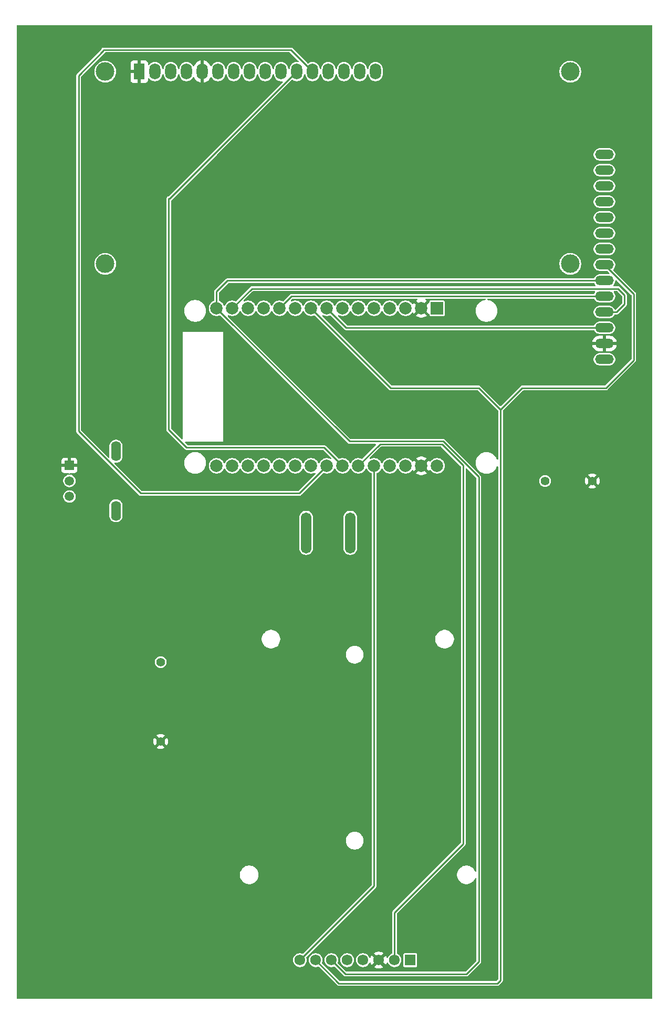
<source format=gbr>
%TF.GenerationSoftware,KiCad,Pcbnew,9.0.3*%
%TF.CreationDate,2025-09-20T20:18:25+05:30*%
%TF.ProjectId,RFID2,52464944-322e-46b6-9963-61645f706362,rev?*%
%TF.SameCoordinates,Original*%
%TF.FileFunction,Copper,L2,Bot*%
%TF.FilePolarity,Positive*%
%FSLAX46Y46*%
G04 Gerber Fmt 4.6, Leading zero omitted, Abs format (unit mm)*
G04 Created by KiCad (PCBNEW 9.0.3) date 2025-09-20 20:18:25*
%MOMM*%
%LPD*%
G01*
G04 APERTURE LIST*
%TA.AperFunction,ComponentPad*%
%ADD10O,1.720000X6.620000*%
%TD*%
%TA.AperFunction,ComponentPad*%
%ADD11R,2.000000X2.000000*%
%TD*%
%TA.AperFunction,ComponentPad*%
%ADD12C,2.000000*%
%TD*%
%TA.AperFunction,ComponentPad*%
%ADD13O,3.000000X1.500000*%
%TD*%
%TA.AperFunction,ComponentPad*%
%ADD14C,3.000000*%
%TD*%
%TA.AperFunction,ComponentPad*%
%ADD15R,1.800000X2.600000*%
%TD*%
%TA.AperFunction,ComponentPad*%
%ADD16O,1.800000X2.600000*%
%TD*%
%TA.AperFunction,ComponentPad*%
%ADD17R,1.725000X1.725000*%
%TD*%
%TA.AperFunction,ComponentPad*%
%ADD18C,1.725000*%
%TD*%
%TA.AperFunction,ComponentPad*%
%ADD19C,1.398000*%
%TD*%
%TA.AperFunction,ComponentPad*%
%ADD20C,1.408000*%
%TD*%
%TA.AperFunction,ComponentPad*%
%ADD21R,1.508000X1.508000*%
%TD*%
%TA.AperFunction,ComponentPad*%
%ADD22C,1.508000*%
%TD*%
%TA.AperFunction,ComponentPad*%
%ADD23O,1.600000X3.200000*%
%TD*%
%TA.AperFunction,Conductor*%
%ADD24C,1.000000*%
%TD*%
%TA.AperFunction,Conductor*%
%ADD25C,0.250000*%
%TD*%
G04 APERTURE END LIST*
D10*
%TO.P,S1,1*%
%TO.N,Net-(DS1-VIN)*%
X117460000Y-103139437D03*
%TO.P,S1,2*%
%TO.N,Net-(BT2-Pad+)*%
X124560000Y-103139437D03*
%TD*%
D11*
%TO.P,U3,1,3V3*%
%TO.N,Net-(U1-VCC)*%
X138575000Y-66939437D03*
D12*
%TO.P,U3,2,GND*%
%TO.N,GND*%
X136035000Y-66939437D03*
%TO.P,U3,3,D15*%
%TO.N,Net-(U3-D15)*%
X133495000Y-66939437D03*
%TO.P,U3,4,D2*%
%TO.N,Net-(DS1-D7)*%
X130955000Y-66939437D03*
%TO.P,U3,5,D4*%
%TO.N,Net-(DS1-D6)*%
X128415000Y-66939437D03*
%TO.P,U3,6,RX2*%
%TO.N,unconnected-(U3-RX2-Pad6)*%
X125875000Y-66939437D03*
%TO.P,U3,7,TX2*%
%TO.N,unconnected-(U3-TX2-Pad7)*%
X123335000Y-66939437D03*
%TO.P,U3,8,D5*%
%TO.N,Net-(U2-CS)*%
X120795000Y-66939437D03*
%TO.P,U3,9,D18*%
%TO.N,Net-(U1-SCK)*%
X118255000Y-66939437D03*
%TO.P,U3,10,D19*%
%TO.N,Net-(U1-MISO{slash}SCL{slash}TX)*%
X115715000Y-66939437D03*
%TO.P,U3,11,D21*%
%TO.N,Net-(U2-DC)*%
X113175000Y-66939437D03*
%TO.P,U3,12,RX0*%
%TO.N,unconnected-(U3-RX0-Pad12)*%
X110635000Y-66939437D03*
%TO.P,U3,13,TX0*%
%TO.N,unconnected-(U3-TX0-Pad13)*%
X108095000Y-66939437D03*
%TO.P,U3,14,D22*%
%TO.N,Net-(U2-RST)*%
X105555000Y-66939437D03*
%TO.P,U3,15,D23*%
%TO.N,Net-(U1-MOSI)*%
X103015000Y-66939437D03*
%TO.P,U3,16,EN*%
%TO.N,unconnected-(U3-EN-Pad16)*%
X103015000Y-92339437D03*
%TO.P,U3,17,VP*%
%TO.N,unconnected-(U3-VP-Pad17)*%
X105555000Y-92339437D03*
%TO.P,U3,18,VN*%
%TO.N,unconnected-(U3-VN-Pad18)*%
X108095000Y-92339437D03*
%TO.P,U3,19,D34*%
%TO.N,unconnected-(U3-D34-Pad19)*%
X110635000Y-92339437D03*
%TO.P,U3,20,D35*%
%TO.N,unconnected-(U3-D35-Pad20)*%
X113175000Y-92339437D03*
%TO.P,U3,21,D32*%
%TO.N,Net-(DS1-RS)*%
X115715000Y-92339437D03*
%TO.P,U3,22,D33*%
%TO.N,Net-(DS1-E)*%
X118255000Y-92339437D03*
%TO.P,U3,23,D25*%
%TO.N,Net-(DS1-D5)*%
X120795000Y-92339437D03*
%TO.P,U3,24,D26*%
%TO.N,Net-(DS1-D4)*%
X123335000Y-92339437D03*
%TO.P,U3,25,D27*%
%TO.N,Net-(U1-RST)*%
X125875000Y-92339437D03*
%TO.P,U3,26,D14*%
%TO.N,Net-(U1-SS{slash}SDA{slash}RX)*%
X128415000Y-92339437D03*
%TO.P,U3,27,D12*%
%TO.N,unconnected-(U3-D12-Pad27)*%
X130955000Y-92339437D03*
%TO.P,U3,28,D13*%
%TO.N,unconnected-(U3-D13-Pad28)*%
X133495000Y-92339437D03*
%TO.P,U3,29,GND*%
%TO.N,GND*%
X136035000Y-92339437D03*
%TO.P,U3,30,VIN*%
%TO.N,Net-(DS1-VIN)*%
X138575000Y-92339437D03*
%TD*%
D13*
%TO.P,U2,1,VCC*%
%TO.N,Net-(U1-VCC)*%
X165560000Y-75159437D03*
%TO.P,U2,2,GND*%
%TO.N,GND*%
X165560000Y-72619437D03*
%TO.P,U2,3,CS*%
%TO.N,Net-(U2-CS)*%
X165560000Y-70079437D03*
%TO.P,U2,4,RST*%
%TO.N,Net-(U2-RST)*%
X165560000Y-67539437D03*
%TO.P,U2,5,DC*%
%TO.N,Net-(U2-DC)*%
X165560000Y-64999437D03*
%TO.P,U2,6,MOSI*%
%TO.N,Net-(U1-MOSI)*%
X165560000Y-62459437D03*
%TO.P,U2,7,SCK*%
%TO.N,Net-(U1-SCK)*%
X165560000Y-59919437D03*
%TO.P,U2,8,LED*%
%TO.N,Net-(U1-VCC)*%
X165560000Y-57379437D03*
%TO.P,U2,9,MISO*%
%TO.N,Net-(U1-MISO{slash}SCL{slash}TX)*%
X165560000Y-54839437D03*
%TO.P,U2,10*%
%TO.N,unconnected-(U2-Pad10)*%
X165560000Y-52299437D03*
%TO.P,U2,11*%
%TO.N,unconnected-(U2-Pad11)*%
X165560000Y-49759437D03*
%TO.P,U2,12*%
%TO.N,unconnected-(U2-Pad12)*%
X165560000Y-47219437D03*
%TO.P,U2,13*%
%TO.N,unconnected-(U2-Pad13)*%
X165560000Y-44679437D03*
%TO.P,U2,14*%
%TO.N,unconnected-(U2-Pad14)*%
X165560000Y-42139437D03*
%TD*%
D14*
%TO.P,DS1,*%
%TO.N,*%
X85060900Y-28781937D03*
X85060900Y-59782637D03*
X160059480Y-59782637D03*
X160060000Y-28781937D03*
D15*
%TO.P,DS1,1,GND*%
%TO.N,GND*%
X90560000Y-28781937D03*
D16*
%TO.P,DS1,2,VIN*%
%TO.N,Net-(DS1-VIN)*%
X93100000Y-28781937D03*
%TO.P,DS1,3,VO*%
%TO.N,Net-(DS1-VO)*%
X95640000Y-28781937D03*
%TO.P,DS1,4,RS*%
%TO.N,Net-(DS1-RS)*%
X98180000Y-28781937D03*
%TO.P,DS1,5,GND*%
%TO.N,GND*%
X100720000Y-28781937D03*
%TO.P,DS1,6,E*%
%TO.N,Net-(DS1-E)*%
X103260000Y-28781937D03*
%TO.P,DS1,7,D0*%
%TO.N,unconnected-(DS1-D0-Pad7)*%
X105800000Y-28781937D03*
%TO.P,DS1,8,D1*%
%TO.N,unconnected-(DS1-D1-Pad8)*%
X108340000Y-28781937D03*
%TO.P,DS1,9,D2*%
%TO.N,unconnected-(DS1-D2-Pad9)*%
X110880000Y-28781937D03*
%TO.P,DS1,10,D3*%
%TO.N,unconnected-(DS1-D3-Pad10)*%
X113420000Y-28781937D03*
%TO.P,DS1,11,D4*%
%TO.N,Net-(DS1-D4)*%
X115960000Y-28781937D03*
%TO.P,DS1,12,D5*%
%TO.N,Net-(DS1-D5)*%
X118500000Y-28781937D03*
%TO.P,DS1,13,D6*%
%TO.N,Net-(DS1-D6)*%
X121040000Y-28781937D03*
%TO.P,DS1,14,D7*%
%TO.N,Net-(DS1-D7)*%
X123580000Y-28781937D03*
%TO.P,DS1,15,LED(+)*%
%TO.N,unconnected-(DS1-LED(+)-Pad15)*%
X126120000Y-28781937D03*
%TO.P,DS1,16,LED(-)*%
%TO.N,unconnected-(DS1-LED(-)-Pad16)*%
X128660000Y-28781937D03*
%TD*%
D17*
%TO.P,U1,1,VCC*%
%TO.N,Net-(U1-VCC)*%
X134250000Y-172041937D03*
D18*
%TO.P,U1,2,RST*%
%TO.N,Net-(U1-RST)*%
X131710000Y-172041937D03*
%TO.P,U1,3,GND*%
%TO.N,GND*%
X129170000Y-172041937D03*
%TO.P,U1,4,IRQ*%
%TO.N,unconnected-(U1-IRQ-Pad4)*%
X126630000Y-172041937D03*
%TO.P,U1,5,MISO/SCL/TX*%
%TO.N,Net-(U1-MISO{slash}SCL{slash}TX)*%
X124090000Y-172041937D03*
%TO.P,U1,6,MOSI*%
%TO.N,Net-(U1-MOSI)*%
X121550000Y-172041937D03*
%TO.P,U1,7,SCK*%
%TO.N,Net-(U1-SCK)*%
X119010000Y-172041937D03*
%TO.P,U1,8,SS/SDA/RX*%
%TO.N,Net-(U1-SS{slash}SDA{slash}RX)*%
X116470000Y-172041937D03*
%TD*%
D19*
%TO.P,BT2,+*%
%TO.N,Net-(BT2-Pad+)*%
X94000000Y-123981937D03*
%TO.P,BT2,-*%
%TO.N,GND*%
X94000000Y-136781937D03*
%TD*%
D20*
%TO.P,LS1,N*%
%TO.N,GND*%
X163600000Y-94781937D03*
%TO.P,LS1,P*%
%TO.N,Net-(U3-D15)*%
X156000000Y-94781937D03*
%TD*%
D21*
%TO.P,R1,1*%
%TO.N,GND*%
X79300000Y-92281937D03*
D22*
%TO.P,R1,2*%
%TO.N,Net-(DS1-VO)*%
X79300000Y-94781937D03*
%TO.P,R1,3*%
%TO.N,Net-(DS1-VIN)*%
X79300000Y-97281937D03*
D23*
%TO.P,R1,SH1*%
%TO.N,N/C*%
X86800000Y-89981937D03*
%TO.P,R1,SH2*%
X86800000Y-99581937D03*
%TD*%
D24*
%TO.N,GND*%
X163600000Y-94781937D02*
X163800000Y-94781937D01*
D25*
%TO.N,Net-(DS1-D4)*%
X95300000Y-86485503D02*
X98198217Y-89383720D01*
X98198217Y-89383720D02*
X120379283Y-89383720D01*
X95460000Y-49281937D02*
X95300000Y-49281937D01*
X95300000Y-49281937D02*
X95300000Y-86485503D01*
X120379283Y-89383720D02*
X123335000Y-92339437D01*
X115960000Y-28781937D02*
X95460000Y-49281937D01*
%TO.N,Net-(DS1-D5)*%
X115000000Y-25281937D02*
X84800000Y-25281937D01*
X80800000Y-86781937D02*
X90800000Y-96781937D01*
X90800000Y-96781937D02*
X116352500Y-96781937D01*
X84800000Y-25281937D02*
X84800000Y-25407937D01*
X80800000Y-29407937D02*
X80800000Y-86781937D01*
X118500000Y-28781937D02*
X115000000Y-25281937D01*
X84800000Y-25407937D02*
X80800000Y-29407937D01*
X116352500Y-96781937D02*
X120795000Y-92339437D01*
%TO.N,Net-(U1-SCK)*%
X122750000Y-175781937D02*
X148300000Y-175781937D01*
X170300000Y-64659437D02*
X165560000Y-59919437D01*
X165800000Y-79781937D02*
X170300000Y-75281937D01*
X148800000Y-175281937D02*
X148800000Y-83781937D01*
X145300000Y-79781937D02*
X148800000Y-83281937D01*
X118255000Y-66939437D02*
X131097500Y-79781937D01*
X148800000Y-83781937D02*
X148800000Y-83281937D01*
X148800000Y-83281937D02*
X152300000Y-79781937D01*
X148300000Y-175781937D02*
X148800000Y-175281937D01*
X131097500Y-79781937D02*
X145300000Y-79781937D01*
X170300000Y-75281937D02*
X170300000Y-64659437D01*
X152300000Y-79781937D02*
X165800000Y-79781937D01*
X119010000Y-172041937D02*
X122750000Y-175781937D01*
%TO.N,Net-(U1-RST)*%
X129366250Y-88848187D02*
X125875000Y-92339437D01*
X142800000Y-153281937D02*
X142800000Y-92281937D01*
X131710000Y-164371937D02*
X142800000Y-153281937D01*
X139366250Y-88848187D02*
X129366250Y-88848187D01*
X131710000Y-172041937D02*
X131710000Y-164371937D01*
X142800000Y-92281937D02*
X139366250Y-88848187D01*
%TO.N,Net-(U1-SS{slash}SDA{slash}RX)*%
X128415000Y-160096937D02*
X128415000Y-92339437D01*
X116470000Y-172041937D02*
X128415000Y-160096937D01*
%TO.N,Net-(U1-MOSI)*%
X103015000Y-66939437D02*
X124472750Y-88397187D01*
X123790000Y-174281937D02*
X121550000Y-172041937D01*
X139553060Y-88397187D02*
X145300000Y-94144127D01*
X145300000Y-172281937D02*
X143300000Y-174281937D01*
X103015000Y-66939437D02*
X103015000Y-64244437D01*
X143300000Y-174281937D02*
X123790000Y-174281937D01*
X124472750Y-88397187D02*
X139553060Y-88397187D01*
X165560000Y-62459437D02*
X104800000Y-62459437D01*
X145300000Y-94144127D02*
X145300000Y-172281937D01*
X103015000Y-64244437D02*
X104800000Y-62459437D01*
%TO.N,Net-(U2-RST)*%
X108712500Y-63781937D02*
X105555000Y-66939437D01*
X168800000Y-66281937D02*
X168800000Y-64781937D01*
X168800000Y-64781937D02*
X167800000Y-63781937D01*
X167800000Y-63781937D02*
X108712500Y-63781937D01*
X167542500Y-67539437D02*
X168800000Y-66281937D01*
X165560000Y-67539437D02*
X167542500Y-67539437D01*
%TO.N,Net-(U2-DC)*%
X115115000Y-64999437D02*
X113175000Y-66939437D01*
X165560000Y-64999437D02*
X115115000Y-64999437D01*
%TO.N,Net-(U2-CS)*%
X123935000Y-70079437D02*
X120795000Y-66939437D01*
X165560000Y-70079437D02*
X123935000Y-70079437D01*
%TD*%
%TA.AperFunction,Conductor*%
%TO.N,GND*%
G36*
X114860140Y-25677122D02*
G01*
X114880782Y-25693756D01*
X116217846Y-27030820D01*
X116251331Y-27092143D01*
X116246347Y-27161835D01*
X116204475Y-27217768D01*
X116139011Y-27242185D01*
X116110768Y-27240974D01*
X116050552Y-27231437D01*
X116050546Y-27231437D01*
X115869454Y-27231437D01*
X115869449Y-27231437D01*
X115690589Y-27259766D01*
X115518363Y-27315724D01*
X115518360Y-27315725D01*
X115357002Y-27397943D01*
X115210505Y-27504378D01*
X115210500Y-27504382D01*
X115082445Y-27632437D01*
X115082441Y-27632442D01*
X114976006Y-27778939D01*
X114893788Y-27940297D01*
X114893787Y-27940300D01*
X114837829Y-28112526D01*
X114812473Y-28272615D01*
X114782544Y-28335750D01*
X114723232Y-28372681D01*
X114653369Y-28371683D01*
X114595137Y-28333073D01*
X114567527Y-28272615D01*
X114552873Y-28180100D01*
X114542171Y-28112528D01*
X114507578Y-28006060D01*
X114486212Y-27940300D01*
X114486211Y-27940297D01*
X114457740Y-27884421D01*
X114403996Y-27778943D01*
X114390396Y-27760224D01*
X114297558Y-27632442D01*
X114297554Y-27632437D01*
X114169499Y-27504382D01*
X114169494Y-27504378D01*
X114022997Y-27397943D01*
X114022996Y-27397942D01*
X114022994Y-27397941D01*
X113971300Y-27371601D01*
X113861639Y-27315725D01*
X113861636Y-27315724D01*
X113689410Y-27259766D01*
X113510551Y-27231437D01*
X113510546Y-27231437D01*
X113329454Y-27231437D01*
X113329449Y-27231437D01*
X113150589Y-27259766D01*
X112978363Y-27315724D01*
X112978360Y-27315725D01*
X112817002Y-27397943D01*
X112670505Y-27504378D01*
X112670500Y-27504382D01*
X112542445Y-27632437D01*
X112542441Y-27632442D01*
X112436006Y-27778939D01*
X112353788Y-27940297D01*
X112353787Y-27940300D01*
X112297829Y-28112526D01*
X112272473Y-28272615D01*
X112242544Y-28335750D01*
X112183232Y-28372681D01*
X112113369Y-28371683D01*
X112055137Y-28333073D01*
X112027527Y-28272615D01*
X112012873Y-28180100D01*
X112002171Y-28112528D01*
X111967578Y-28006060D01*
X111946212Y-27940300D01*
X111946211Y-27940297D01*
X111917740Y-27884421D01*
X111863996Y-27778943D01*
X111850396Y-27760224D01*
X111757558Y-27632442D01*
X111757554Y-27632437D01*
X111629499Y-27504382D01*
X111629494Y-27504378D01*
X111482997Y-27397943D01*
X111482996Y-27397942D01*
X111482994Y-27397941D01*
X111431300Y-27371601D01*
X111321639Y-27315725D01*
X111321636Y-27315724D01*
X111149410Y-27259766D01*
X110970551Y-27231437D01*
X110970546Y-27231437D01*
X110789454Y-27231437D01*
X110789449Y-27231437D01*
X110610589Y-27259766D01*
X110438363Y-27315724D01*
X110438360Y-27315725D01*
X110277002Y-27397943D01*
X110130505Y-27504378D01*
X110130500Y-27504382D01*
X110002445Y-27632437D01*
X110002441Y-27632442D01*
X109896006Y-27778939D01*
X109813788Y-27940297D01*
X109813787Y-27940300D01*
X109757829Y-28112526D01*
X109732473Y-28272615D01*
X109702544Y-28335750D01*
X109643232Y-28372681D01*
X109573369Y-28371683D01*
X109515137Y-28333073D01*
X109487527Y-28272615D01*
X109472873Y-28180100D01*
X109462171Y-28112528D01*
X109427578Y-28006060D01*
X109406212Y-27940300D01*
X109406211Y-27940297D01*
X109377740Y-27884421D01*
X109323996Y-27778943D01*
X109310396Y-27760224D01*
X109217558Y-27632442D01*
X109217554Y-27632437D01*
X109089499Y-27504382D01*
X109089494Y-27504378D01*
X108942997Y-27397943D01*
X108942996Y-27397942D01*
X108942994Y-27397941D01*
X108891300Y-27371601D01*
X108781639Y-27315725D01*
X108781636Y-27315724D01*
X108609410Y-27259766D01*
X108430551Y-27231437D01*
X108430546Y-27231437D01*
X108249454Y-27231437D01*
X108249449Y-27231437D01*
X108070589Y-27259766D01*
X107898363Y-27315724D01*
X107898360Y-27315725D01*
X107737002Y-27397943D01*
X107590505Y-27504378D01*
X107590500Y-27504382D01*
X107462445Y-27632437D01*
X107462441Y-27632442D01*
X107356006Y-27778939D01*
X107273788Y-27940297D01*
X107273787Y-27940300D01*
X107217829Y-28112526D01*
X107192473Y-28272615D01*
X107162544Y-28335750D01*
X107103232Y-28372681D01*
X107033369Y-28371683D01*
X106975137Y-28333073D01*
X106947527Y-28272615D01*
X106932873Y-28180100D01*
X106922171Y-28112528D01*
X106887578Y-28006060D01*
X106866212Y-27940300D01*
X106866211Y-27940297D01*
X106837740Y-27884421D01*
X106783996Y-27778943D01*
X106770396Y-27760224D01*
X106677558Y-27632442D01*
X106677554Y-27632437D01*
X106549499Y-27504382D01*
X106549494Y-27504378D01*
X106402997Y-27397943D01*
X106402996Y-27397942D01*
X106402994Y-27397941D01*
X106351300Y-27371601D01*
X106241639Y-27315725D01*
X106241636Y-27315724D01*
X106069410Y-27259766D01*
X105890551Y-27231437D01*
X105890546Y-27231437D01*
X105709454Y-27231437D01*
X105709449Y-27231437D01*
X105530589Y-27259766D01*
X105358363Y-27315724D01*
X105358360Y-27315725D01*
X105197002Y-27397943D01*
X105050505Y-27504378D01*
X105050500Y-27504382D01*
X104922445Y-27632437D01*
X104922441Y-27632442D01*
X104816006Y-27778939D01*
X104733788Y-27940297D01*
X104733787Y-27940300D01*
X104677829Y-28112526D01*
X104652473Y-28272615D01*
X104622544Y-28335750D01*
X104563232Y-28372681D01*
X104493369Y-28371683D01*
X104435137Y-28333073D01*
X104407527Y-28272615D01*
X104392873Y-28180100D01*
X104382171Y-28112528D01*
X104347578Y-28006060D01*
X104326212Y-27940300D01*
X104326211Y-27940297D01*
X104297740Y-27884421D01*
X104243996Y-27778943D01*
X104230396Y-27760224D01*
X104137558Y-27632442D01*
X104137554Y-27632437D01*
X104009499Y-27504382D01*
X104009494Y-27504378D01*
X103862997Y-27397943D01*
X103862996Y-27397942D01*
X103862994Y-27397941D01*
X103811300Y-27371601D01*
X103701639Y-27315725D01*
X103701636Y-27315724D01*
X103529410Y-27259766D01*
X103350551Y-27231437D01*
X103350546Y-27231437D01*
X103169454Y-27231437D01*
X103169449Y-27231437D01*
X102990589Y-27259766D01*
X102818363Y-27315724D01*
X102818360Y-27315725D01*
X102657002Y-27397943D01*
X102510505Y-27504378D01*
X102510500Y-27504382D01*
X102382445Y-27632437D01*
X102382441Y-27632442D01*
X102276004Y-27778941D01*
X102240493Y-27848634D01*
X102192518Y-27899430D01*
X102124697Y-27916224D01*
X102058562Y-27893686D01*
X102019524Y-27848633D01*
X101917386Y-27648176D01*
X101787857Y-27469895D01*
X101632041Y-27314079D01*
X101453760Y-27184550D01*
X101257410Y-27084504D01*
X101047836Y-27016410D01*
X100970000Y-27004081D01*
X100970000Y-28233454D01*
X100951591Y-28222826D01*
X100798991Y-28181937D01*
X100641009Y-28181937D01*
X100488409Y-28222826D01*
X100470000Y-28233454D01*
X100470000Y-27004081D01*
X100392164Y-27016410D01*
X100392161Y-27016410D01*
X100182589Y-27084504D01*
X99986239Y-27184550D01*
X99807958Y-27314079D01*
X99652142Y-27469895D01*
X99522613Y-27648176D01*
X99420475Y-27848633D01*
X99372500Y-27899429D01*
X99304679Y-27916224D01*
X99238544Y-27893686D01*
X99199505Y-27848633D01*
X99178454Y-27807319D01*
X99163996Y-27778943D01*
X99150396Y-27760224D01*
X99057558Y-27632442D01*
X99057554Y-27632437D01*
X98929499Y-27504382D01*
X98929494Y-27504378D01*
X98782997Y-27397943D01*
X98782996Y-27397942D01*
X98782994Y-27397941D01*
X98731300Y-27371601D01*
X98621639Y-27315725D01*
X98621636Y-27315724D01*
X98449410Y-27259766D01*
X98270551Y-27231437D01*
X98270546Y-27231437D01*
X98089454Y-27231437D01*
X98089449Y-27231437D01*
X97910589Y-27259766D01*
X97738363Y-27315724D01*
X97738360Y-27315725D01*
X97577002Y-27397943D01*
X97430505Y-27504378D01*
X97430500Y-27504382D01*
X97302445Y-27632437D01*
X97302441Y-27632442D01*
X97196006Y-27778939D01*
X97113788Y-27940297D01*
X97113787Y-27940300D01*
X97057829Y-28112526D01*
X97032473Y-28272615D01*
X97002544Y-28335750D01*
X96943232Y-28372681D01*
X96873369Y-28371683D01*
X96815137Y-28333073D01*
X96787527Y-28272615D01*
X96772873Y-28180100D01*
X96762171Y-28112528D01*
X96727578Y-28006060D01*
X96706212Y-27940300D01*
X96706211Y-27940297D01*
X96677740Y-27884421D01*
X96623996Y-27778943D01*
X96610396Y-27760224D01*
X96517558Y-27632442D01*
X96517554Y-27632437D01*
X96389499Y-27504382D01*
X96389494Y-27504378D01*
X96242997Y-27397943D01*
X96242996Y-27397942D01*
X96242994Y-27397941D01*
X96191300Y-27371601D01*
X96081639Y-27315725D01*
X96081636Y-27315724D01*
X95909410Y-27259766D01*
X95730551Y-27231437D01*
X95730546Y-27231437D01*
X95549454Y-27231437D01*
X95549449Y-27231437D01*
X95370589Y-27259766D01*
X95198363Y-27315724D01*
X95198360Y-27315725D01*
X95037002Y-27397943D01*
X94890505Y-27504378D01*
X94890500Y-27504382D01*
X94762445Y-27632437D01*
X94762441Y-27632442D01*
X94656006Y-27778939D01*
X94573788Y-27940297D01*
X94573787Y-27940300D01*
X94517829Y-28112526D01*
X94492473Y-28272615D01*
X94462544Y-28335750D01*
X94403232Y-28372681D01*
X94333369Y-28371683D01*
X94275137Y-28333073D01*
X94247527Y-28272615D01*
X94232873Y-28180100D01*
X94222171Y-28112528D01*
X94187578Y-28006060D01*
X94166212Y-27940300D01*
X94166211Y-27940297D01*
X94137740Y-27884421D01*
X94083996Y-27778943D01*
X94070396Y-27760224D01*
X93977558Y-27632442D01*
X93977554Y-27632437D01*
X93849499Y-27504382D01*
X93849494Y-27504378D01*
X93702997Y-27397943D01*
X93702996Y-27397942D01*
X93702994Y-27397941D01*
X93651300Y-27371601D01*
X93541639Y-27315725D01*
X93541636Y-27315724D01*
X93369410Y-27259766D01*
X93190551Y-27231437D01*
X93190546Y-27231437D01*
X93009454Y-27231437D01*
X93009449Y-27231437D01*
X92830589Y-27259766D01*
X92658363Y-27315724D01*
X92658360Y-27315725D01*
X92497002Y-27397943D01*
X92350505Y-27504378D01*
X92350500Y-27504382D01*
X92222445Y-27632437D01*
X92222441Y-27632442D01*
X92184318Y-27684915D01*
X92128988Y-27727581D01*
X92059375Y-27733560D01*
X91997580Y-27700955D01*
X91963223Y-27640116D01*
X91960000Y-27612030D01*
X91960000Y-27434109D01*
X91959999Y-27434092D01*
X91953598Y-27374564D01*
X91953596Y-27374557D01*
X91903354Y-27239850D01*
X91903350Y-27239843D01*
X91817190Y-27124749D01*
X91817187Y-27124746D01*
X91702093Y-27038586D01*
X91702086Y-27038582D01*
X91567379Y-26988340D01*
X91567372Y-26988338D01*
X91507844Y-26981937D01*
X90810000Y-26981937D01*
X90810000Y-28233454D01*
X90791591Y-28222826D01*
X90638991Y-28181937D01*
X90481009Y-28181937D01*
X90328409Y-28222826D01*
X90310000Y-28233454D01*
X90310000Y-26981937D01*
X89612155Y-26981937D01*
X89552627Y-26988338D01*
X89552620Y-26988340D01*
X89417913Y-27038582D01*
X89417906Y-27038586D01*
X89302812Y-27124746D01*
X89302809Y-27124749D01*
X89216649Y-27239843D01*
X89216645Y-27239850D01*
X89166403Y-27374557D01*
X89166401Y-27374564D01*
X89160000Y-27434092D01*
X89160000Y-28531937D01*
X90011518Y-28531937D01*
X90000889Y-28550346D01*
X89960000Y-28702946D01*
X89960000Y-28860928D01*
X90000889Y-29013528D01*
X90011518Y-29031937D01*
X89160000Y-29031937D01*
X89160000Y-30129781D01*
X89166401Y-30189309D01*
X89166403Y-30189316D01*
X89216645Y-30324023D01*
X89216649Y-30324030D01*
X89302809Y-30439124D01*
X89302812Y-30439127D01*
X89417906Y-30525287D01*
X89417913Y-30525291D01*
X89552620Y-30575533D01*
X89552627Y-30575535D01*
X89612155Y-30581936D01*
X89612172Y-30581937D01*
X90310000Y-30581937D01*
X90310000Y-29330419D01*
X90328409Y-29341048D01*
X90481009Y-29381937D01*
X90638991Y-29381937D01*
X90791591Y-29341048D01*
X90810000Y-29330419D01*
X90810000Y-30581937D01*
X91507828Y-30581937D01*
X91507844Y-30581936D01*
X91567372Y-30575535D01*
X91567379Y-30575533D01*
X91702086Y-30525291D01*
X91702093Y-30525287D01*
X91817187Y-30439127D01*
X91817190Y-30439124D01*
X91903350Y-30324030D01*
X91903354Y-30324023D01*
X91953596Y-30189316D01*
X91953598Y-30189309D01*
X91959999Y-30129781D01*
X91960000Y-30129764D01*
X91960000Y-29951843D01*
X91979685Y-29884804D01*
X92032489Y-29839049D01*
X92101647Y-29829105D01*
X92165203Y-29858130D01*
X92184319Y-29878959D01*
X92222443Y-29931434D01*
X92350500Y-30059491D01*
X92350505Y-30059495D01*
X92447223Y-30129764D01*
X92497006Y-30165933D01*
X92602484Y-30219677D01*
X92658360Y-30248148D01*
X92658363Y-30248149D01*
X92744476Y-30276128D01*
X92830591Y-30304108D01*
X92913429Y-30317228D01*
X93009449Y-30332437D01*
X93009454Y-30332437D01*
X93190551Y-30332437D01*
X93277259Y-30318702D01*
X93369409Y-30304108D01*
X93541639Y-30248148D01*
X93702994Y-30165933D01*
X93849501Y-30059490D01*
X93977553Y-29931438D01*
X94083996Y-29784931D01*
X94166211Y-29623576D01*
X94222171Y-29451346D01*
X94238884Y-29345824D01*
X94247527Y-29291258D01*
X94277456Y-29228123D01*
X94336768Y-29191192D01*
X94406630Y-29192190D01*
X94464863Y-29230800D01*
X94492473Y-29291258D01*
X94517829Y-29451347D01*
X94573787Y-29623573D01*
X94573788Y-29623576D01*
X94656006Y-29784934D01*
X94762441Y-29931431D01*
X94762445Y-29931436D01*
X94890500Y-30059491D01*
X94890505Y-30059495D01*
X94987223Y-30129764D01*
X95037006Y-30165933D01*
X95142484Y-30219677D01*
X95198360Y-30248148D01*
X95198363Y-30248149D01*
X95284476Y-30276128D01*
X95370591Y-30304108D01*
X95453429Y-30317228D01*
X95549449Y-30332437D01*
X95549454Y-30332437D01*
X95730551Y-30332437D01*
X95817259Y-30318702D01*
X95909409Y-30304108D01*
X96081639Y-30248148D01*
X96242994Y-30165933D01*
X96389501Y-30059490D01*
X96517553Y-29931438D01*
X96623996Y-29784931D01*
X96706211Y-29623576D01*
X96762171Y-29451346D01*
X96778884Y-29345824D01*
X96787527Y-29291258D01*
X96817456Y-29228123D01*
X96876768Y-29191192D01*
X96946630Y-29192190D01*
X97004863Y-29230800D01*
X97032473Y-29291258D01*
X97057829Y-29451347D01*
X97113787Y-29623573D01*
X97113788Y-29623576D01*
X97196006Y-29784934D01*
X97302441Y-29931431D01*
X97302445Y-29931436D01*
X97430500Y-30059491D01*
X97430505Y-30059495D01*
X97527223Y-30129764D01*
X97577006Y-30165933D01*
X97682484Y-30219677D01*
X97738360Y-30248148D01*
X97738363Y-30248149D01*
X97824476Y-30276128D01*
X97910591Y-30304108D01*
X97993429Y-30317228D01*
X98089449Y-30332437D01*
X98089454Y-30332437D01*
X98270551Y-30332437D01*
X98357259Y-30318702D01*
X98449409Y-30304108D01*
X98621639Y-30248148D01*
X98782994Y-30165933D01*
X98929501Y-30059490D01*
X99057553Y-29931438D01*
X99163996Y-29784931D01*
X99199506Y-29715238D01*
X99247479Y-29664444D01*
X99315300Y-29647649D01*
X99381435Y-29670186D01*
X99420475Y-29715240D01*
X99522613Y-29915697D01*
X99652142Y-30093978D01*
X99807958Y-30249794D01*
X99986239Y-30379323D01*
X100182589Y-30479369D01*
X100392163Y-30547463D01*
X100469999Y-30559791D01*
X100470000Y-30559791D01*
X100470000Y-29330419D01*
X100488409Y-29341048D01*
X100641009Y-29381937D01*
X100798991Y-29381937D01*
X100951591Y-29341048D01*
X100970000Y-29330419D01*
X100970000Y-30559791D01*
X101047834Y-30547463D01*
X101047837Y-30547463D01*
X101257410Y-30479369D01*
X101453760Y-30379323D01*
X101632041Y-30249794D01*
X101787857Y-30093978D01*
X101917388Y-29915695D01*
X102019524Y-29715241D01*
X102067498Y-29664444D01*
X102135319Y-29647649D01*
X102201454Y-29670186D01*
X102240493Y-29715239D01*
X102276004Y-29784932D01*
X102382441Y-29931431D01*
X102382445Y-29931436D01*
X102510500Y-30059491D01*
X102510505Y-30059495D01*
X102607223Y-30129764D01*
X102657006Y-30165933D01*
X102762484Y-30219677D01*
X102818360Y-30248148D01*
X102818363Y-30248149D01*
X102904476Y-30276128D01*
X102990591Y-30304108D01*
X103073429Y-30317228D01*
X103169449Y-30332437D01*
X103169454Y-30332437D01*
X103350551Y-30332437D01*
X103437259Y-30318702D01*
X103529409Y-30304108D01*
X103701639Y-30248148D01*
X103862994Y-30165933D01*
X104009501Y-30059490D01*
X104137553Y-29931438D01*
X104243996Y-29784931D01*
X104326211Y-29623576D01*
X104382171Y-29451346D01*
X104398884Y-29345824D01*
X104407527Y-29291258D01*
X104437456Y-29228123D01*
X104496768Y-29191192D01*
X104566630Y-29192190D01*
X104624863Y-29230800D01*
X104652473Y-29291258D01*
X104677829Y-29451347D01*
X104733787Y-29623573D01*
X104733788Y-29623576D01*
X104816006Y-29784934D01*
X104922441Y-29931431D01*
X104922445Y-29931436D01*
X105050500Y-30059491D01*
X105050505Y-30059495D01*
X105147223Y-30129764D01*
X105197006Y-30165933D01*
X105302484Y-30219677D01*
X105358360Y-30248148D01*
X105358363Y-30248149D01*
X105444476Y-30276128D01*
X105530591Y-30304108D01*
X105613429Y-30317228D01*
X105709449Y-30332437D01*
X105709454Y-30332437D01*
X105890551Y-30332437D01*
X105977259Y-30318702D01*
X106069409Y-30304108D01*
X106241639Y-30248148D01*
X106402994Y-30165933D01*
X106549501Y-30059490D01*
X106677553Y-29931438D01*
X106783996Y-29784931D01*
X106866211Y-29623576D01*
X106922171Y-29451346D01*
X106938884Y-29345824D01*
X106947527Y-29291258D01*
X106977456Y-29228123D01*
X107036768Y-29191192D01*
X107106630Y-29192190D01*
X107164863Y-29230800D01*
X107192473Y-29291258D01*
X107217829Y-29451347D01*
X107273787Y-29623573D01*
X107273788Y-29623576D01*
X107356006Y-29784934D01*
X107462441Y-29931431D01*
X107462445Y-29931436D01*
X107590500Y-30059491D01*
X107590505Y-30059495D01*
X107687223Y-30129764D01*
X107737006Y-30165933D01*
X107842484Y-30219677D01*
X107898360Y-30248148D01*
X107898363Y-30248149D01*
X107984476Y-30276128D01*
X108070591Y-30304108D01*
X108153429Y-30317228D01*
X108249449Y-30332437D01*
X108249454Y-30332437D01*
X108430551Y-30332437D01*
X108517259Y-30318702D01*
X108609409Y-30304108D01*
X108781639Y-30248148D01*
X108942994Y-30165933D01*
X109089501Y-30059490D01*
X109217553Y-29931438D01*
X109323996Y-29784931D01*
X109406211Y-29623576D01*
X109462171Y-29451346D01*
X109478884Y-29345824D01*
X109487527Y-29291258D01*
X109517456Y-29228123D01*
X109576768Y-29191192D01*
X109646630Y-29192190D01*
X109704863Y-29230800D01*
X109732473Y-29291258D01*
X109757829Y-29451347D01*
X109813787Y-29623573D01*
X109813788Y-29623576D01*
X109896006Y-29784934D01*
X110002441Y-29931431D01*
X110002445Y-29931436D01*
X110130500Y-30059491D01*
X110130505Y-30059495D01*
X110227223Y-30129764D01*
X110277006Y-30165933D01*
X110382484Y-30219677D01*
X110438360Y-30248148D01*
X110438363Y-30248149D01*
X110524476Y-30276128D01*
X110610591Y-30304108D01*
X110693429Y-30317228D01*
X110789449Y-30332437D01*
X110789454Y-30332437D01*
X110970551Y-30332437D01*
X111057259Y-30318702D01*
X111149409Y-30304108D01*
X111321639Y-30248148D01*
X111482994Y-30165933D01*
X111629501Y-30059490D01*
X111757553Y-29931438D01*
X111863996Y-29784931D01*
X111946211Y-29623576D01*
X112002171Y-29451346D01*
X112018884Y-29345824D01*
X112027527Y-29291258D01*
X112057456Y-29228123D01*
X112116768Y-29191192D01*
X112186630Y-29192190D01*
X112244863Y-29230800D01*
X112272473Y-29291258D01*
X112297829Y-29451347D01*
X112353787Y-29623573D01*
X112353788Y-29623576D01*
X112436006Y-29784934D01*
X112542441Y-29931431D01*
X112542445Y-29931436D01*
X112670500Y-30059491D01*
X112670505Y-30059495D01*
X112767223Y-30129764D01*
X112817006Y-30165933D01*
X112922484Y-30219677D01*
X112978360Y-30248148D01*
X112978363Y-30248149D01*
X113064476Y-30276128D01*
X113150591Y-30304108D01*
X113233429Y-30317228D01*
X113329449Y-30332437D01*
X113329454Y-30332437D01*
X113510549Y-30332437D01*
X113541647Y-30327511D01*
X113570765Y-30322899D01*
X113640058Y-30331853D01*
X113693511Y-30376848D01*
X113714151Y-30443600D01*
X113695427Y-30510914D01*
X113677845Y-30533053D01*
X95340782Y-48870118D01*
X95279459Y-48903603D01*
X95253101Y-48906437D01*
X95250565Y-48906437D01*
X95155062Y-48932027D01*
X95155060Y-48932028D01*
X95155059Y-48932028D01*
X95069436Y-48981463D01*
X94999526Y-49051373D01*
X94950091Y-49136996D01*
X94950091Y-49136997D01*
X94950090Y-49136999D01*
X94924500Y-49232502D01*
X94924500Y-49232504D01*
X94924500Y-86534937D01*
X94950090Y-86630442D01*
X94950090Y-86630443D01*
X94953877Y-86637001D01*
X94953878Y-86637002D01*
X94999526Y-86716066D01*
X97967654Y-89684195D01*
X98053280Y-89733631D01*
X98148781Y-89759220D01*
X98148782Y-89759220D01*
X120172384Y-89759220D01*
X120239423Y-89778905D01*
X120260065Y-89795539D01*
X121475908Y-91011382D01*
X121509393Y-91072705D01*
X121504409Y-91142397D01*
X121462537Y-91198330D01*
X121397073Y-91222747D01*
X121331933Y-91209548D01*
X121275032Y-91180555D01*
X121087826Y-91119727D01*
X120893422Y-91088937D01*
X120893417Y-91088937D01*
X120696583Y-91088937D01*
X120696578Y-91088937D01*
X120502173Y-91119727D01*
X120314970Y-91180554D01*
X120139594Y-91269913D01*
X120090545Y-91305550D01*
X119980354Y-91385609D01*
X119980352Y-91385611D01*
X119980351Y-91385611D01*
X119841174Y-91524788D01*
X119841174Y-91524789D01*
X119841172Y-91524791D01*
X119791485Y-91593178D01*
X119725476Y-91684031D01*
X119635485Y-91860650D01*
X119587511Y-91911446D01*
X119519690Y-91928241D01*
X119453555Y-91905704D01*
X119414515Y-91860650D01*
X119360528Y-91754695D01*
X119324524Y-91684032D01*
X119208828Y-91524791D01*
X119069646Y-91385609D01*
X118910405Y-91269913D01*
X118735029Y-91180554D01*
X118547826Y-91119727D01*
X118353422Y-91088937D01*
X118353417Y-91088937D01*
X118156583Y-91088937D01*
X118156578Y-91088937D01*
X117962173Y-91119727D01*
X117774970Y-91180554D01*
X117599594Y-91269913D01*
X117550545Y-91305550D01*
X117440354Y-91385609D01*
X117440352Y-91385611D01*
X117440351Y-91385611D01*
X117301174Y-91524788D01*
X117301174Y-91524789D01*
X117301172Y-91524791D01*
X117251485Y-91593178D01*
X117185476Y-91684031D01*
X117095485Y-91860650D01*
X117047511Y-91911446D01*
X116979690Y-91928241D01*
X116913555Y-91905704D01*
X116874515Y-91860650D01*
X116820528Y-91754695D01*
X116784524Y-91684032D01*
X116668828Y-91524791D01*
X116529646Y-91385609D01*
X116370405Y-91269913D01*
X116195029Y-91180554D01*
X116007826Y-91119727D01*
X115813422Y-91088937D01*
X115813417Y-91088937D01*
X115616583Y-91088937D01*
X115616578Y-91088937D01*
X115422173Y-91119727D01*
X115234970Y-91180554D01*
X115059594Y-91269913D01*
X115010545Y-91305550D01*
X114900354Y-91385609D01*
X114900352Y-91385611D01*
X114900351Y-91385611D01*
X114761174Y-91524788D01*
X114761174Y-91524789D01*
X114761172Y-91524791D01*
X114711485Y-91593178D01*
X114645476Y-91684031D01*
X114555485Y-91860650D01*
X114507511Y-91911446D01*
X114439690Y-91928241D01*
X114373555Y-91905704D01*
X114334515Y-91860650D01*
X114280528Y-91754695D01*
X114244524Y-91684032D01*
X114128828Y-91524791D01*
X113989646Y-91385609D01*
X113830405Y-91269913D01*
X113655029Y-91180554D01*
X113467826Y-91119727D01*
X113273422Y-91088937D01*
X113273417Y-91088937D01*
X113076583Y-91088937D01*
X113076578Y-91088937D01*
X112882173Y-91119727D01*
X112694970Y-91180554D01*
X112519594Y-91269913D01*
X112470545Y-91305550D01*
X112360354Y-91385609D01*
X112360352Y-91385611D01*
X112360351Y-91385611D01*
X112221174Y-91524788D01*
X112221174Y-91524789D01*
X112221172Y-91524791D01*
X112171485Y-91593178D01*
X112105476Y-91684031D01*
X112015485Y-91860650D01*
X111967511Y-91911446D01*
X111899690Y-91928241D01*
X111833555Y-91905704D01*
X111794515Y-91860650D01*
X111740528Y-91754695D01*
X111704524Y-91684032D01*
X111588828Y-91524791D01*
X111449646Y-91385609D01*
X111290405Y-91269913D01*
X111115029Y-91180554D01*
X110927826Y-91119727D01*
X110733422Y-91088937D01*
X110733417Y-91088937D01*
X110536583Y-91088937D01*
X110536578Y-91088937D01*
X110342173Y-91119727D01*
X110154970Y-91180554D01*
X109979594Y-91269913D01*
X109930545Y-91305550D01*
X109820354Y-91385609D01*
X109820352Y-91385611D01*
X109820351Y-91385611D01*
X109681174Y-91524788D01*
X109681174Y-91524789D01*
X109681172Y-91524791D01*
X109631485Y-91593178D01*
X109565476Y-91684031D01*
X109475485Y-91860650D01*
X109427511Y-91911446D01*
X109359690Y-91928241D01*
X109293555Y-91905704D01*
X109254515Y-91860650D01*
X109200528Y-91754695D01*
X109164524Y-91684032D01*
X109048828Y-91524791D01*
X108909646Y-91385609D01*
X108750405Y-91269913D01*
X108575029Y-91180554D01*
X108387826Y-91119727D01*
X108193422Y-91088937D01*
X108193417Y-91088937D01*
X107996583Y-91088937D01*
X107996578Y-91088937D01*
X107802173Y-91119727D01*
X107614970Y-91180554D01*
X107439594Y-91269913D01*
X107390545Y-91305550D01*
X107280354Y-91385609D01*
X107280352Y-91385611D01*
X107280351Y-91385611D01*
X107141174Y-91524788D01*
X107141174Y-91524789D01*
X107141172Y-91524791D01*
X107091485Y-91593178D01*
X107025476Y-91684031D01*
X106935485Y-91860650D01*
X106887511Y-91911446D01*
X106819690Y-91928241D01*
X106753555Y-91905704D01*
X106714515Y-91860650D01*
X106660528Y-91754695D01*
X106624524Y-91684032D01*
X106508828Y-91524791D01*
X106369646Y-91385609D01*
X106210405Y-91269913D01*
X106035029Y-91180554D01*
X105847826Y-91119727D01*
X105653422Y-91088937D01*
X105653417Y-91088937D01*
X105456583Y-91088937D01*
X105456578Y-91088937D01*
X105262173Y-91119727D01*
X105074970Y-91180554D01*
X104899594Y-91269913D01*
X104850545Y-91305550D01*
X104740354Y-91385609D01*
X104740352Y-91385611D01*
X104740351Y-91385611D01*
X104601174Y-91524788D01*
X104601174Y-91524789D01*
X104601172Y-91524791D01*
X104551485Y-91593178D01*
X104485476Y-91684031D01*
X104395485Y-91860650D01*
X104347511Y-91911446D01*
X104279690Y-91928241D01*
X104213555Y-91905704D01*
X104174515Y-91860650D01*
X104120528Y-91754695D01*
X104084524Y-91684032D01*
X103968828Y-91524791D01*
X103829646Y-91385609D01*
X103670405Y-91269913D01*
X103495029Y-91180554D01*
X103307826Y-91119727D01*
X103113422Y-91088937D01*
X103113417Y-91088937D01*
X102916583Y-91088937D01*
X102916578Y-91088937D01*
X102722173Y-91119727D01*
X102534970Y-91180554D01*
X102359594Y-91269913D01*
X102310545Y-91305550D01*
X102200354Y-91385609D01*
X102200352Y-91385611D01*
X102200351Y-91385611D01*
X102061174Y-91524788D01*
X102061174Y-91524789D01*
X102061172Y-91524791D01*
X102011485Y-91593178D01*
X101945476Y-91684031D01*
X101856117Y-91859407D01*
X101795290Y-92046610D01*
X101764500Y-92241014D01*
X101764500Y-92437859D01*
X101795290Y-92632263D01*
X101856117Y-92819466D01*
X101906011Y-92917387D01*
X101945476Y-92994842D01*
X102061172Y-93154083D01*
X102200354Y-93293265D01*
X102359595Y-93408961D01*
X102425967Y-93442779D01*
X102534970Y-93498319D01*
X102534972Y-93498319D01*
X102534975Y-93498321D01*
X102634304Y-93530595D01*
X102722173Y-93559146D01*
X102916578Y-93589937D01*
X102916583Y-93589937D01*
X103113422Y-93589937D01*
X103307826Y-93559146D01*
X103319555Y-93555335D01*
X103495025Y-93498321D01*
X103670405Y-93408961D01*
X103829646Y-93293265D01*
X103968828Y-93154083D01*
X104084524Y-92994842D01*
X104161354Y-92844054D01*
X104174515Y-92818224D01*
X104222489Y-92767427D01*
X104290310Y-92750632D01*
X104356445Y-92773169D01*
X104395485Y-92818224D01*
X104485474Y-92994840D01*
X104512651Y-93032245D01*
X104601172Y-93154083D01*
X104740354Y-93293265D01*
X104899595Y-93408961D01*
X104965967Y-93442779D01*
X105074970Y-93498319D01*
X105074972Y-93498319D01*
X105074975Y-93498321D01*
X105174304Y-93530595D01*
X105262173Y-93559146D01*
X105456578Y-93589937D01*
X105456583Y-93589937D01*
X105653422Y-93589937D01*
X105847826Y-93559146D01*
X105859555Y-93555335D01*
X106035025Y-93498321D01*
X106210405Y-93408961D01*
X106369646Y-93293265D01*
X106508828Y-93154083D01*
X106624524Y-92994842D01*
X106701354Y-92844054D01*
X106714515Y-92818224D01*
X106762489Y-92767427D01*
X106830310Y-92750632D01*
X106896445Y-92773169D01*
X106935485Y-92818224D01*
X107025474Y-92994840D01*
X107052651Y-93032245D01*
X107141172Y-93154083D01*
X107280354Y-93293265D01*
X107439595Y-93408961D01*
X107505967Y-93442779D01*
X107614970Y-93498319D01*
X107614972Y-93498319D01*
X107614975Y-93498321D01*
X107714304Y-93530595D01*
X107802173Y-93559146D01*
X107996578Y-93589937D01*
X107996583Y-93589937D01*
X108193422Y-93589937D01*
X108387826Y-93559146D01*
X108399555Y-93555335D01*
X108575025Y-93498321D01*
X108750405Y-93408961D01*
X108909646Y-93293265D01*
X109048828Y-93154083D01*
X109164524Y-92994842D01*
X109241354Y-92844054D01*
X109254515Y-92818224D01*
X109302489Y-92767427D01*
X109370310Y-92750632D01*
X109436445Y-92773169D01*
X109475485Y-92818224D01*
X109565474Y-92994840D01*
X109592651Y-93032245D01*
X109681172Y-93154083D01*
X109820354Y-93293265D01*
X109979595Y-93408961D01*
X110045967Y-93442779D01*
X110154970Y-93498319D01*
X110154972Y-93498319D01*
X110154975Y-93498321D01*
X110254304Y-93530595D01*
X110342173Y-93559146D01*
X110536578Y-93589937D01*
X110536583Y-93589937D01*
X110733422Y-93589937D01*
X110927826Y-93559146D01*
X110939555Y-93555335D01*
X111115025Y-93498321D01*
X111290405Y-93408961D01*
X111449646Y-93293265D01*
X111588828Y-93154083D01*
X111704524Y-92994842D01*
X111781354Y-92844054D01*
X111794515Y-92818224D01*
X111842489Y-92767427D01*
X111910310Y-92750632D01*
X111976445Y-92773169D01*
X112015485Y-92818224D01*
X112105474Y-92994840D01*
X112132651Y-93032245D01*
X112221172Y-93154083D01*
X112360354Y-93293265D01*
X112519595Y-93408961D01*
X112585967Y-93442779D01*
X112694970Y-93498319D01*
X112694972Y-93498319D01*
X112694975Y-93498321D01*
X112794304Y-93530595D01*
X112882173Y-93559146D01*
X113076578Y-93589937D01*
X113076583Y-93589937D01*
X113273422Y-93589937D01*
X113467826Y-93559146D01*
X113479555Y-93555335D01*
X113655025Y-93498321D01*
X113830405Y-93408961D01*
X113989646Y-93293265D01*
X114128828Y-93154083D01*
X114244524Y-92994842D01*
X114321354Y-92844054D01*
X114334515Y-92818224D01*
X114382489Y-92767427D01*
X114450310Y-92750632D01*
X114516445Y-92773169D01*
X114555485Y-92818224D01*
X114645474Y-92994840D01*
X114672651Y-93032245D01*
X114761172Y-93154083D01*
X114900354Y-93293265D01*
X115059595Y-93408961D01*
X115125967Y-93442779D01*
X115234970Y-93498319D01*
X115234972Y-93498319D01*
X115234975Y-93498321D01*
X115334304Y-93530595D01*
X115422173Y-93559146D01*
X115616578Y-93589937D01*
X115616583Y-93589937D01*
X115813422Y-93589937D01*
X116007826Y-93559146D01*
X116019555Y-93555335D01*
X116195025Y-93498321D01*
X116370405Y-93408961D01*
X116529646Y-93293265D01*
X116668828Y-93154083D01*
X116784524Y-92994842D01*
X116861354Y-92844054D01*
X116874515Y-92818224D01*
X116922489Y-92767427D01*
X116990310Y-92750632D01*
X117056445Y-92773169D01*
X117095485Y-92818224D01*
X117185474Y-92994840D01*
X117212651Y-93032245D01*
X117301172Y-93154083D01*
X117440354Y-93293265D01*
X117599595Y-93408961D01*
X117665967Y-93442779D01*
X117774970Y-93498319D01*
X117774972Y-93498319D01*
X117774975Y-93498321D01*
X117874304Y-93530595D01*
X117962173Y-93559146D01*
X118156578Y-93589937D01*
X118156583Y-93589937D01*
X118353422Y-93589937D01*
X118547826Y-93559146D01*
X118559555Y-93555335D01*
X118735025Y-93498321D01*
X118791930Y-93469326D01*
X118860597Y-93456430D01*
X118925337Y-93482705D01*
X118965595Y-93539811D01*
X118968589Y-93609617D01*
X118935905Y-93667492D01*
X116233282Y-96370118D01*
X116171959Y-96403603D01*
X116145601Y-96406437D01*
X91006900Y-96406437D01*
X90939861Y-96386752D01*
X90919219Y-96370118D01*
X88812446Y-94263345D01*
X86592174Y-92043074D01*
X86558690Y-91981752D01*
X86563674Y-91912060D01*
X86605546Y-91856127D01*
X86671010Y-91831710D01*
X86692013Y-91831991D01*
X86696530Y-91832436D01*
X86696535Y-91832437D01*
X86696540Y-91832437D01*
X86903466Y-91832437D01*
X86903467Y-91832436D01*
X87106420Y-91792067D01*
X87196643Y-91754695D01*
X97834500Y-91754695D01*
X97834500Y-91984178D01*
X97855356Y-92142584D01*
X97864452Y-92211675D01*
X97915875Y-92403590D01*
X97923842Y-92433324D01*
X98011650Y-92645313D01*
X98011657Y-92645327D01*
X98126392Y-92844054D01*
X98266081Y-93026098D01*
X98266089Y-93026107D01*
X98428330Y-93188348D01*
X98428338Y-93188355D01*
X98428339Y-93188356D01*
X98454646Y-93208542D01*
X98610382Y-93328044D01*
X98610385Y-93328045D01*
X98610388Y-93328048D01*
X98809112Y-93442781D01*
X98809117Y-93442783D01*
X98809123Y-93442786D01*
X98842063Y-93456430D01*
X99021113Y-93530595D01*
X99242762Y-93589985D01*
X99470266Y-93619937D01*
X99470273Y-93619937D01*
X99699727Y-93619937D01*
X99699734Y-93619937D01*
X99927238Y-93589985D01*
X100148887Y-93530595D01*
X100360888Y-93442781D01*
X100559612Y-93328048D01*
X100741661Y-93188356D01*
X100741665Y-93188351D01*
X100741670Y-93188348D01*
X100903911Y-93026107D01*
X100903914Y-93026102D01*
X100903919Y-93026098D01*
X101043611Y-92844049D01*
X101158344Y-92645325D01*
X101246158Y-92433324D01*
X101305548Y-92211675D01*
X101335500Y-91984171D01*
X101335500Y-91754703D01*
X101305548Y-91527199D01*
X101246158Y-91305550D01*
X101190320Y-91170746D01*
X101158349Y-91093560D01*
X101158346Y-91093554D01*
X101158344Y-91093549D01*
X101043611Y-90894825D01*
X101043608Y-90894822D01*
X101043607Y-90894819D01*
X100903918Y-90712775D01*
X100903911Y-90712767D01*
X100741670Y-90550526D01*
X100741661Y-90550518D01*
X100559617Y-90410829D01*
X100360890Y-90296094D01*
X100360876Y-90296087D01*
X100148887Y-90208279D01*
X99927238Y-90148889D01*
X99889215Y-90143883D01*
X99699741Y-90118937D01*
X99699734Y-90118937D01*
X99470266Y-90118937D01*
X99470258Y-90118937D01*
X99253715Y-90147446D01*
X99242762Y-90148889D01*
X99149076Y-90173991D01*
X99021112Y-90208279D01*
X98809123Y-90296087D01*
X98809109Y-90296094D01*
X98610382Y-90410829D01*
X98428338Y-90550518D01*
X98266081Y-90712775D01*
X98126392Y-90894819D01*
X98011657Y-91093546D01*
X98011650Y-91093560D01*
X97923842Y-91305549D01*
X97864453Y-91527196D01*
X97864451Y-91527207D01*
X97834500Y-91754695D01*
X87196643Y-91754695D01*
X87297598Y-91712878D01*
X87297599Y-91712877D01*
X87297600Y-91712877D01*
X87395377Y-91647545D01*
X87395382Y-91647541D01*
X87415347Y-91634201D01*
X87469655Y-91597914D01*
X87615977Y-91451592D01*
X87730941Y-91279535D01*
X87810130Y-91088357D01*
X87850500Y-90885402D01*
X87850500Y-89078472D01*
X87810130Y-88875517D01*
X87730941Y-88684339D01*
X87615977Y-88512282D01*
X87615975Y-88512279D01*
X87469657Y-88365961D01*
X87383626Y-88308478D01*
X87297598Y-88250996D01*
X87106420Y-88171807D01*
X87106412Y-88171805D01*
X86903469Y-88131437D01*
X86903465Y-88131437D01*
X86696535Y-88131437D01*
X86696530Y-88131437D01*
X86493587Y-88171805D01*
X86493579Y-88171807D01*
X86302403Y-88250995D01*
X86130342Y-88365961D01*
X85984024Y-88512279D01*
X85869058Y-88684340D01*
X85789870Y-88875516D01*
X85789868Y-88875524D01*
X85749500Y-89078467D01*
X85749500Y-90885401D01*
X85749946Y-90889933D01*
X85736923Y-90958578D01*
X85688855Y-91009286D01*
X85621003Y-91025956D01*
X85554910Y-91003297D01*
X85538861Y-90989761D01*
X83557320Y-89008220D01*
X81211819Y-86662718D01*
X81178334Y-86601395D01*
X81175500Y-86575037D01*
X81175500Y-59667895D01*
X83310400Y-59667895D01*
X83310400Y-59897378D01*
X83335346Y-60086852D01*
X83340352Y-60124875D01*
X83340353Y-60124877D01*
X83399742Y-60346524D01*
X83487550Y-60558513D01*
X83487557Y-60558527D01*
X83602292Y-60757254D01*
X83741981Y-60939298D01*
X83741989Y-60939307D01*
X83904230Y-61101548D01*
X83904238Y-61101555D01*
X84086282Y-61241244D01*
X84086285Y-61241245D01*
X84086288Y-61241248D01*
X84285012Y-61355981D01*
X84285017Y-61355983D01*
X84285023Y-61355986D01*
X84376380Y-61393827D01*
X84497013Y-61443795D01*
X84718662Y-61503185D01*
X84946166Y-61533137D01*
X84946173Y-61533137D01*
X85175627Y-61533137D01*
X85175634Y-61533137D01*
X85403138Y-61503185D01*
X85624787Y-61443795D01*
X85836788Y-61355981D01*
X86035512Y-61241248D01*
X86217561Y-61101556D01*
X86217565Y-61101551D01*
X86217570Y-61101548D01*
X86379811Y-60939307D01*
X86379814Y-60939302D01*
X86379819Y-60939298D01*
X86519511Y-60757249D01*
X86634244Y-60558525D01*
X86722058Y-60346524D01*
X86781448Y-60124875D01*
X86811400Y-59897371D01*
X86811400Y-59667903D01*
X86781448Y-59440399D01*
X86722058Y-59218750D01*
X86634244Y-59006749D01*
X86519511Y-58808025D01*
X86519508Y-58808022D01*
X86519507Y-58808019D01*
X86379818Y-58625975D01*
X86379811Y-58625967D01*
X86217570Y-58463726D01*
X86217561Y-58463718D01*
X86035517Y-58324029D01*
X85836790Y-58209294D01*
X85836776Y-58209287D01*
X85624787Y-58121479D01*
X85403138Y-58062089D01*
X85365115Y-58057083D01*
X85175641Y-58032137D01*
X85175634Y-58032137D01*
X84946166Y-58032137D01*
X84946158Y-58032137D01*
X84729615Y-58060646D01*
X84718662Y-58062089D01*
X84624976Y-58087191D01*
X84497012Y-58121479D01*
X84285023Y-58209287D01*
X84285009Y-58209294D01*
X84086282Y-58324029D01*
X83904238Y-58463718D01*
X83741981Y-58625975D01*
X83602292Y-58808019D01*
X83487557Y-59006746D01*
X83487550Y-59006760D01*
X83399742Y-59218749D01*
X83340353Y-59440396D01*
X83340351Y-59440407D01*
X83310400Y-59667895D01*
X81175500Y-59667895D01*
X81175500Y-29614836D01*
X81195185Y-29547797D01*
X81211819Y-29527155D01*
X82071779Y-28667195D01*
X83310400Y-28667195D01*
X83310400Y-28896678D01*
X83328208Y-29031937D01*
X83340352Y-29124175D01*
X83377550Y-29263000D01*
X83399742Y-29345824D01*
X83487550Y-29557813D01*
X83487557Y-29557827D01*
X83602292Y-29756554D01*
X83741981Y-29938598D01*
X83741989Y-29938607D01*
X83904230Y-30100848D01*
X83904238Y-30100855D01*
X83904239Y-30100856D01*
X83912417Y-30107131D01*
X84086282Y-30240544D01*
X84086285Y-30240545D01*
X84086288Y-30240548D01*
X84285012Y-30355281D01*
X84285017Y-30355283D01*
X84285023Y-30355286D01*
X84337079Y-30376848D01*
X84497013Y-30443095D01*
X84718662Y-30502485D01*
X84946166Y-30532437D01*
X84946173Y-30532437D01*
X85175627Y-30532437D01*
X85175634Y-30532437D01*
X85403138Y-30502485D01*
X85624787Y-30443095D01*
X85836788Y-30355281D01*
X86035512Y-30240548D01*
X86217561Y-30100856D01*
X86217565Y-30100851D01*
X86217570Y-30100848D01*
X86379811Y-29938607D01*
X86379814Y-29938602D01*
X86379819Y-29938598D01*
X86519511Y-29756549D01*
X86634244Y-29557825D01*
X86722058Y-29345824D01*
X86781448Y-29124175D01*
X86811400Y-28896671D01*
X86811400Y-28667203D01*
X86781448Y-28439699D01*
X86722058Y-28218050D01*
X86634244Y-28006049D01*
X86519511Y-27807325D01*
X86519508Y-27807322D01*
X86519507Y-27807319D01*
X86379818Y-27625275D01*
X86379811Y-27625267D01*
X86217570Y-27463026D01*
X86217561Y-27463018D01*
X86035517Y-27323329D01*
X86022346Y-27315725D01*
X85836788Y-27208593D01*
X85836776Y-27208587D01*
X85624787Y-27120779D01*
X85403138Y-27061389D01*
X85365115Y-27056383D01*
X85175641Y-27031437D01*
X85175634Y-27031437D01*
X84946166Y-27031437D01*
X84946158Y-27031437D01*
X84729615Y-27059946D01*
X84718662Y-27061389D01*
X84632395Y-27084504D01*
X84497012Y-27120779D01*
X84285023Y-27208587D01*
X84285009Y-27208594D01*
X84086282Y-27323329D01*
X83904238Y-27463018D01*
X83741981Y-27625275D01*
X83602292Y-27807319D01*
X83487557Y-28006046D01*
X83487550Y-28006060D01*
X83399742Y-28218049D01*
X83340353Y-28439696D01*
X83340351Y-28439707D01*
X83310400Y-28667195D01*
X82071779Y-28667195D01*
X85045218Y-25693756D01*
X85106541Y-25660271D01*
X85132899Y-25657437D01*
X114793101Y-25657437D01*
X114860140Y-25677122D01*
G37*
%TD.AperFunction*%
%TA.AperFunction,Conductor*%
G36*
X167515703Y-62406623D02*
G01*
X167522181Y-62412655D01*
X169888181Y-64778655D01*
X169921666Y-64839978D01*
X169924500Y-64866336D01*
X169924500Y-75075038D01*
X169904815Y-75142077D01*
X169888181Y-75162719D01*
X165680782Y-79370118D01*
X165619459Y-79403603D01*
X165593101Y-79406437D01*
X152250564Y-79406437D01*
X152202812Y-79419232D01*
X152202811Y-79419231D01*
X152155063Y-79432026D01*
X152155062Y-79432026D01*
X152069435Y-79481464D01*
X148887681Y-82663219D01*
X148826358Y-82696704D01*
X148756666Y-82691720D01*
X148712319Y-82663219D01*
X145530563Y-79481463D01*
X145530562Y-79481462D01*
X145444938Y-79432027D01*
X145397186Y-79419232D01*
X145397184Y-79419231D01*
X145397182Y-79419230D01*
X145349436Y-79406437D01*
X145349435Y-79406437D01*
X131304400Y-79406437D01*
X131237361Y-79386752D01*
X131216719Y-79370118D01*
X131196677Y-79350076D01*
X127104580Y-75257980D01*
X163809499Y-75257980D01*
X163847947Y-75451266D01*
X163847949Y-75451272D01*
X163923364Y-75633344D01*
X163923371Y-75633357D01*
X164032860Y-75797218D01*
X164032863Y-75797222D01*
X164172214Y-75936573D01*
X164172218Y-75936576D01*
X164336079Y-76046065D01*
X164336092Y-76046072D01*
X164518160Y-76121486D01*
X164518165Y-76121488D01*
X164518169Y-76121488D01*
X164518170Y-76121489D01*
X164711456Y-76159937D01*
X164711459Y-76159937D01*
X166408543Y-76159937D01*
X166538582Y-76134069D01*
X166601835Y-76121488D01*
X166783914Y-76046069D01*
X166947782Y-75936576D01*
X167087139Y-75797219D01*
X167196632Y-75633351D01*
X167272051Y-75451272D01*
X167295901Y-75331372D01*
X167310500Y-75257980D01*
X167310500Y-75060893D01*
X167272052Y-74867607D01*
X167272051Y-74867606D01*
X167272051Y-74867602D01*
X167272049Y-74867597D01*
X167196635Y-74685529D01*
X167196628Y-74685516D01*
X167087139Y-74521655D01*
X167087136Y-74521651D01*
X166947785Y-74382300D01*
X166947781Y-74382297D01*
X166783920Y-74272808D01*
X166783907Y-74272801D01*
X166601839Y-74197387D01*
X166601829Y-74197384D01*
X166408543Y-74158937D01*
X166408541Y-74158937D01*
X164711459Y-74158937D01*
X164711457Y-74158937D01*
X164518170Y-74197384D01*
X164518160Y-74197387D01*
X164336092Y-74272801D01*
X164336079Y-74272808D01*
X164172218Y-74382297D01*
X164172214Y-74382300D01*
X164032863Y-74521651D01*
X164032860Y-74521655D01*
X163923371Y-74685516D01*
X163923364Y-74685529D01*
X163847950Y-74867597D01*
X163847947Y-74867607D01*
X163809500Y-75060893D01*
X163809500Y-75060896D01*
X163809500Y-75257978D01*
X163809500Y-75257980D01*
X163809499Y-75257980D01*
X127104580Y-75257980D01*
X124216037Y-72369437D01*
X163584016Y-72369437D01*
X165244314Y-72369437D01*
X165239920Y-72373831D01*
X165187259Y-72465043D01*
X165160000Y-72566776D01*
X165160000Y-72672098D01*
X165187259Y-72773831D01*
X165239920Y-72865043D01*
X165244314Y-72869437D01*
X163584016Y-72869437D01*
X163590781Y-72912153D01*
X163651581Y-73099274D01*
X163740904Y-73274580D01*
X163856555Y-73433758D01*
X163995678Y-73572881D01*
X164154856Y-73688532D01*
X164330164Y-73777855D01*
X164517294Y-73838658D01*
X164711618Y-73869437D01*
X165310000Y-73869437D01*
X165310000Y-72935123D01*
X165314394Y-72939517D01*
X165405606Y-72992178D01*
X165507339Y-73019437D01*
X165612661Y-73019437D01*
X165714394Y-72992178D01*
X165805606Y-72939517D01*
X165810000Y-72935123D01*
X165810000Y-73869437D01*
X166408382Y-73869437D01*
X166602705Y-73838658D01*
X166789835Y-73777855D01*
X166965143Y-73688532D01*
X167124321Y-73572881D01*
X167263444Y-73433758D01*
X167379095Y-73274580D01*
X167468418Y-73099274D01*
X167529218Y-72912153D01*
X167535984Y-72869437D01*
X165875686Y-72869437D01*
X165880080Y-72865043D01*
X165932741Y-72773831D01*
X165960000Y-72672098D01*
X165960000Y-72566776D01*
X165932741Y-72465043D01*
X165880080Y-72373831D01*
X165875686Y-72369437D01*
X167535984Y-72369437D01*
X167529218Y-72326720D01*
X167468418Y-72139599D01*
X167379095Y-71964293D01*
X167263444Y-71805115D01*
X167124321Y-71665992D01*
X166965143Y-71550341D01*
X166789835Y-71461018D01*
X166602705Y-71400215D01*
X166408382Y-71369437D01*
X165810000Y-71369437D01*
X165810000Y-72303751D01*
X165805606Y-72299357D01*
X165714394Y-72246696D01*
X165612661Y-72219437D01*
X165507339Y-72219437D01*
X165405606Y-72246696D01*
X165314394Y-72299357D01*
X165310000Y-72303751D01*
X165310000Y-71369437D01*
X164711618Y-71369437D01*
X164517294Y-71400215D01*
X164330164Y-71461018D01*
X164154856Y-71550341D01*
X163995678Y-71665992D01*
X163856555Y-71805115D01*
X163740904Y-71964293D01*
X163651581Y-72139599D01*
X163590781Y-72326720D01*
X163584016Y-72369437D01*
X124216037Y-72369437D01*
X120114090Y-68267490D01*
X120080606Y-68206168D01*
X120085590Y-68136476D01*
X120127462Y-68080543D01*
X120192926Y-68056126D01*
X120258067Y-68069325D01*
X120314970Y-68098319D01*
X120314972Y-68098319D01*
X120314975Y-68098321D01*
X120381810Y-68120037D01*
X120502173Y-68159146D01*
X120696578Y-68189937D01*
X120696583Y-68189937D01*
X120893422Y-68189937D01*
X121087826Y-68159146D01*
X121275025Y-68098321D01*
X121292677Y-68089326D01*
X121361344Y-68076429D01*
X121426085Y-68102703D01*
X121436655Y-68112129D01*
X123704438Y-70379912D01*
X123790063Y-70429348D01*
X123885564Y-70454937D01*
X123885565Y-70454937D01*
X163799750Y-70454937D01*
X163866789Y-70474622D01*
X163912544Y-70527426D01*
X163914297Y-70531453D01*
X163921558Y-70548983D01*
X163923367Y-70553349D01*
X163923371Y-70553356D01*
X164032860Y-70717219D01*
X164172214Y-70856573D01*
X164172218Y-70856576D01*
X164336079Y-70966065D01*
X164336092Y-70966072D01*
X164518160Y-71041486D01*
X164518165Y-71041488D01*
X164518169Y-71041488D01*
X164518170Y-71041489D01*
X164711456Y-71079937D01*
X164711459Y-71079937D01*
X166408543Y-71079937D01*
X166538582Y-71054069D01*
X166601835Y-71041488D01*
X166783914Y-70966069D01*
X166947782Y-70856576D01*
X167087139Y-70717219D01*
X167196632Y-70553351D01*
X167272051Y-70371272D01*
X167310500Y-70177978D01*
X167310500Y-69980896D01*
X167310500Y-69980893D01*
X167272052Y-69787607D01*
X167272051Y-69787606D01*
X167272051Y-69787602D01*
X167237396Y-69703937D01*
X167196635Y-69605529D01*
X167196628Y-69605516D01*
X167087139Y-69441655D01*
X167087136Y-69441651D01*
X166947785Y-69302300D01*
X166947781Y-69302297D01*
X166783920Y-69192808D01*
X166783907Y-69192801D01*
X166601839Y-69117387D01*
X166601829Y-69117384D01*
X166408543Y-69078937D01*
X166408541Y-69078937D01*
X164711459Y-69078937D01*
X164711457Y-69078937D01*
X164518170Y-69117384D01*
X164518160Y-69117387D01*
X164336092Y-69192801D01*
X164336079Y-69192808D01*
X164172218Y-69302297D01*
X164172214Y-69302300D01*
X164032860Y-69441654D01*
X163923371Y-69605517D01*
X163923367Y-69605524D01*
X163919201Y-69615581D01*
X163914310Y-69627389D01*
X163870471Y-69681792D01*
X163804177Y-69703858D01*
X163799750Y-69703937D01*
X124141899Y-69703937D01*
X124074860Y-69684252D01*
X124054218Y-69667618D01*
X122654091Y-68267491D01*
X122620606Y-68206168D01*
X122625590Y-68136476D01*
X122667462Y-68080543D01*
X122732926Y-68056126D01*
X122798067Y-68069325D01*
X122854970Y-68098319D01*
X122854972Y-68098319D01*
X122854975Y-68098321D01*
X122921810Y-68120037D01*
X123042173Y-68159146D01*
X123236578Y-68189937D01*
X123236583Y-68189937D01*
X123433422Y-68189937D01*
X123627826Y-68159146D01*
X123815025Y-68098321D01*
X123990405Y-68008961D01*
X124149646Y-67893265D01*
X124288828Y-67754083D01*
X124404524Y-67594842D01*
X124482963Y-67440896D01*
X124494515Y-67418224D01*
X124542489Y-67367427D01*
X124610310Y-67350632D01*
X124676445Y-67373169D01*
X124715485Y-67418224D01*
X124805474Y-67594840D01*
X124836816Y-67637978D01*
X124921172Y-67754083D01*
X125060354Y-67893265D01*
X125219595Y-68008961D01*
X125297048Y-68048425D01*
X125394970Y-68098319D01*
X125394972Y-68098319D01*
X125394975Y-68098321D01*
X125461810Y-68120037D01*
X125582173Y-68159146D01*
X125776578Y-68189937D01*
X125776583Y-68189937D01*
X125973422Y-68189937D01*
X126167826Y-68159146D01*
X126355025Y-68098321D01*
X126530405Y-68008961D01*
X126689646Y-67893265D01*
X126828828Y-67754083D01*
X126944524Y-67594842D01*
X127022963Y-67440896D01*
X127034515Y-67418224D01*
X127082489Y-67367427D01*
X127150310Y-67350632D01*
X127216445Y-67373169D01*
X127255485Y-67418224D01*
X127345474Y-67594840D01*
X127376816Y-67637978D01*
X127461172Y-67754083D01*
X127600354Y-67893265D01*
X127759595Y-68008961D01*
X127837048Y-68048425D01*
X127934970Y-68098319D01*
X127934972Y-68098319D01*
X127934975Y-68098321D01*
X128001810Y-68120037D01*
X128122173Y-68159146D01*
X128316578Y-68189937D01*
X128316583Y-68189937D01*
X128513422Y-68189937D01*
X128707826Y-68159146D01*
X128895025Y-68098321D01*
X129070405Y-68008961D01*
X129229646Y-67893265D01*
X129368828Y-67754083D01*
X129484524Y-67594842D01*
X129562963Y-67440896D01*
X129574515Y-67418224D01*
X129622489Y-67367427D01*
X129690310Y-67350632D01*
X129756445Y-67373169D01*
X129795485Y-67418224D01*
X129885474Y-67594840D01*
X129916816Y-67637978D01*
X130001172Y-67754083D01*
X130140354Y-67893265D01*
X130299595Y-68008961D01*
X130377048Y-68048425D01*
X130474970Y-68098319D01*
X130474972Y-68098319D01*
X130474975Y-68098321D01*
X130541810Y-68120037D01*
X130662173Y-68159146D01*
X130856578Y-68189937D01*
X130856583Y-68189937D01*
X131053422Y-68189937D01*
X131247826Y-68159146D01*
X131435025Y-68098321D01*
X131610405Y-68008961D01*
X131769646Y-67893265D01*
X131908828Y-67754083D01*
X132024524Y-67594842D01*
X132102963Y-67440896D01*
X132114515Y-67418224D01*
X132162489Y-67367427D01*
X132230310Y-67350632D01*
X132296445Y-67373169D01*
X132335485Y-67418224D01*
X132425474Y-67594840D01*
X132456816Y-67637978D01*
X132541172Y-67754083D01*
X132680354Y-67893265D01*
X132839595Y-68008961D01*
X132917048Y-68048425D01*
X133014970Y-68098319D01*
X133014972Y-68098319D01*
X133014975Y-68098321D01*
X133081810Y-68120037D01*
X133202173Y-68159146D01*
X133396578Y-68189937D01*
X133396583Y-68189937D01*
X133593422Y-68189937D01*
X133787826Y-68159146D01*
X133975025Y-68098321D01*
X134150405Y-68008961D01*
X134309646Y-67893265D01*
X134448828Y-67754083D01*
X134516669Y-67660708D01*
X134571998Y-67618043D01*
X134641611Y-67612064D01*
X134703406Y-67644670D01*
X134727471Y-67677300D01*
X134752085Y-67725609D01*
X134812338Y-67808541D01*
X134812340Y-67808542D01*
X135543871Y-67077011D01*
X135559755Y-67136290D01*
X135626898Y-67252584D01*
X135721853Y-67347539D01*
X135838147Y-67414682D01*
X135897425Y-67430565D01*
X135165893Y-68162095D01*
X135248828Y-68222351D01*
X135459197Y-68329539D01*
X135683752Y-68402502D01*
X135683751Y-68402502D01*
X135916948Y-68439437D01*
X136153052Y-68439437D01*
X136386247Y-68402502D01*
X136610802Y-68329539D01*
X136821163Y-68222355D01*
X136821169Y-68222351D01*
X136904104Y-68162095D01*
X136904105Y-68162095D01*
X136172574Y-67430565D01*
X136231853Y-67414682D01*
X136348147Y-67347539D01*
X136443102Y-67252584D01*
X136510245Y-67136290D01*
X136526128Y-67077011D01*
X137288181Y-67839064D01*
X137321666Y-67900387D01*
X137324500Y-67926745D01*
X137324500Y-67964115D01*
X137339032Y-68037172D01*
X137339033Y-68037176D01*
X137351695Y-68056126D01*
X137394399Y-68120038D01*
X137457343Y-68162095D01*
X137477260Y-68175403D01*
X137477264Y-68175404D01*
X137550321Y-68189936D01*
X137550324Y-68189937D01*
X137550326Y-68189937D01*
X139599676Y-68189937D01*
X139599677Y-68189936D01*
X139672740Y-68175403D01*
X139755601Y-68120038D01*
X139810966Y-68037177D01*
X139825500Y-67964111D01*
X139825500Y-65914763D01*
X139825500Y-65914760D01*
X139825499Y-65914758D01*
X139810967Y-65841701D01*
X139810966Y-65841697D01*
X139798102Y-65822444D01*
X139755601Y-65758836D01*
X139672740Y-65703471D01*
X139672739Y-65703470D01*
X139672735Y-65703469D01*
X139599677Y-65688937D01*
X139599674Y-65688937D01*
X137550326Y-65688937D01*
X137550323Y-65688937D01*
X137477264Y-65703469D01*
X137477260Y-65703470D01*
X137394399Y-65758836D01*
X137339033Y-65841697D01*
X137339032Y-65841701D01*
X137324500Y-65914758D01*
X137324500Y-65952127D01*
X137304815Y-66019166D01*
X137288181Y-66039808D01*
X136526128Y-66801861D01*
X136510245Y-66742584D01*
X136443102Y-66626290D01*
X136348147Y-66531335D01*
X136231853Y-66464192D01*
X136172574Y-66448308D01*
X136904105Y-65716777D01*
X136904104Y-65716775D01*
X136821174Y-65656524D01*
X136728732Y-65609422D01*
X136677936Y-65561447D01*
X136661141Y-65493626D01*
X136683678Y-65427491D01*
X136738394Y-65384040D01*
X136785027Y-65374937D01*
X146305801Y-65374937D01*
X146372840Y-65394622D01*
X146418595Y-65447426D01*
X146428539Y-65516584D01*
X146399514Y-65580140D01*
X146340736Y-65617914D01*
X146321988Y-65621875D01*
X146192762Y-65638889D01*
X146127040Y-65656499D01*
X145971112Y-65698279D01*
X145759123Y-65786087D01*
X145759109Y-65786094D01*
X145560382Y-65900829D01*
X145378338Y-66040518D01*
X145216081Y-66202775D01*
X145076392Y-66384819D01*
X144961657Y-66583546D01*
X144961650Y-66583560D01*
X144873842Y-66795549D01*
X144814453Y-67017196D01*
X144814451Y-67017207D01*
X144784500Y-67244695D01*
X144784500Y-67474178D01*
X144800387Y-67594842D01*
X144814452Y-67701675D01*
X144864738Y-67889346D01*
X144873842Y-67923324D01*
X144961650Y-68135313D01*
X144961657Y-68135327D01*
X145076392Y-68334054D01*
X145216081Y-68516098D01*
X145216089Y-68516107D01*
X145378330Y-68678348D01*
X145378338Y-68678355D01*
X145560382Y-68818044D01*
X145560385Y-68818045D01*
X145560388Y-68818048D01*
X145759112Y-68932781D01*
X145759117Y-68932783D01*
X145759123Y-68932786D01*
X145850480Y-68970627D01*
X145971113Y-69020595D01*
X146192762Y-69079985D01*
X146420266Y-69109937D01*
X146420273Y-69109937D01*
X146649727Y-69109937D01*
X146649734Y-69109937D01*
X146877238Y-69079985D01*
X147098887Y-69020595D01*
X147310888Y-68932781D01*
X147509612Y-68818048D01*
X147691661Y-68678356D01*
X147691665Y-68678351D01*
X147691670Y-68678348D01*
X147853911Y-68516107D01*
X147853914Y-68516102D01*
X147853919Y-68516098D01*
X147993611Y-68334049D01*
X148108344Y-68135325D01*
X148196158Y-67923324D01*
X148255548Y-67701675D01*
X148285500Y-67474171D01*
X148285500Y-67244703D01*
X148255548Y-67017199D01*
X148196158Y-66795550D01*
X148108344Y-66583549D01*
X147993611Y-66384825D01*
X147993608Y-66384822D01*
X147993607Y-66384819D01*
X147853918Y-66202775D01*
X147853911Y-66202767D01*
X147691670Y-66040526D01*
X147691661Y-66040518D01*
X147509617Y-65900829D01*
X147310890Y-65786094D01*
X147310876Y-65786087D01*
X147098887Y-65698279D01*
X146995698Y-65670630D01*
X146877238Y-65638889D01*
X146748012Y-65621875D01*
X146684117Y-65593609D01*
X146645646Y-65535285D01*
X146644815Y-65465420D01*
X146681887Y-65406197D01*
X146745093Y-65376418D01*
X146764199Y-65374937D01*
X163799750Y-65374937D01*
X163866789Y-65394622D01*
X163912544Y-65447426D01*
X163914297Y-65451453D01*
X163920083Y-65465420D01*
X163923367Y-65473349D01*
X163923371Y-65473356D01*
X164032860Y-65637219D01*
X164172214Y-65776573D01*
X164172218Y-65776576D01*
X164336079Y-65886065D01*
X164336092Y-65886072D01*
X164495565Y-65952127D01*
X164518165Y-65961488D01*
X164518169Y-65961488D01*
X164518170Y-65961489D01*
X164711456Y-65999937D01*
X164711459Y-65999937D01*
X166408543Y-65999937D01*
X166538582Y-65974069D01*
X166601835Y-65961488D01*
X166783914Y-65886069D01*
X166947782Y-65776576D01*
X167087139Y-65637219D01*
X167196632Y-65473351D01*
X167272051Y-65291272D01*
X167310500Y-65097978D01*
X167310500Y-64900896D01*
X167310500Y-64900893D01*
X167272052Y-64707607D01*
X167272051Y-64707606D01*
X167272051Y-64707602D01*
X167247996Y-64649527D01*
X167196635Y-64525529D01*
X167196628Y-64525516D01*
X167087139Y-64361655D01*
X167085864Y-64360101D01*
X167085450Y-64359127D01*
X167083755Y-64356590D01*
X167084236Y-64356268D01*
X167058552Y-64295791D01*
X167070344Y-64226923D01*
X167117496Y-64175364D01*
X167181718Y-64157437D01*
X167593101Y-64157437D01*
X167660140Y-64177122D01*
X167680782Y-64193756D01*
X168388181Y-64901155D01*
X168421666Y-64962478D01*
X168424500Y-64988836D01*
X168424500Y-66075038D01*
X168404815Y-66142077D01*
X168388181Y-66162719D01*
X167423282Y-67127618D01*
X167396354Y-67142321D01*
X167370536Y-67158914D01*
X167364335Y-67159805D01*
X167361959Y-67161103D01*
X167335601Y-67163937D01*
X167320250Y-67163937D01*
X167253211Y-67144252D01*
X167207456Y-67091448D01*
X167205702Y-67087420D01*
X167196632Y-67065523D01*
X167178144Y-67037854D01*
X167087139Y-66901654D01*
X166947785Y-66762300D01*
X166947781Y-66762297D01*
X166783920Y-66652808D01*
X166783907Y-66652801D01*
X166601839Y-66577387D01*
X166601829Y-66577384D01*
X166408543Y-66538937D01*
X166408541Y-66538937D01*
X164711459Y-66538937D01*
X164711457Y-66538937D01*
X164518170Y-66577384D01*
X164518160Y-66577387D01*
X164336092Y-66652801D01*
X164336079Y-66652808D01*
X164172218Y-66762297D01*
X164172214Y-66762300D01*
X164032863Y-66901651D01*
X164032860Y-66901655D01*
X163923371Y-67065516D01*
X163923364Y-67065529D01*
X163847950Y-67247597D01*
X163847947Y-67247607D01*
X163809500Y-67440893D01*
X163809500Y-67440896D01*
X163809500Y-67637978D01*
X163809500Y-67637980D01*
X163809499Y-67637980D01*
X163847947Y-67831266D01*
X163847950Y-67831276D01*
X163923364Y-68013344D01*
X163923371Y-68013357D01*
X164032860Y-68177218D01*
X164032863Y-68177222D01*
X164172214Y-68316573D01*
X164172218Y-68316576D01*
X164336079Y-68426065D01*
X164336092Y-68426072D01*
X164518160Y-68501486D01*
X164518165Y-68501488D01*
X164518169Y-68501488D01*
X164518170Y-68501489D01*
X164711456Y-68539937D01*
X164711459Y-68539937D01*
X166408543Y-68539937D01*
X166538582Y-68514069D01*
X166601835Y-68501488D01*
X166783914Y-68426069D01*
X166947782Y-68316576D01*
X167087139Y-68177219D01*
X167196632Y-68013351D01*
X167205689Y-67991484D01*
X167249529Y-67937082D01*
X167315823Y-67915016D01*
X167320250Y-67914937D01*
X167591935Y-67914937D01*
X167591936Y-67914937D01*
X167639686Y-67902142D01*
X167687438Y-67889347D01*
X167773062Y-67839912D01*
X167842975Y-67769999D01*
X169100475Y-66512499D01*
X169149911Y-66426874D01*
X169175500Y-66331373D01*
X169175500Y-66232501D01*
X169175500Y-64732502D01*
X169168828Y-64707602D01*
X169149911Y-64637000D01*
X169100475Y-64551375D01*
X168030563Y-63481463D01*
X168030562Y-63481462D01*
X167944938Y-63432027D01*
X167897186Y-63419232D01*
X167897184Y-63419231D01*
X167897182Y-63419230D01*
X167849436Y-63406437D01*
X167849435Y-63406437D01*
X167077284Y-63406437D01*
X167010245Y-63386752D01*
X166964490Y-63333948D01*
X166954546Y-63264790D01*
X166983571Y-63201234D01*
X166989603Y-63194756D01*
X167087136Y-63097222D01*
X167087139Y-63097219D01*
X167196632Y-62933351D01*
X167272051Y-62751272D01*
X167310500Y-62557978D01*
X167310500Y-62500336D01*
X167330185Y-62433297D01*
X167382989Y-62387542D01*
X167452147Y-62377598D01*
X167515703Y-62406623D01*
G37*
%TD.AperFunction*%
%TA.AperFunction,Conductor*%
G36*
X135352013Y-65394622D02*
G01*
X135397768Y-65447426D01*
X135407712Y-65516584D01*
X135378687Y-65580140D01*
X135341269Y-65609422D01*
X135248830Y-65656521D01*
X135165894Y-65716777D01*
X135897425Y-66448308D01*
X135838147Y-66464192D01*
X135721853Y-66531335D01*
X135626898Y-66626290D01*
X135559755Y-66742584D01*
X135543871Y-66801862D01*
X134812340Y-66070331D01*
X134752083Y-66153269D01*
X134727470Y-66201575D01*
X134679496Y-66252370D01*
X134611675Y-66269165D01*
X134545540Y-66246627D01*
X134516669Y-66218166D01*
X134448828Y-66124791D01*
X134309646Y-65985609D01*
X134150405Y-65869913D01*
X133975029Y-65780554D01*
X133787826Y-65719727D01*
X133593422Y-65688937D01*
X133593417Y-65688937D01*
X133396583Y-65688937D01*
X133396578Y-65688937D01*
X133202173Y-65719727D01*
X133014970Y-65780554D01*
X132839594Y-65869913D01*
X132748741Y-65935922D01*
X132680354Y-65985609D01*
X132680352Y-65985611D01*
X132680351Y-65985611D01*
X132541174Y-66124788D01*
X132541174Y-66124789D01*
X132541172Y-66124791D01*
X132513616Y-66162719D01*
X132425476Y-66284031D01*
X132335485Y-66460650D01*
X132287511Y-66511446D01*
X132219690Y-66528241D01*
X132153555Y-66505704D01*
X132114515Y-66460650D01*
X132048645Y-66331373D01*
X132024524Y-66284032D01*
X131908828Y-66124791D01*
X131769646Y-65985609D01*
X131610405Y-65869913D01*
X131435029Y-65780554D01*
X131247826Y-65719727D01*
X131053422Y-65688937D01*
X131053417Y-65688937D01*
X130856583Y-65688937D01*
X130856578Y-65688937D01*
X130662173Y-65719727D01*
X130474970Y-65780554D01*
X130299594Y-65869913D01*
X130208741Y-65935922D01*
X130140354Y-65985609D01*
X130140352Y-65985611D01*
X130140351Y-65985611D01*
X130001174Y-66124788D01*
X130001174Y-66124789D01*
X130001172Y-66124791D01*
X129973616Y-66162719D01*
X129885476Y-66284031D01*
X129795485Y-66460650D01*
X129747511Y-66511446D01*
X129679690Y-66528241D01*
X129613555Y-66505704D01*
X129574515Y-66460650D01*
X129508645Y-66331373D01*
X129484524Y-66284032D01*
X129368828Y-66124791D01*
X129229646Y-65985609D01*
X129070405Y-65869913D01*
X128895029Y-65780554D01*
X128707826Y-65719727D01*
X128513422Y-65688937D01*
X128513417Y-65688937D01*
X128316583Y-65688937D01*
X128316578Y-65688937D01*
X128122173Y-65719727D01*
X127934970Y-65780554D01*
X127759594Y-65869913D01*
X127668741Y-65935922D01*
X127600354Y-65985609D01*
X127600352Y-65985611D01*
X127600351Y-65985611D01*
X127461174Y-66124788D01*
X127461174Y-66124789D01*
X127461172Y-66124791D01*
X127433616Y-66162719D01*
X127345476Y-66284031D01*
X127255485Y-66460650D01*
X127207511Y-66511446D01*
X127139690Y-66528241D01*
X127073555Y-66505704D01*
X127034515Y-66460650D01*
X126968645Y-66331373D01*
X126944524Y-66284032D01*
X126828828Y-66124791D01*
X126689646Y-65985609D01*
X126530405Y-65869913D01*
X126355029Y-65780554D01*
X126167826Y-65719727D01*
X125973422Y-65688937D01*
X125973417Y-65688937D01*
X125776583Y-65688937D01*
X125776578Y-65688937D01*
X125582173Y-65719727D01*
X125394970Y-65780554D01*
X125219594Y-65869913D01*
X125128741Y-65935922D01*
X125060354Y-65985609D01*
X125060352Y-65985611D01*
X125060351Y-65985611D01*
X124921174Y-66124788D01*
X124921174Y-66124789D01*
X124921172Y-66124791D01*
X124893616Y-66162719D01*
X124805476Y-66284031D01*
X124715485Y-66460650D01*
X124667511Y-66511446D01*
X124599690Y-66528241D01*
X124533555Y-66505704D01*
X124494515Y-66460650D01*
X124428645Y-66331373D01*
X124404524Y-66284032D01*
X124288828Y-66124791D01*
X124149646Y-65985609D01*
X123990405Y-65869913D01*
X123815029Y-65780554D01*
X123627826Y-65719727D01*
X123433422Y-65688937D01*
X123433417Y-65688937D01*
X123236583Y-65688937D01*
X123236578Y-65688937D01*
X123042173Y-65719727D01*
X122854970Y-65780554D01*
X122679594Y-65869913D01*
X122588741Y-65935922D01*
X122520354Y-65985609D01*
X122520352Y-65985611D01*
X122520351Y-65985611D01*
X122381174Y-66124788D01*
X122381174Y-66124789D01*
X122381172Y-66124791D01*
X122353616Y-66162719D01*
X122265476Y-66284031D01*
X122175485Y-66460650D01*
X122127511Y-66511446D01*
X122059690Y-66528241D01*
X121993555Y-66505704D01*
X121954515Y-66460650D01*
X121888645Y-66331373D01*
X121864524Y-66284032D01*
X121748828Y-66124791D01*
X121609646Y-65985609D01*
X121450405Y-65869913D01*
X121275029Y-65780554D01*
X121087826Y-65719727D01*
X120893422Y-65688937D01*
X120893417Y-65688937D01*
X120696583Y-65688937D01*
X120696578Y-65688937D01*
X120502173Y-65719727D01*
X120314970Y-65780554D01*
X120139594Y-65869913D01*
X120048741Y-65935922D01*
X119980354Y-65985609D01*
X119980352Y-65985611D01*
X119980351Y-65985611D01*
X119841174Y-66124788D01*
X119841174Y-66124789D01*
X119841172Y-66124791D01*
X119813616Y-66162719D01*
X119725476Y-66284031D01*
X119635485Y-66460650D01*
X119587511Y-66511446D01*
X119519690Y-66528241D01*
X119453555Y-66505704D01*
X119414515Y-66460650D01*
X119348645Y-66331373D01*
X119324524Y-66284032D01*
X119208828Y-66124791D01*
X119069646Y-65985609D01*
X118910405Y-65869913D01*
X118735029Y-65780554D01*
X118547826Y-65719727D01*
X118353422Y-65688937D01*
X118353417Y-65688937D01*
X118156583Y-65688937D01*
X118156578Y-65688937D01*
X117962173Y-65719727D01*
X117774970Y-65780554D01*
X117599594Y-65869913D01*
X117508741Y-65935922D01*
X117440354Y-65985609D01*
X117440352Y-65985611D01*
X117440351Y-65985611D01*
X117301174Y-66124788D01*
X117301174Y-66124789D01*
X117301172Y-66124791D01*
X117273616Y-66162719D01*
X117185476Y-66284031D01*
X117095485Y-66460650D01*
X117047511Y-66511446D01*
X116979690Y-66528241D01*
X116913555Y-66505704D01*
X116874515Y-66460650D01*
X116808645Y-66331373D01*
X116784524Y-66284032D01*
X116668828Y-66124791D01*
X116529646Y-65985609D01*
X116370405Y-65869913D01*
X116195029Y-65780554D01*
X116007826Y-65719727D01*
X115813422Y-65688937D01*
X115813417Y-65688937D01*
X115616583Y-65688937D01*
X115616578Y-65688937D01*
X115422173Y-65719727D01*
X115277474Y-65766744D01*
X115234975Y-65780553D01*
X115234972Y-65780554D01*
X115234970Y-65780555D01*
X115178064Y-65809549D01*
X115109394Y-65822444D01*
X115044654Y-65796166D01*
X115004398Y-65739059D01*
X115001407Y-65669253D01*
X115034086Y-65611387D01*
X115234220Y-65411253D01*
X115295542Y-65377771D01*
X115321899Y-65374937D01*
X135284974Y-65374937D01*
X135352013Y-65394622D01*
G37*
%TD.AperFunction*%
%TA.AperFunction,Conductor*%
G36*
X173242539Y-21302122D02*
G01*
X173288294Y-21354926D01*
X173299500Y-21406437D01*
X173299500Y-178157437D01*
X173279815Y-178224476D01*
X173227011Y-178270231D01*
X173175500Y-178281437D01*
X70924500Y-178281437D01*
X70857461Y-178261752D01*
X70811706Y-178208948D01*
X70800500Y-178157437D01*
X70800500Y-158163839D01*
X106799500Y-158163839D01*
X106799500Y-158400034D01*
X106836446Y-158633305D01*
X106909433Y-158857933D01*
X107016657Y-159068370D01*
X107155483Y-159259447D01*
X107322490Y-159426454D01*
X107513567Y-159565280D01*
X107612991Y-159615939D01*
X107724003Y-159672503D01*
X107724005Y-159672503D01*
X107724008Y-159672505D01*
X107844412Y-159711626D01*
X107948631Y-159745490D01*
X108181903Y-159782437D01*
X108181908Y-159782437D01*
X108418097Y-159782437D01*
X108651368Y-159745490D01*
X108875992Y-159672505D01*
X109086433Y-159565280D01*
X109277510Y-159426454D01*
X109444517Y-159259447D01*
X109583343Y-159068370D01*
X109690568Y-158857929D01*
X109763553Y-158633305D01*
X109800500Y-158400034D01*
X109800500Y-158163839D01*
X109763553Y-157930568D01*
X109690566Y-157705940D01*
X109583342Y-157495503D01*
X109444517Y-157304427D01*
X109277510Y-157137420D01*
X109086433Y-156998594D01*
X108875996Y-156891370D01*
X108651368Y-156818383D01*
X108418097Y-156781437D01*
X108418092Y-156781437D01*
X108181908Y-156781437D01*
X108181903Y-156781437D01*
X107948631Y-156818383D01*
X107724003Y-156891370D01*
X107513566Y-156998594D01*
X107404550Y-157077799D01*
X107322490Y-157137420D01*
X107322488Y-157137422D01*
X107322487Y-157137422D01*
X107155485Y-157304424D01*
X107155485Y-157304425D01*
X107155483Y-157304427D01*
X107095862Y-157386487D01*
X107016657Y-157495503D01*
X106909433Y-157705940D01*
X106836446Y-157930568D01*
X106799500Y-158163839D01*
X70800500Y-158163839D01*
X70800500Y-152668961D01*
X123864500Y-152668961D01*
X123864500Y-152894912D01*
X123899847Y-153118085D01*
X123969668Y-153332975D01*
X123969669Y-153332978D01*
X124061140Y-153512499D01*
X124072250Y-153534303D01*
X124205062Y-153717103D01*
X124364834Y-153876875D01*
X124547634Y-154009687D01*
X124646378Y-154059999D01*
X124748958Y-154112267D01*
X124748961Y-154112268D01*
X124856406Y-154147178D01*
X124963853Y-154182090D01*
X125187024Y-154217437D01*
X125187025Y-154217437D01*
X125412975Y-154217437D01*
X125412976Y-154217437D01*
X125636147Y-154182090D01*
X125851041Y-154112267D01*
X126052366Y-154009687D01*
X126235166Y-153876875D01*
X126394938Y-153717103D01*
X126527750Y-153534303D01*
X126630330Y-153332978D01*
X126700153Y-153118084D01*
X126735500Y-152894913D01*
X126735500Y-152668961D01*
X126700153Y-152445790D01*
X126630330Y-152230896D01*
X126630330Y-152230895D01*
X126527749Y-152029570D01*
X126394938Y-151846771D01*
X126235166Y-151686999D01*
X126052366Y-151554187D01*
X125851041Y-151451606D01*
X125851038Y-151451605D01*
X125636148Y-151381784D01*
X125524561Y-151364110D01*
X125412976Y-151346437D01*
X125187024Y-151346437D01*
X125112633Y-151358219D01*
X124963851Y-151381784D01*
X124748961Y-151451605D01*
X124748958Y-151451606D01*
X124547633Y-151554187D01*
X124443339Y-151629961D01*
X124364834Y-151686999D01*
X124364832Y-151687001D01*
X124364831Y-151687001D01*
X124205064Y-151846768D01*
X124205064Y-151846769D01*
X124205062Y-151846771D01*
X124148024Y-151925276D01*
X124072250Y-152029570D01*
X123969669Y-152230895D01*
X123969668Y-152230898D01*
X123899847Y-152445788D01*
X123864500Y-152668961D01*
X70800500Y-152668961D01*
X70800500Y-136687568D01*
X92801000Y-136687568D01*
X92801000Y-136876305D01*
X92830522Y-137062700D01*
X92888844Y-137242195D01*
X92974523Y-137410350D01*
X92992832Y-137435549D01*
X92992833Y-137435550D01*
X93561944Y-136866438D01*
X93585326Y-136953701D01*
X93643911Y-137055173D01*
X93726764Y-137138026D01*
X93828236Y-137196611D01*
X93915498Y-137219992D01*
X93346386Y-137789103D01*
X93371586Y-137807413D01*
X93539741Y-137893092D01*
X93719236Y-137951414D01*
X93905632Y-137980937D01*
X94094368Y-137980937D01*
X94280763Y-137951414D01*
X94460258Y-137893092D01*
X94628408Y-137807415D01*
X94628414Y-137807412D01*
X94653613Y-137789103D01*
X94084502Y-137219992D01*
X94171764Y-137196611D01*
X94273236Y-137138026D01*
X94356089Y-137055173D01*
X94414674Y-136953701D01*
X94438055Y-136866438D01*
X95007166Y-137435549D01*
X95025475Y-137410351D01*
X95025478Y-137410345D01*
X95111155Y-137242195D01*
X95169477Y-137062700D01*
X95199000Y-136876305D01*
X95199000Y-136687568D01*
X95169477Y-136501173D01*
X95111155Y-136321678D01*
X95025476Y-136153523D01*
X95007166Y-136128323D01*
X94438055Y-136697434D01*
X94414674Y-136610173D01*
X94356089Y-136508701D01*
X94273236Y-136425848D01*
X94171764Y-136367263D01*
X94084502Y-136343881D01*
X94653613Y-135774770D01*
X94653612Y-135774769D01*
X94628413Y-135756460D01*
X94460258Y-135670781D01*
X94280763Y-135612459D01*
X94094368Y-135582937D01*
X93905632Y-135582937D01*
X93719236Y-135612459D01*
X93539741Y-135670781D01*
X93371580Y-135756463D01*
X93346386Y-135774768D01*
X93346386Y-135774769D01*
X93915498Y-136343881D01*
X93828236Y-136367263D01*
X93726764Y-136425848D01*
X93643911Y-136508701D01*
X93585326Y-136610173D01*
X93561944Y-136697435D01*
X92992832Y-136128323D01*
X92992831Y-136128323D01*
X92974526Y-136153517D01*
X92888844Y-136321678D01*
X92830522Y-136501173D01*
X92801000Y-136687568D01*
X70800500Y-136687568D01*
X70800500Y-124075457D01*
X93050499Y-124075457D01*
X93086987Y-124258890D01*
X93086990Y-124258900D01*
X93158560Y-124431687D01*
X93158567Y-124431700D01*
X93262474Y-124587207D01*
X93262477Y-124587211D01*
X93394725Y-124719459D01*
X93394729Y-124719462D01*
X93550236Y-124823369D01*
X93550249Y-124823376D01*
X93723036Y-124894946D01*
X93723041Y-124894948D01*
X93723045Y-124894948D01*
X93723046Y-124894949D01*
X93906479Y-124931437D01*
X93906482Y-124931437D01*
X94093520Y-124931437D01*
X94216931Y-124906888D01*
X94276959Y-124894948D01*
X94449757Y-124823373D01*
X94605271Y-124719462D01*
X94737525Y-124587208D01*
X94841436Y-124431694D01*
X94913011Y-124258896D01*
X94928289Y-124182089D01*
X94949500Y-124075457D01*
X94949500Y-123888416D01*
X94913012Y-123704983D01*
X94913011Y-123704982D01*
X94913011Y-123704978D01*
X94913009Y-123704973D01*
X94841439Y-123532186D01*
X94841432Y-123532173D01*
X94737525Y-123376666D01*
X94737522Y-123376662D01*
X94605274Y-123244414D01*
X94605270Y-123244411D01*
X94449763Y-123140504D01*
X94449750Y-123140497D01*
X94276963Y-123068927D01*
X94276953Y-123068924D01*
X94093520Y-123032437D01*
X94093518Y-123032437D01*
X93906482Y-123032437D01*
X93906480Y-123032437D01*
X93723046Y-123068924D01*
X93723036Y-123068927D01*
X93550249Y-123140497D01*
X93550236Y-123140504D01*
X93394729Y-123244411D01*
X93394725Y-123244414D01*
X93262477Y-123376662D01*
X93262474Y-123376666D01*
X93158567Y-123532173D01*
X93158560Y-123532186D01*
X93086990Y-123704973D01*
X93086987Y-123704983D01*
X93050500Y-123888416D01*
X93050500Y-123888419D01*
X93050500Y-124075455D01*
X93050500Y-124075457D01*
X93050499Y-124075457D01*
X70800500Y-124075457D01*
X70800500Y-122668961D01*
X123864500Y-122668961D01*
X123864500Y-122894912D01*
X123899847Y-123118085D01*
X123969668Y-123332975D01*
X123969669Y-123332978D01*
X124071165Y-123532173D01*
X124072250Y-123534303D01*
X124205062Y-123717103D01*
X124364834Y-123876875D01*
X124547634Y-124009687D01*
X124646378Y-124059999D01*
X124748958Y-124112267D01*
X124748961Y-124112268D01*
X124856406Y-124147178D01*
X124963853Y-124182090D01*
X125187024Y-124217437D01*
X125187025Y-124217437D01*
X125412975Y-124217437D01*
X125412976Y-124217437D01*
X125636147Y-124182090D01*
X125851041Y-124112267D01*
X126052366Y-124009687D01*
X126235166Y-123876875D01*
X126394938Y-123717103D01*
X126527750Y-123534303D01*
X126630330Y-123332978D01*
X126700153Y-123118084D01*
X126735500Y-122894913D01*
X126735500Y-122668961D01*
X126700153Y-122445790D01*
X126630330Y-122230896D01*
X126630330Y-122230895D01*
X126527749Y-122029570D01*
X126394938Y-121846771D01*
X126235166Y-121686999D01*
X126052366Y-121554187D01*
X125851041Y-121451606D01*
X125851038Y-121451605D01*
X125636148Y-121381784D01*
X125524561Y-121364110D01*
X125412976Y-121346437D01*
X125187024Y-121346437D01*
X125112633Y-121358219D01*
X124963851Y-121381784D01*
X124748961Y-121451605D01*
X124748958Y-121451606D01*
X124547633Y-121554187D01*
X124443339Y-121629961D01*
X124364834Y-121686999D01*
X124364832Y-121687001D01*
X124364831Y-121687001D01*
X124205064Y-121846768D01*
X124205064Y-121846769D01*
X124205062Y-121846771D01*
X124148024Y-121925276D01*
X124072250Y-122029570D01*
X123969669Y-122230895D01*
X123969668Y-122230898D01*
X123899847Y-122445788D01*
X123864500Y-122668961D01*
X70800500Y-122668961D01*
X70800500Y-120163839D01*
X110299500Y-120163839D01*
X110299500Y-120400034D01*
X110336446Y-120633305D01*
X110409433Y-120857933D01*
X110516657Y-121068370D01*
X110655483Y-121259447D01*
X110822490Y-121426454D01*
X111013567Y-121565280D01*
X111112991Y-121615939D01*
X111224003Y-121672503D01*
X111224005Y-121672503D01*
X111224008Y-121672505D01*
X111344412Y-121711626D01*
X111448631Y-121745490D01*
X111681903Y-121782437D01*
X111681908Y-121782437D01*
X111918097Y-121782437D01*
X112151368Y-121745490D01*
X112375992Y-121672505D01*
X112586433Y-121565280D01*
X112777510Y-121426454D01*
X112944517Y-121259447D01*
X113083343Y-121068370D01*
X113190568Y-120857929D01*
X113263553Y-120633305D01*
X113300500Y-120400034D01*
X113300500Y-120163839D01*
X113263553Y-119930568D01*
X113190566Y-119705940D01*
X113083342Y-119495503D01*
X112944517Y-119304427D01*
X112777510Y-119137420D01*
X112586433Y-118998594D01*
X112375996Y-118891370D01*
X112151368Y-118818383D01*
X111918097Y-118781437D01*
X111918092Y-118781437D01*
X111681908Y-118781437D01*
X111681903Y-118781437D01*
X111448631Y-118818383D01*
X111224003Y-118891370D01*
X111013566Y-118998594D01*
X110904550Y-119077799D01*
X110822490Y-119137420D01*
X110822488Y-119137422D01*
X110822487Y-119137422D01*
X110655485Y-119304424D01*
X110655485Y-119304425D01*
X110655483Y-119304427D01*
X110595862Y-119386487D01*
X110516657Y-119495503D01*
X110409433Y-119705940D01*
X110336446Y-119930568D01*
X110299500Y-120163839D01*
X70800500Y-120163839D01*
X70800500Y-98678467D01*
X85749500Y-98678467D01*
X85749500Y-100485406D01*
X85789868Y-100688349D01*
X85789870Y-100688357D01*
X85869058Y-100879533D01*
X85984024Y-101051594D01*
X86130342Y-101197912D01*
X86130345Y-101197914D01*
X86302402Y-101312878D01*
X86493580Y-101392067D01*
X86696530Y-101432436D01*
X86696534Y-101432437D01*
X86696535Y-101432437D01*
X86903466Y-101432437D01*
X86903467Y-101432436D01*
X87106420Y-101392067D01*
X87297598Y-101312878D01*
X87469655Y-101197914D01*
X87615977Y-101051592D01*
X87730941Y-100879535D01*
X87810130Y-100688357D01*
X87827301Y-100602033D01*
X116349500Y-100602033D01*
X116349500Y-105676840D01*
X116376843Y-105849480D01*
X116430860Y-106015725D01*
X116510215Y-106171466D01*
X116612958Y-106312879D01*
X116736558Y-106436479D01*
X116877971Y-106539222D01*
X116951553Y-106576714D01*
X117033711Y-106618576D01*
X117033713Y-106618576D01*
X117033716Y-106618578D01*
X117122825Y-106647531D01*
X117199956Y-106672593D01*
X117372597Y-106699937D01*
X117372602Y-106699937D01*
X117547403Y-106699937D01*
X117720043Y-106672593D01*
X117886284Y-106618578D01*
X118042029Y-106539222D01*
X118183442Y-106436479D01*
X118307042Y-106312879D01*
X118409785Y-106171466D01*
X118489141Y-106015721D01*
X118543156Y-105849480D01*
X118570500Y-105676840D01*
X118570500Y-100602033D01*
X123449500Y-100602033D01*
X123449500Y-105676840D01*
X123476843Y-105849480D01*
X123530860Y-106015725D01*
X123610215Y-106171466D01*
X123712958Y-106312879D01*
X123836558Y-106436479D01*
X123977971Y-106539222D01*
X124051553Y-106576714D01*
X124133711Y-106618576D01*
X124133713Y-106618576D01*
X124133716Y-106618578D01*
X124222825Y-106647531D01*
X124299956Y-106672593D01*
X124472597Y-106699937D01*
X124472602Y-106699937D01*
X124647403Y-106699937D01*
X124820043Y-106672593D01*
X124986284Y-106618578D01*
X125142029Y-106539222D01*
X125283442Y-106436479D01*
X125407042Y-106312879D01*
X125509785Y-106171466D01*
X125589141Y-106015721D01*
X125643156Y-105849480D01*
X125670500Y-105676840D01*
X125670500Y-100602033D01*
X125643156Y-100429393D01*
X125589139Y-100263148D01*
X125509784Y-100107407D01*
X125407042Y-99965995D01*
X125283442Y-99842395D01*
X125142029Y-99739652D01*
X124986288Y-99660297D01*
X124820043Y-99606280D01*
X124647403Y-99578937D01*
X124647398Y-99578937D01*
X124472602Y-99578937D01*
X124472597Y-99578937D01*
X124299956Y-99606280D01*
X124133711Y-99660297D01*
X123977970Y-99739652D01*
X123897288Y-99798271D01*
X123836558Y-99842395D01*
X123836556Y-99842397D01*
X123836555Y-99842397D01*
X123712960Y-99965992D01*
X123712960Y-99965993D01*
X123712958Y-99965995D01*
X123668834Y-100026725D01*
X123610215Y-100107407D01*
X123530860Y-100263148D01*
X123476843Y-100429393D01*
X123449500Y-100602033D01*
X118570500Y-100602033D01*
X118543156Y-100429393D01*
X118489139Y-100263148D01*
X118409784Y-100107407D01*
X118307042Y-99965995D01*
X118183442Y-99842395D01*
X118042029Y-99739652D01*
X117886288Y-99660297D01*
X117720043Y-99606280D01*
X117547403Y-99578937D01*
X117547398Y-99578937D01*
X117372602Y-99578937D01*
X117372597Y-99578937D01*
X117199956Y-99606280D01*
X117033711Y-99660297D01*
X116877970Y-99739652D01*
X116797288Y-99798271D01*
X116736558Y-99842395D01*
X116736556Y-99842397D01*
X116736555Y-99842397D01*
X116612960Y-99965992D01*
X116612960Y-99965993D01*
X116612958Y-99965995D01*
X116568834Y-100026725D01*
X116510215Y-100107407D01*
X116430860Y-100263148D01*
X116376843Y-100429393D01*
X116349500Y-100602033D01*
X87827301Y-100602033D01*
X87850500Y-100485402D01*
X87850500Y-98678472D01*
X87810130Y-98475517D01*
X87730941Y-98284339D01*
X87615977Y-98112282D01*
X87615975Y-98112279D01*
X87469657Y-97965961D01*
X87383626Y-97908478D01*
X87297598Y-97850996D01*
X87106420Y-97771807D01*
X87106412Y-97771805D01*
X86903469Y-97731437D01*
X86903465Y-97731437D01*
X86696535Y-97731437D01*
X86696530Y-97731437D01*
X86493587Y-97771805D01*
X86493579Y-97771807D01*
X86302403Y-97850995D01*
X86130342Y-97965961D01*
X85984024Y-98112279D01*
X85869058Y-98284340D01*
X85789870Y-98475516D01*
X85789868Y-98475524D01*
X85749500Y-98678467D01*
X70800500Y-98678467D01*
X70800500Y-97380874D01*
X78295499Y-97380874D01*
X78334101Y-97574933D01*
X78334104Y-97574943D01*
X78409820Y-97757739D01*
X78409827Y-97757752D01*
X78519753Y-97922267D01*
X78519756Y-97922271D01*
X78659665Y-98062180D01*
X78659669Y-98062183D01*
X78824184Y-98172109D01*
X78824197Y-98172116D01*
X79006993Y-98247832D01*
X79006998Y-98247834D01*
X79007002Y-98247834D01*
X79007003Y-98247835D01*
X79201062Y-98286437D01*
X79201065Y-98286437D01*
X79398937Y-98286437D01*
X79529495Y-98260466D01*
X79593002Y-98247834D01*
X79775809Y-98172113D01*
X79940331Y-98062183D01*
X80080246Y-97922268D01*
X80190176Y-97757746D01*
X80265897Y-97574939D01*
X80304500Y-97380872D01*
X80304500Y-97183002D01*
X80304500Y-97182999D01*
X80265898Y-96988940D01*
X80265897Y-96988939D01*
X80265897Y-96988935D01*
X80265895Y-96988930D01*
X80190179Y-96806134D01*
X80190172Y-96806121D01*
X80080246Y-96641606D01*
X80080243Y-96641602D01*
X79940334Y-96501693D01*
X79940330Y-96501690D01*
X79775815Y-96391764D01*
X79775802Y-96391757D01*
X79593006Y-96316041D01*
X79592996Y-96316038D01*
X79398937Y-96277437D01*
X79398935Y-96277437D01*
X79201065Y-96277437D01*
X79201063Y-96277437D01*
X79007003Y-96316038D01*
X79006993Y-96316041D01*
X78824197Y-96391757D01*
X78824184Y-96391764D01*
X78659669Y-96501690D01*
X78659665Y-96501693D01*
X78519756Y-96641602D01*
X78519753Y-96641606D01*
X78409827Y-96806121D01*
X78409820Y-96806134D01*
X78334104Y-96988930D01*
X78334101Y-96988940D01*
X78295500Y-97182999D01*
X78295500Y-97183002D01*
X78295500Y-97380872D01*
X78295500Y-97380874D01*
X78295499Y-97380874D01*
X70800500Y-97380874D01*
X70800500Y-91480092D01*
X78046000Y-91480092D01*
X78046000Y-92031937D01*
X78866988Y-92031937D01*
X78834075Y-92088944D01*
X78800000Y-92216111D01*
X78800000Y-92347763D01*
X78834075Y-92474930D01*
X78866988Y-92531937D01*
X78046000Y-92531937D01*
X78046000Y-93083781D01*
X78052401Y-93143309D01*
X78052403Y-93143316D01*
X78102645Y-93278023D01*
X78102649Y-93278030D01*
X78188809Y-93393124D01*
X78188812Y-93393127D01*
X78303906Y-93479287D01*
X78303913Y-93479291D01*
X78438620Y-93529533D01*
X78438627Y-93529535D01*
X78498155Y-93535936D01*
X78498172Y-93535937D01*
X79156174Y-93535937D01*
X79223213Y-93555622D01*
X79268968Y-93608426D01*
X79278912Y-93677584D01*
X79249887Y-93741140D01*
X79191109Y-93778914D01*
X79180366Y-93781554D01*
X79007003Y-93816038D01*
X79006993Y-93816041D01*
X78824197Y-93891757D01*
X78824184Y-93891764D01*
X78659669Y-94001690D01*
X78659665Y-94001693D01*
X78519756Y-94141602D01*
X78519753Y-94141606D01*
X78409827Y-94306121D01*
X78409820Y-94306134D01*
X78334104Y-94488930D01*
X78334101Y-94488940D01*
X78295500Y-94682999D01*
X78295500Y-94683002D01*
X78295500Y-94880872D01*
X78295500Y-94880874D01*
X78295499Y-94880874D01*
X78334101Y-95074933D01*
X78334104Y-95074943D01*
X78409820Y-95257739D01*
X78409827Y-95257752D01*
X78519753Y-95422267D01*
X78519756Y-95422271D01*
X78659665Y-95562180D01*
X78659669Y-95562183D01*
X78824184Y-95672109D01*
X78824197Y-95672116D01*
X78979483Y-95736437D01*
X79006998Y-95747834D01*
X79007002Y-95747834D01*
X79007003Y-95747835D01*
X79201062Y-95786437D01*
X79201065Y-95786437D01*
X79398937Y-95786437D01*
X79529495Y-95760466D01*
X79593002Y-95747834D01*
X79775809Y-95672113D01*
X79940331Y-95562183D01*
X80080246Y-95422268D01*
X80190176Y-95257746D01*
X80195821Y-95244119D01*
X80265895Y-95074943D01*
X80265897Y-95074939D01*
X80304500Y-94880872D01*
X80304500Y-94683002D01*
X80304500Y-94682999D01*
X80265898Y-94488940D01*
X80265897Y-94488939D01*
X80265897Y-94488935D01*
X80240816Y-94428383D01*
X80190179Y-94306134D01*
X80190172Y-94306121D01*
X80080246Y-94141606D01*
X80080243Y-94141602D01*
X79940334Y-94001693D01*
X79940330Y-94001690D01*
X79775815Y-93891764D01*
X79775802Y-93891757D01*
X79593006Y-93816041D01*
X79592996Y-93816038D01*
X79419634Y-93781554D01*
X79357723Y-93749169D01*
X79323149Y-93688453D01*
X79326889Y-93618684D01*
X79367756Y-93562012D01*
X79432774Y-93536430D01*
X79443826Y-93535937D01*
X80101828Y-93535937D01*
X80101844Y-93535936D01*
X80161372Y-93529535D01*
X80161379Y-93529533D01*
X80296086Y-93479291D01*
X80296093Y-93479287D01*
X80411187Y-93393127D01*
X80411190Y-93393124D01*
X80497350Y-93278030D01*
X80497354Y-93278023D01*
X80547596Y-93143316D01*
X80547598Y-93143309D01*
X80553999Y-93083781D01*
X80554000Y-93083764D01*
X80554000Y-92531937D01*
X79733012Y-92531937D01*
X79765925Y-92474930D01*
X79800000Y-92347763D01*
X79800000Y-92216111D01*
X79765925Y-92088944D01*
X79733012Y-92031937D01*
X80554000Y-92031937D01*
X80554000Y-91480109D01*
X80553999Y-91480092D01*
X80547598Y-91420564D01*
X80547596Y-91420557D01*
X80497354Y-91285850D01*
X80497350Y-91285843D01*
X80411190Y-91170749D01*
X80411187Y-91170746D01*
X80296093Y-91084586D01*
X80296086Y-91084582D01*
X80161379Y-91034340D01*
X80161372Y-91034338D01*
X80101844Y-91027937D01*
X79550000Y-91027937D01*
X79550000Y-91848925D01*
X79492993Y-91816012D01*
X79365826Y-91781937D01*
X79234174Y-91781937D01*
X79107007Y-91816012D01*
X79050000Y-91848925D01*
X79050000Y-91027937D01*
X78498155Y-91027937D01*
X78438627Y-91034338D01*
X78438620Y-91034340D01*
X78303913Y-91084582D01*
X78303906Y-91084586D01*
X78188812Y-91170746D01*
X78188809Y-91170749D01*
X78102649Y-91285843D01*
X78102645Y-91285850D01*
X78052403Y-91420557D01*
X78052401Y-91420564D01*
X78046000Y-91480092D01*
X70800500Y-91480092D01*
X70800500Y-29358502D01*
X80424500Y-29358502D01*
X80424500Y-86831372D01*
X80450090Y-86926875D01*
X80499525Y-87012499D01*
X80499526Y-87012500D01*
X90569437Y-97082412D01*
X90655063Y-97131848D01*
X90750564Y-97157437D01*
X90750565Y-97157437D01*
X90750566Y-97157437D01*
X116401935Y-97157437D01*
X116401936Y-97157437D01*
X116449686Y-97144642D01*
X116497438Y-97131847D01*
X116583062Y-97082412D01*
X116652975Y-97012499D01*
X116652974Y-97012499D01*
X116711543Y-96953930D01*
X116711542Y-96953930D01*
X120153346Y-93512127D01*
X120214667Y-93478644D01*
X120284359Y-93483628D01*
X120297317Y-93489324D01*
X120314975Y-93498321D01*
X120432262Y-93536430D01*
X120502173Y-93559146D01*
X120696578Y-93589937D01*
X120696583Y-93589937D01*
X120893422Y-93589937D01*
X121087826Y-93559146D01*
X121099555Y-93555335D01*
X121275025Y-93498321D01*
X121450405Y-93408961D01*
X121609646Y-93293265D01*
X121748828Y-93154083D01*
X121864524Y-92994842D01*
X121941354Y-92844054D01*
X121954515Y-92818224D01*
X122002489Y-92767427D01*
X122070310Y-92750632D01*
X122136445Y-92773169D01*
X122175485Y-92818224D01*
X122265474Y-92994840D01*
X122292651Y-93032245D01*
X122381172Y-93154083D01*
X122520354Y-93293265D01*
X122679595Y-93408961D01*
X122745967Y-93442779D01*
X122854970Y-93498319D01*
X122854972Y-93498319D01*
X122854975Y-93498321D01*
X122954304Y-93530595D01*
X123042173Y-93559146D01*
X123236578Y-93589937D01*
X123236583Y-93589937D01*
X123433422Y-93589937D01*
X123627826Y-93559146D01*
X123639555Y-93555335D01*
X123815025Y-93498321D01*
X123990405Y-93408961D01*
X124149646Y-93293265D01*
X124288828Y-93154083D01*
X124404524Y-92994842D01*
X124481354Y-92844054D01*
X124494515Y-92818224D01*
X124542489Y-92767427D01*
X124610310Y-92750632D01*
X124676445Y-92773169D01*
X124715485Y-92818224D01*
X124805474Y-92994840D01*
X124832651Y-93032245D01*
X124921172Y-93154083D01*
X125060354Y-93293265D01*
X125219595Y-93408961D01*
X125285967Y-93442779D01*
X125394970Y-93498319D01*
X125394972Y-93498319D01*
X125394975Y-93498321D01*
X125494304Y-93530595D01*
X125582173Y-93559146D01*
X125776578Y-93589937D01*
X125776583Y-93589937D01*
X125973422Y-93589937D01*
X126167826Y-93559146D01*
X126179555Y-93555335D01*
X126355025Y-93498321D01*
X126530405Y-93408961D01*
X126689646Y-93293265D01*
X126828828Y-93154083D01*
X126944524Y-92994842D01*
X127021354Y-92844054D01*
X127034515Y-92818224D01*
X127082489Y-92767427D01*
X127150310Y-92750632D01*
X127216445Y-92773169D01*
X127255485Y-92818224D01*
X127345474Y-92994840D01*
X127372651Y-93032245D01*
X127461172Y-93154083D01*
X127600354Y-93293265D01*
X127759595Y-93408961D01*
X127934975Y-93498321D01*
X127953814Y-93504442D01*
X128011491Y-93543877D01*
X128038691Y-93608235D01*
X128039500Y-93622374D01*
X128039500Y-159890037D01*
X128019815Y-159957076D01*
X128003181Y-159977718D01*
X117006205Y-170974693D01*
X116944882Y-171008178D01*
X116880206Y-171004943D01*
X116730628Y-170956342D01*
X116557599Y-170928937D01*
X116557595Y-170928937D01*
X116382405Y-170928937D01*
X116382401Y-170928937D01*
X116209371Y-170956342D01*
X116042751Y-171010480D01*
X115886657Y-171090016D01*
X115744935Y-171192982D01*
X115744930Y-171192986D01*
X115621049Y-171316867D01*
X115621045Y-171316872D01*
X115518079Y-171458594D01*
X115438543Y-171614688D01*
X115384405Y-171781308D01*
X115357000Y-171954337D01*
X115357000Y-172129536D01*
X115384405Y-172302565D01*
X115438543Y-172469185D01*
X115518079Y-172625279D01*
X115621045Y-172767001D01*
X115621049Y-172767006D01*
X115744930Y-172890887D01*
X115744935Y-172890891D01*
X115868553Y-172980703D01*
X115886661Y-172993860D01*
X115986121Y-173044537D01*
X116042751Y-173073393D01*
X116042753Y-173073393D01*
X116042756Y-173073395D01*
X116209372Y-173127532D01*
X116308090Y-173143167D01*
X116382401Y-173154937D01*
X116382405Y-173154937D01*
X116557599Y-173154937D01*
X116624704Y-173144308D01*
X116730628Y-173127532D01*
X116897244Y-173073395D01*
X117053339Y-172993860D01*
X117195071Y-172890886D01*
X117318949Y-172767008D01*
X117421923Y-172625276D01*
X117501458Y-172469181D01*
X117555595Y-172302565D01*
X117577744Y-172162719D01*
X117583000Y-172129536D01*
X117583000Y-171954337D01*
X117561722Y-171819995D01*
X117555595Y-171781309D01*
X117506992Y-171631727D01*
X117504998Y-171561888D01*
X117537241Y-171505731D01*
X128715474Y-160327500D01*
X128715475Y-160327499D01*
X128764910Y-160241875D01*
X128790500Y-160146372D01*
X128790500Y-120163839D01*
X138299500Y-120163839D01*
X138299500Y-120400034D01*
X138336446Y-120633305D01*
X138409433Y-120857933D01*
X138516657Y-121068370D01*
X138655483Y-121259447D01*
X138822490Y-121426454D01*
X139013567Y-121565280D01*
X139112991Y-121615939D01*
X139224003Y-121672503D01*
X139224005Y-121672503D01*
X139224008Y-121672505D01*
X139344412Y-121711626D01*
X139448631Y-121745490D01*
X139681903Y-121782437D01*
X139681908Y-121782437D01*
X139918097Y-121782437D01*
X140151368Y-121745490D01*
X140375992Y-121672505D01*
X140586433Y-121565280D01*
X140777510Y-121426454D01*
X140944517Y-121259447D01*
X141083343Y-121068370D01*
X141190568Y-120857929D01*
X141263553Y-120633305D01*
X141300500Y-120400034D01*
X141300500Y-120163839D01*
X141263553Y-119930568D01*
X141190566Y-119705940D01*
X141083342Y-119495503D01*
X140944517Y-119304427D01*
X140777510Y-119137420D01*
X140586433Y-118998594D01*
X140375996Y-118891370D01*
X140151368Y-118818383D01*
X139918097Y-118781437D01*
X139918092Y-118781437D01*
X139681908Y-118781437D01*
X139681903Y-118781437D01*
X139448631Y-118818383D01*
X139224003Y-118891370D01*
X139013566Y-118998594D01*
X138904550Y-119077799D01*
X138822490Y-119137420D01*
X138822488Y-119137422D01*
X138822487Y-119137422D01*
X138655485Y-119304424D01*
X138655485Y-119304425D01*
X138655483Y-119304427D01*
X138595862Y-119386487D01*
X138516657Y-119495503D01*
X138409433Y-119705940D01*
X138336446Y-119930568D01*
X138299500Y-120163839D01*
X128790500Y-120163839D01*
X128790500Y-93622374D01*
X128810185Y-93555335D01*
X128862989Y-93509580D01*
X128876186Y-93504442D01*
X128895025Y-93498321D01*
X129070405Y-93408961D01*
X129229646Y-93293265D01*
X129368828Y-93154083D01*
X129484524Y-92994842D01*
X129561354Y-92844054D01*
X129574515Y-92818224D01*
X129622489Y-92767427D01*
X129690310Y-92750632D01*
X129756445Y-92773169D01*
X129795485Y-92818224D01*
X129885474Y-92994840D01*
X129912651Y-93032245D01*
X130001172Y-93154083D01*
X130140354Y-93293265D01*
X130299595Y-93408961D01*
X130365967Y-93442779D01*
X130474970Y-93498319D01*
X130474972Y-93498319D01*
X130474975Y-93498321D01*
X130574304Y-93530595D01*
X130662173Y-93559146D01*
X130856578Y-93589937D01*
X130856583Y-93589937D01*
X131053422Y-93589937D01*
X131247826Y-93559146D01*
X131259555Y-93555335D01*
X131435025Y-93498321D01*
X131610405Y-93408961D01*
X131769646Y-93293265D01*
X131908828Y-93154083D01*
X132024524Y-92994842D01*
X132101354Y-92844054D01*
X132114515Y-92818224D01*
X132162489Y-92767427D01*
X132230310Y-92750632D01*
X132296445Y-92773169D01*
X132335485Y-92818224D01*
X132425474Y-92994840D01*
X132452651Y-93032245D01*
X132541172Y-93154083D01*
X132680354Y-93293265D01*
X132839595Y-93408961D01*
X132905967Y-93442779D01*
X133014970Y-93498319D01*
X133014972Y-93498319D01*
X133014975Y-93498321D01*
X133114304Y-93530595D01*
X133202173Y-93559146D01*
X133396578Y-93589937D01*
X133396583Y-93589937D01*
X133593422Y-93589937D01*
X133787826Y-93559146D01*
X133799555Y-93555335D01*
X133975025Y-93498321D01*
X134150405Y-93408961D01*
X134309646Y-93293265D01*
X134448828Y-93154083D01*
X134516669Y-93060708D01*
X134571998Y-93018043D01*
X134641611Y-93012064D01*
X134703406Y-93044670D01*
X134727471Y-93077300D01*
X134752085Y-93125609D01*
X134812338Y-93208541D01*
X134812340Y-93208542D01*
X135543871Y-92477011D01*
X135559755Y-92536290D01*
X135626898Y-92652584D01*
X135721853Y-92747539D01*
X135838147Y-92814682D01*
X135897425Y-92830565D01*
X135165893Y-93562095D01*
X135248828Y-93622351D01*
X135459197Y-93729539D01*
X135683752Y-93802502D01*
X135683751Y-93802502D01*
X135916948Y-93839437D01*
X136153052Y-93839437D01*
X136386247Y-93802502D01*
X136610802Y-93729539D01*
X136821163Y-93622355D01*
X136821169Y-93622351D01*
X136904104Y-93562095D01*
X136904105Y-93562095D01*
X136172574Y-92830565D01*
X136231853Y-92814682D01*
X136348147Y-92747539D01*
X136443102Y-92652584D01*
X136510245Y-92536290D01*
X136526128Y-92477011D01*
X137257658Y-93208542D01*
X137257658Y-93208541D01*
X137317914Y-93125606D01*
X137317918Y-93125601D01*
X137342527Y-93077302D01*
X137390501Y-93026505D01*
X137458322Y-93009709D01*
X137524457Y-93032245D01*
X137553330Y-93060709D01*
X137600482Y-93125606D01*
X137621172Y-93154083D01*
X137760354Y-93293265D01*
X137919595Y-93408961D01*
X137985967Y-93442779D01*
X138094970Y-93498319D01*
X138094972Y-93498319D01*
X138094975Y-93498321D01*
X138194304Y-93530595D01*
X138282173Y-93559146D01*
X138476578Y-93589937D01*
X138476583Y-93589937D01*
X138673422Y-93589937D01*
X138867826Y-93559146D01*
X138879555Y-93555335D01*
X139055025Y-93498321D01*
X139230405Y-93408961D01*
X139389646Y-93293265D01*
X139528828Y-93154083D01*
X139644524Y-92994842D01*
X139733884Y-92819462D01*
X139794709Y-92632263D01*
X139807633Y-92550664D01*
X139825500Y-92437859D01*
X139825500Y-92241014D01*
X139794709Y-92046610D01*
X139748925Y-91905704D01*
X139733884Y-91859412D01*
X139733882Y-91859409D01*
X139733882Y-91859407D01*
X139680528Y-91754695D01*
X139644524Y-91684032D01*
X139528828Y-91524791D01*
X139389646Y-91385609D01*
X139230405Y-91269913D01*
X139055029Y-91180554D01*
X138867826Y-91119727D01*
X138673422Y-91088937D01*
X138673417Y-91088937D01*
X138476583Y-91088937D01*
X138476578Y-91088937D01*
X138282173Y-91119727D01*
X138094970Y-91180554D01*
X137919594Y-91269913D01*
X137870545Y-91305550D01*
X137760354Y-91385609D01*
X137760352Y-91385611D01*
X137760351Y-91385611D01*
X137621171Y-91524791D01*
X137553330Y-91618165D01*
X137497999Y-91660830D01*
X137428386Y-91666808D01*
X137366591Y-91634201D01*
X137342528Y-91601572D01*
X137317916Y-91553267D01*
X137257658Y-91470331D01*
X137257658Y-91470330D01*
X136526128Y-92201861D01*
X136510245Y-92142584D01*
X136443102Y-92026290D01*
X136348147Y-91931335D01*
X136231853Y-91864192D01*
X136172574Y-91848308D01*
X136904105Y-91116777D01*
X136904104Y-91116775D01*
X136821174Y-91056524D01*
X136610802Y-90949334D01*
X136386247Y-90876371D01*
X136386248Y-90876371D01*
X136153052Y-90839437D01*
X135916948Y-90839437D01*
X135683752Y-90876371D01*
X135459197Y-90949334D01*
X135248830Y-91056521D01*
X135165894Y-91116777D01*
X135897425Y-91848308D01*
X135838147Y-91864192D01*
X135721853Y-91931335D01*
X135626898Y-92026290D01*
X135559755Y-92142584D01*
X135543871Y-92201862D01*
X134812340Y-91470331D01*
X134752083Y-91553269D01*
X134727470Y-91601575D01*
X134679496Y-91652370D01*
X134611675Y-91669165D01*
X134545540Y-91646627D01*
X134516669Y-91618166D01*
X134448828Y-91524791D01*
X134309646Y-91385609D01*
X134150405Y-91269913D01*
X133975029Y-91180554D01*
X133787826Y-91119727D01*
X133593422Y-91088937D01*
X133593417Y-91088937D01*
X133396583Y-91088937D01*
X133396578Y-91088937D01*
X133202173Y-91119727D01*
X133014970Y-91180554D01*
X132839594Y-91269913D01*
X132790545Y-91305550D01*
X132680354Y-91385609D01*
X132680352Y-91385611D01*
X132680351Y-91385611D01*
X132541174Y-91524788D01*
X132541174Y-91524789D01*
X132541172Y-91524791D01*
X132491485Y-91593178D01*
X132425476Y-91684031D01*
X132335485Y-91860650D01*
X132287511Y-91911446D01*
X132219690Y-91928241D01*
X132153555Y-91905704D01*
X132114515Y-91860650D01*
X132060528Y-91754695D01*
X132024524Y-91684032D01*
X131908828Y-91524791D01*
X131769646Y-91385609D01*
X131610405Y-91269913D01*
X131435029Y-91180554D01*
X131247826Y-91119727D01*
X131053422Y-91088937D01*
X131053417Y-91088937D01*
X130856583Y-91088937D01*
X130856578Y-91088937D01*
X130662173Y-91119727D01*
X130474970Y-91180554D01*
X130299594Y-91269913D01*
X130250545Y-91305550D01*
X130140354Y-91385609D01*
X130140352Y-91385611D01*
X130140351Y-91385611D01*
X130001174Y-91524788D01*
X130001174Y-91524789D01*
X130001172Y-91524791D01*
X129951485Y-91593178D01*
X129885476Y-91684031D01*
X129795485Y-91860650D01*
X129747511Y-91911446D01*
X129679690Y-91928241D01*
X129613555Y-91905704D01*
X129574515Y-91860650D01*
X129520528Y-91754695D01*
X129484524Y-91684032D01*
X129368828Y-91524791D01*
X129229646Y-91385609D01*
X129070405Y-91269913D01*
X128895029Y-91180554D01*
X128707826Y-91119727D01*
X128513422Y-91088937D01*
X128513417Y-91088937D01*
X128316583Y-91088937D01*
X128316578Y-91088937D01*
X128122173Y-91119727D01*
X127934964Y-91180556D01*
X127878063Y-91209549D01*
X127809394Y-91222445D01*
X127744654Y-91196168D01*
X127704398Y-91139061D01*
X127701406Y-91069255D01*
X127734087Y-91011385D01*
X129485468Y-89260006D01*
X129546791Y-89226521D01*
X129573149Y-89223687D01*
X139159351Y-89223687D01*
X139226390Y-89243372D01*
X139247032Y-89260006D01*
X142388181Y-92401155D01*
X142421666Y-92462478D01*
X142424500Y-92488836D01*
X142424500Y-153075038D01*
X142404815Y-153142077D01*
X142388181Y-153162719D01*
X131409526Y-164141373D01*
X131360091Y-164226996D01*
X131360091Y-164226997D01*
X131360090Y-164226999D01*
X131334500Y-164322502D01*
X131334500Y-164322504D01*
X131334500Y-170908127D01*
X131314815Y-170975166D01*
X131266796Y-171018611D01*
X131234280Y-171035179D01*
X131126657Y-171090016D01*
X130984935Y-171192982D01*
X130984930Y-171192986D01*
X130861049Y-171316867D01*
X130861045Y-171316872D01*
X130758077Y-171458596D01*
X130683321Y-171605310D01*
X130635346Y-171656106D01*
X130567525Y-171672900D01*
X130501390Y-171650362D01*
X130457940Y-171595646D01*
X130454906Y-171587332D01*
X130432676Y-171518916D01*
X130335313Y-171327830D01*
X130294219Y-171271270D01*
X130294219Y-171271269D01*
X129714200Y-171851289D01*
X129705815Y-171819995D01*
X129630115Y-171688879D01*
X129523058Y-171581822D01*
X129391942Y-171506122D01*
X129360646Y-171497736D01*
X129940666Y-170917716D01*
X129940665Y-170917715D01*
X129884110Y-170876625D01*
X129693020Y-170779260D01*
X129489049Y-170712985D01*
X129277236Y-170679437D01*
X129062764Y-170679437D01*
X128850950Y-170712985D01*
X128646979Y-170779260D01*
X128455892Y-170876624D01*
X128399333Y-170917715D01*
X128399333Y-170917716D01*
X128979353Y-171497736D01*
X128948058Y-171506122D01*
X128816942Y-171581822D01*
X128709885Y-171688879D01*
X128634185Y-171819995D01*
X128625799Y-171851290D01*
X128045779Y-171271270D01*
X128045778Y-171271270D01*
X128004687Y-171327829D01*
X127907323Y-171518914D01*
X127885093Y-171587333D01*
X127845655Y-171645008D01*
X127781296Y-171672206D01*
X127712450Y-171660291D01*
X127660974Y-171613047D01*
X127656678Y-171605309D01*
X127581924Y-171458599D01*
X127581923Y-171458598D01*
X127478954Y-171316872D01*
X127478950Y-171316867D01*
X127355069Y-171192986D01*
X127355064Y-171192982D01*
X127213342Y-171090016D01*
X127213341Y-171090015D01*
X127213339Y-171090014D01*
X127164235Y-171064994D01*
X127057248Y-171010480D01*
X126890628Y-170956342D01*
X126717599Y-170928937D01*
X126717595Y-170928937D01*
X126542405Y-170928937D01*
X126542401Y-170928937D01*
X126369371Y-170956342D01*
X126202751Y-171010480D01*
X126046657Y-171090016D01*
X125904935Y-171192982D01*
X125904930Y-171192986D01*
X125781049Y-171316867D01*
X125781045Y-171316872D01*
X125678079Y-171458594D01*
X125598543Y-171614688D01*
X125544405Y-171781308D01*
X125517000Y-171954337D01*
X125517000Y-172129536D01*
X125544405Y-172302565D01*
X125598543Y-172469185D01*
X125678079Y-172625279D01*
X125781045Y-172767001D01*
X125781049Y-172767006D01*
X125904930Y-172890887D01*
X125904935Y-172890891D01*
X126028553Y-172980703D01*
X126046661Y-172993860D01*
X126146121Y-173044537D01*
X126202751Y-173073393D01*
X126202753Y-173073393D01*
X126202756Y-173073395D01*
X126369372Y-173127532D01*
X126468090Y-173143167D01*
X126542401Y-173154937D01*
X126542405Y-173154937D01*
X126717599Y-173154937D01*
X126784704Y-173144308D01*
X126890628Y-173127532D01*
X127057244Y-173073395D01*
X127213339Y-172993860D01*
X127355071Y-172890886D01*
X127478949Y-172767008D01*
X127581923Y-172625276D01*
X127656677Y-172478563D01*
X127704652Y-172427768D01*
X127772473Y-172410973D01*
X127838608Y-172433511D01*
X127882059Y-172488226D01*
X127885093Y-172496541D01*
X127907323Y-172564957D01*
X128004688Y-172756047D01*
X128045778Y-172812602D01*
X128045779Y-172812603D01*
X128625799Y-172232583D01*
X128634185Y-172263879D01*
X128709885Y-172394995D01*
X128816942Y-172502052D01*
X128948058Y-172577752D01*
X128979352Y-172586137D01*
X128399332Y-173166156D01*
X128455893Y-173207250D01*
X128646979Y-173304613D01*
X128850950Y-173370888D01*
X129062764Y-173404437D01*
X129277236Y-173404437D01*
X129489049Y-173370888D01*
X129693020Y-173304613D01*
X129884105Y-173207251D01*
X129940665Y-173166156D01*
X129940666Y-173166156D01*
X129360646Y-172586137D01*
X129391942Y-172577752D01*
X129523058Y-172502052D01*
X129630115Y-172394995D01*
X129705815Y-172263879D01*
X129714200Y-172232584D01*
X130294219Y-172812603D01*
X130294219Y-172812602D01*
X130335314Y-172756042D01*
X130432677Y-172564956D01*
X130454906Y-172496542D01*
X130494343Y-172438866D01*
X130558701Y-172411667D01*
X130627547Y-172423581D01*
X130679024Y-172470825D01*
X130683321Y-172478563D01*
X130758077Y-172625277D01*
X130861045Y-172767001D01*
X130861049Y-172767006D01*
X130984930Y-172890887D01*
X130984935Y-172890891D01*
X131108553Y-172980703D01*
X131126661Y-172993860D01*
X131226121Y-173044537D01*
X131282751Y-173073393D01*
X131282753Y-173073393D01*
X131282756Y-173073395D01*
X131449372Y-173127532D01*
X131548090Y-173143167D01*
X131622401Y-173154937D01*
X131622405Y-173154937D01*
X131797599Y-173154937D01*
X131864704Y-173144308D01*
X131970628Y-173127532D01*
X132137244Y-173073395D01*
X132293339Y-172993860D01*
X132435071Y-172890886D01*
X132558949Y-172767008D01*
X132661923Y-172625276D01*
X132741458Y-172469181D01*
X132795595Y-172302565D01*
X132817744Y-172162719D01*
X132823000Y-172129536D01*
X132823000Y-171954337D01*
X132801722Y-171819995D01*
X132795595Y-171781309D01*
X132741458Y-171614693D01*
X132741456Y-171614690D01*
X132741456Y-171614688D01*
X132712600Y-171558058D01*
X132661923Y-171458598D01*
X132566915Y-171327830D01*
X132558954Y-171316872D01*
X132558950Y-171316867D01*
X132435069Y-171192986D01*
X132435064Y-171192982D01*
X132382453Y-171154758D01*
X133137000Y-171154758D01*
X133137000Y-172929115D01*
X133151532Y-173002172D01*
X133151533Y-173002176D01*
X133151534Y-173002177D01*
X133206899Y-173085038D01*
X133270497Y-173127532D01*
X133289760Y-173140403D01*
X133289764Y-173140404D01*
X133362821Y-173154936D01*
X133362824Y-173154937D01*
X133362826Y-173154937D01*
X135137176Y-173154937D01*
X135137177Y-173154936D01*
X135210240Y-173140403D01*
X135293101Y-173085038D01*
X135348466Y-173002177D01*
X135363000Y-172929111D01*
X135363000Y-171154763D01*
X135363000Y-171154760D01*
X135362999Y-171154758D01*
X135348467Y-171081701D01*
X135348466Y-171081697D01*
X135317384Y-171035179D01*
X135293101Y-170998836D01*
X135210240Y-170943471D01*
X135210239Y-170943470D01*
X135210235Y-170943469D01*
X135137177Y-170928937D01*
X135137174Y-170928937D01*
X133362826Y-170928937D01*
X133362823Y-170928937D01*
X133289764Y-170943469D01*
X133289760Y-170943470D01*
X133206899Y-170998836D01*
X133151533Y-171081697D01*
X133151532Y-171081701D01*
X133137000Y-171154758D01*
X132382453Y-171154758D01*
X132293342Y-171090016D01*
X132293341Y-171090015D01*
X132293339Y-171090014D01*
X132153204Y-171018611D01*
X132102409Y-170970637D01*
X132085500Y-170908127D01*
X132085500Y-164578836D01*
X132105185Y-164511797D01*
X132121819Y-164491155D01*
X137544604Y-159068370D01*
X143100474Y-153512500D01*
X143100475Y-153512499D01*
X143149910Y-153426875D01*
X143175500Y-153331372D01*
X143175500Y-92850026D01*
X143195185Y-92782987D01*
X143247989Y-92737232D01*
X143317147Y-92727288D01*
X143380703Y-92756313D01*
X143387181Y-92762345D01*
X144888181Y-94263345D01*
X144921666Y-94324668D01*
X144924500Y-94351026D01*
X144924500Y-157648564D01*
X144904815Y-157715603D01*
X144852011Y-157761358D01*
X144782853Y-157771302D01*
X144719297Y-157742277D01*
X144690015Y-157704859D01*
X144583342Y-157495503D01*
X144444517Y-157304427D01*
X144277510Y-157137420D01*
X144086433Y-156998594D01*
X143875996Y-156891370D01*
X143651368Y-156818383D01*
X143418097Y-156781437D01*
X143418092Y-156781437D01*
X143181908Y-156781437D01*
X143181903Y-156781437D01*
X142948631Y-156818383D01*
X142724003Y-156891370D01*
X142513566Y-156998594D01*
X142404550Y-157077799D01*
X142322490Y-157137420D01*
X142322488Y-157137422D01*
X142322487Y-157137422D01*
X142155485Y-157304424D01*
X142155485Y-157304425D01*
X142155483Y-157304427D01*
X142095862Y-157386487D01*
X142016657Y-157495503D01*
X141909433Y-157705940D01*
X141836446Y-157930568D01*
X141799500Y-158163839D01*
X141799500Y-158400034D01*
X141836446Y-158633305D01*
X141909433Y-158857933D01*
X142016657Y-159068370D01*
X142155483Y-159259447D01*
X142322490Y-159426454D01*
X142513567Y-159565280D01*
X142612991Y-159615939D01*
X142724003Y-159672503D01*
X142724005Y-159672503D01*
X142724008Y-159672505D01*
X142844412Y-159711626D01*
X142948631Y-159745490D01*
X143181903Y-159782437D01*
X143181908Y-159782437D01*
X143418097Y-159782437D01*
X143651368Y-159745490D01*
X143875992Y-159672505D01*
X144086433Y-159565280D01*
X144277510Y-159426454D01*
X144444517Y-159259447D01*
X144583343Y-159068370D01*
X144690015Y-158859013D01*
X144737990Y-158808218D01*
X144805810Y-158791423D01*
X144871945Y-158813960D01*
X144915397Y-158868675D01*
X144924500Y-158915309D01*
X144924500Y-172075038D01*
X144904815Y-172142077D01*
X144888181Y-172162719D01*
X143180782Y-173870118D01*
X143119459Y-173903603D01*
X143093101Y-173906437D01*
X123996899Y-173906437D01*
X123929860Y-173886752D01*
X123909218Y-173870118D01*
X122617243Y-172578143D01*
X122583758Y-172516820D01*
X122586992Y-172452146D01*
X122635595Y-172302565D01*
X122657744Y-172162719D01*
X122663000Y-172129536D01*
X122663000Y-171954337D01*
X122977000Y-171954337D01*
X122977000Y-172129536D01*
X123004405Y-172302565D01*
X123058543Y-172469185D01*
X123138079Y-172625279D01*
X123241045Y-172767001D01*
X123241049Y-172767006D01*
X123364930Y-172890887D01*
X123364935Y-172890891D01*
X123488553Y-172980703D01*
X123506661Y-172993860D01*
X123606121Y-173044537D01*
X123662751Y-173073393D01*
X123662753Y-173073393D01*
X123662756Y-173073395D01*
X123829372Y-173127532D01*
X123928090Y-173143167D01*
X124002401Y-173154937D01*
X124002405Y-173154937D01*
X124177599Y-173154937D01*
X124244704Y-173144308D01*
X124350628Y-173127532D01*
X124517244Y-173073395D01*
X124673339Y-172993860D01*
X124815071Y-172890886D01*
X124938949Y-172767008D01*
X125041923Y-172625276D01*
X125121458Y-172469181D01*
X125175595Y-172302565D01*
X125197744Y-172162719D01*
X125203000Y-172129536D01*
X125203000Y-171954337D01*
X125181722Y-171819995D01*
X125175595Y-171781309D01*
X125121458Y-171614693D01*
X125121456Y-171614690D01*
X125121456Y-171614688D01*
X125092600Y-171558058D01*
X125041923Y-171458598D01*
X124946915Y-171327830D01*
X124938954Y-171316872D01*
X124938950Y-171316867D01*
X124815069Y-171192986D01*
X124815064Y-171192982D01*
X124673342Y-171090016D01*
X124673341Y-171090015D01*
X124673339Y-171090014D01*
X124624595Y-171065177D01*
X124517248Y-171010480D01*
X124350628Y-170956342D01*
X124177599Y-170928937D01*
X124177595Y-170928937D01*
X124002405Y-170928937D01*
X124002401Y-170928937D01*
X123829371Y-170956342D01*
X123662751Y-171010480D01*
X123506657Y-171090016D01*
X123364935Y-171192982D01*
X123364930Y-171192986D01*
X123241049Y-171316867D01*
X123241045Y-171316872D01*
X123138079Y-171458594D01*
X123058543Y-171614688D01*
X123004405Y-171781308D01*
X122977000Y-171954337D01*
X122663000Y-171954337D01*
X122641722Y-171819995D01*
X122635595Y-171781309D01*
X122581458Y-171614693D01*
X122581456Y-171614690D01*
X122581456Y-171614688D01*
X122552600Y-171558058D01*
X122501923Y-171458598D01*
X122406915Y-171327830D01*
X122398954Y-171316872D01*
X122398950Y-171316867D01*
X122275069Y-171192986D01*
X122275064Y-171192982D01*
X122133342Y-171090016D01*
X122133341Y-171090015D01*
X122133339Y-171090014D01*
X122084595Y-171065177D01*
X121977248Y-171010480D01*
X121810628Y-170956342D01*
X121637599Y-170928937D01*
X121637595Y-170928937D01*
X121462405Y-170928937D01*
X121462401Y-170928937D01*
X121289371Y-170956342D01*
X121122751Y-171010480D01*
X120966657Y-171090016D01*
X120824935Y-171192982D01*
X120824930Y-171192986D01*
X120701049Y-171316867D01*
X120701045Y-171316872D01*
X120598079Y-171458594D01*
X120518543Y-171614688D01*
X120464405Y-171781308D01*
X120437000Y-171954337D01*
X120437000Y-172129536D01*
X120464405Y-172302565D01*
X120518543Y-172469185D01*
X120598079Y-172625279D01*
X120701045Y-172767001D01*
X120701049Y-172767006D01*
X120824930Y-172890887D01*
X120824935Y-172890891D01*
X120948553Y-172980703D01*
X120966661Y-172993860D01*
X121066121Y-173044537D01*
X121122751Y-173073393D01*
X121122753Y-173073393D01*
X121122756Y-173073395D01*
X121289372Y-173127532D01*
X121388090Y-173143167D01*
X121462401Y-173154937D01*
X121462405Y-173154937D01*
X121637599Y-173154937D01*
X121810628Y-173127532D01*
X121810631Y-173127531D01*
X121960209Y-173078929D01*
X122030047Y-173076935D01*
X122086206Y-173109180D01*
X123489525Y-174512499D01*
X123559438Y-174582412D01*
X123645059Y-174631845D01*
X123645062Y-174631847D01*
X123692811Y-174644642D01*
X123692812Y-174644642D01*
X123702903Y-174647345D01*
X123740564Y-174657437D01*
X123740565Y-174657437D01*
X123740566Y-174657437D01*
X143349435Y-174657437D01*
X143349436Y-174657437D01*
X143397186Y-174644642D01*
X143444938Y-174631847D01*
X143530562Y-174582412D01*
X143600475Y-174512499D01*
X145600474Y-172512500D01*
X145600475Y-172512499D01*
X145649910Y-172426875D01*
X145675500Y-172331372D01*
X145675500Y-94094692D01*
X145671948Y-94081437D01*
X145660987Y-94040529D01*
X145649910Y-93999189D01*
X145600475Y-93913565D01*
X145530562Y-93843652D01*
X139783623Y-88096713D01*
X139783622Y-88096712D01*
X139697998Y-88047277D01*
X139650246Y-88034482D01*
X139650244Y-88034481D01*
X139650242Y-88034480D01*
X139602496Y-88021687D01*
X139602495Y-88021687D01*
X124679649Y-88021687D01*
X124612610Y-88002002D01*
X124591968Y-87985368D01*
X104874091Y-68267491D01*
X104840606Y-68206168D01*
X104845590Y-68136476D01*
X104887462Y-68080543D01*
X104952926Y-68056126D01*
X105018067Y-68069325D01*
X105074970Y-68098319D01*
X105074972Y-68098319D01*
X105074975Y-68098321D01*
X105141810Y-68120037D01*
X105262173Y-68159146D01*
X105456578Y-68189937D01*
X105456583Y-68189937D01*
X105653422Y-68189937D01*
X105847826Y-68159146D01*
X106035025Y-68098321D01*
X106210405Y-68008961D01*
X106369646Y-67893265D01*
X106508828Y-67754083D01*
X106624524Y-67594842D01*
X106702963Y-67440896D01*
X106714515Y-67418224D01*
X106762489Y-67367427D01*
X106830310Y-67350632D01*
X106896445Y-67373169D01*
X106935485Y-67418224D01*
X107025474Y-67594840D01*
X107056816Y-67637978D01*
X107141172Y-67754083D01*
X107280354Y-67893265D01*
X107439595Y-68008961D01*
X107517048Y-68048425D01*
X107614970Y-68098319D01*
X107614972Y-68098319D01*
X107614975Y-68098321D01*
X107681810Y-68120037D01*
X107802173Y-68159146D01*
X107996578Y-68189937D01*
X107996583Y-68189937D01*
X108193422Y-68189937D01*
X108387826Y-68159146D01*
X108575025Y-68098321D01*
X108750405Y-68008961D01*
X108909646Y-67893265D01*
X109048828Y-67754083D01*
X109164524Y-67594842D01*
X109242963Y-67440896D01*
X109254515Y-67418224D01*
X109302489Y-67367427D01*
X109370310Y-67350632D01*
X109436445Y-67373169D01*
X109475485Y-67418224D01*
X109565474Y-67594840D01*
X109596816Y-67637978D01*
X109681172Y-67754083D01*
X109820354Y-67893265D01*
X109979595Y-68008961D01*
X110057048Y-68048425D01*
X110154970Y-68098319D01*
X110154972Y-68098319D01*
X110154975Y-68098321D01*
X110221810Y-68120037D01*
X110342173Y-68159146D01*
X110536578Y-68189937D01*
X110536583Y-68189937D01*
X110733422Y-68189937D01*
X110927826Y-68159146D01*
X111115025Y-68098321D01*
X111290405Y-68008961D01*
X111449646Y-67893265D01*
X111588828Y-67754083D01*
X111704524Y-67594842D01*
X111782963Y-67440896D01*
X111794515Y-67418224D01*
X111842489Y-67367427D01*
X111910310Y-67350632D01*
X111976445Y-67373169D01*
X112015485Y-67418224D01*
X112105474Y-67594840D01*
X112136816Y-67637978D01*
X112221172Y-67754083D01*
X112360354Y-67893265D01*
X112519595Y-68008961D01*
X112597048Y-68048425D01*
X112694970Y-68098319D01*
X112694972Y-68098319D01*
X112694975Y-68098321D01*
X112761810Y-68120037D01*
X112882173Y-68159146D01*
X113076578Y-68189937D01*
X113076583Y-68189937D01*
X113273422Y-68189937D01*
X113467826Y-68159146D01*
X113655025Y-68098321D01*
X113830405Y-68008961D01*
X113989646Y-67893265D01*
X114128828Y-67754083D01*
X114244524Y-67594842D01*
X114322963Y-67440896D01*
X114334515Y-67418224D01*
X114382489Y-67367427D01*
X114450310Y-67350632D01*
X114516445Y-67373169D01*
X114555485Y-67418224D01*
X114645474Y-67594840D01*
X114676816Y-67637978D01*
X114761172Y-67754083D01*
X114900354Y-67893265D01*
X115059595Y-68008961D01*
X115137048Y-68048425D01*
X115234970Y-68098319D01*
X115234972Y-68098319D01*
X115234975Y-68098321D01*
X115301810Y-68120037D01*
X115422173Y-68159146D01*
X115616578Y-68189937D01*
X115616583Y-68189937D01*
X115813422Y-68189937D01*
X116007826Y-68159146D01*
X116195025Y-68098321D01*
X116370405Y-68008961D01*
X116529646Y-67893265D01*
X116668828Y-67754083D01*
X116784524Y-67594842D01*
X116862963Y-67440896D01*
X116874515Y-67418224D01*
X116922489Y-67367427D01*
X116990310Y-67350632D01*
X117056445Y-67373169D01*
X117095485Y-67418224D01*
X117185474Y-67594840D01*
X117216816Y-67637978D01*
X117301172Y-67754083D01*
X117440354Y-67893265D01*
X117599595Y-68008961D01*
X117677048Y-68048425D01*
X117774970Y-68098319D01*
X117774972Y-68098319D01*
X117774975Y-68098321D01*
X117841810Y-68120037D01*
X117962173Y-68159146D01*
X118156578Y-68189937D01*
X118156583Y-68189937D01*
X118353422Y-68189937D01*
X118547826Y-68159146D01*
X118735025Y-68098321D01*
X118752677Y-68089326D01*
X118821344Y-68076429D01*
X118886085Y-68102703D01*
X118896654Y-68112128D01*
X130866937Y-80082412D01*
X130952563Y-80131848D01*
X131048064Y-80157437D01*
X131048065Y-80157437D01*
X145093101Y-80157437D01*
X145160140Y-80177122D01*
X145180782Y-80193756D01*
X148388181Y-83401155D01*
X148421666Y-83462478D01*
X148424500Y-83488836D01*
X148424500Y-91233427D01*
X148404815Y-91300466D01*
X148352011Y-91346221D01*
X148282853Y-91356165D01*
X148219297Y-91327140D01*
X148185939Y-91280880D01*
X148185381Y-91279533D01*
X148108344Y-91093549D01*
X147993611Y-90894825D01*
X147993608Y-90894822D01*
X147993607Y-90894819D01*
X147853918Y-90712775D01*
X147853911Y-90712767D01*
X147691670Y-90550526D01*
X147691661Y-90550518D01*
X147509617Y-90410829D01*
X147310890Y-90296094D01*
X147310876Y-90296087D01*
X147098887Y-90208279D01*
X146877238Y-90148889D01*
X146839215Y-90143883D01*
X146649741Y-90118937D01*
X146649734Y-90118937D01*
X146420266Y-90118937D01*
X146420258Y-90118937D01*
X146203715Y-90147446D01*
X146192762Y-90148889D01*
X146099076Y-90173991D01*
X145971112Y-90208279D01*
X145759123Y-90296087D01*
X145759109Y-90296094D01*
X145560382Y-90410829D01*
X145378338Y-90550518D01*
X145216081Y-90712775D01*
X145076392Y-90894819D01*
X144961657Y-91093546D01*
X144961650Y-91093560D01*
X144873842Y-91305549D01*
X144814453Y-91527196D01*
X144814451Y-91527207D01*
X144784500Y-91754695D01*
X144784500Y-91984178D01*
X144805356Y-92142584D01*
X144814452Y-92211675D01*
X144865875Y-92403590D01*
X144873842Y-92433324D01*
X144961650Y-92645313D01*
X144961657Y-92645327D01*
X145076392Y-92844054D01*
X145216081Y-93026098D01*
X145216089Y-93026107D01*
X145378330Y-93188348D01*
X145378338Y-93188355D01*
X145378339Y-93188356D01*
X145404646Y-93208542D01*
X145560382Y-93328044D01*
X145560385Y-93328045D01*
X145560388Y-93328048D01*
X145759112Y-93442781D01*
X145759117Y-93442783D01*
X145759123Y-93442786D01*
X145792063Y-93456430D01*
X145971113Y-93530595D01*
X146192762Y-93589985D01*
X146420266Y-93619937D01*
X146420273Y-93619937D01*
X146649727Y-93619937D01*
X146649734Y-93619937D01*
X146877238Y-93589985D01*
X147098887Y-93530595D01*
X147310888Y-93442781D01*
X147509612Y-93328048D01*
X147691661Y-93188356D01*
X147691665Y-93188351D01*
X147691670Y-93188348D01*
X147853911Y-93026107D01*
X147853914Y-93026102D01*
X147853919Y-93026098D01*
X147993611Y-92844049D01*
X148108344Y-92645325D01*
X148185939Y-92457993D01*
X148229780Y-92403590D01*
X148296074Y-92381525D01*
X148363773Y-92398804D01*
X148411384Y-92449941D01*
X148424500Y-92505446D01*
X148424500Y-175075037D01*
X148404815Y-175142076D01*
X148388181Y-175162718D01*
X148180782Y-175370118D01*
X148119459Y-175403603D01*
X148093101Y-175406437D01*
X122956900Y-175406437D01*
X122889861Y-175386752D01*
X122869219Y-175370118D01*
X120077243Y-172578143D01*
X120043758Y-172516820D01*
X120046992Y-172452146D01*
X120095595Y-172302565D01*
X120117744Y-172162719D01*
X120123000Y-172129536D01*
X120123000Y-171954337D01*
X120101722Y-171819995D01*
X120095595Y-171781309D01*
X120041458Y-171614693D01*
X120041456Y-171614690D01*
X120041456Y-171614688D01*
X120012600Y-171558058D01*
X119961923Y-171458598D01*
X119866915Y-171327830D01*
X119858954Y-171316872D01*
X119858950Y-171316867D01*
X119735069Y-171192986D01*
X119735064Y-171192982D01*
X119593342Y-171090016D01*
X119593341Y-171090015D01*
X119593339Y-171090014D01*
X119544595Y-171065177D01*
X119437248Y-171010480D01*
X119270628Y-170956342D01*
X119097599Y-170928937D01*
X119097595Y-170928937D01*
X118922405Y-170928937D01*
X118922401Y-170928937D01*
X118749371Y-170956342D01*
X118582751Y-171010480D01*
X118426657Y-171090016D01*
X118284935Y-171192982D01*
X118284930Y-171192986D01*
X118161049Y-171316867D01*
X118161045Y-171316872D01*
X118058079Y-171458594D01*
X117978543Y-171614688D01*
X117924405Y-171781308D01*
X117897000Y-171954337D01*
X117897000Y-172129536D01*
X117924405Y-172302565D01*
X117978543Y-172469185D01*
X118058079Y-172625279D01*
X118161045Y-172767001D01*
X118161049Y-172767006D01*
X118284930Y-172890887D01*
X118284935Y-172890891D01*
X118408553Y-172980703D01*
X118426661Y-172993860D01*
X118526121Y-173044537D01*
X118582751Y-173073393D01*
X118582753Y-173073393D01*
X118582756Y-173073395D01*
X118749372Y-173127532D01*
X118848090Y-173143167D01*
X118922401Y-173154937D01*
X118922405Y-173154937D01*
X119097599Y-173154937D01*
X119270628Y-173127532D01*
X119270631Y-173127531D01*
X119420209Y-173078929D01*
X119490047Y-173076935D01*
X119546205Y-173109179D01*
X122519437Y-176082412D01*
X122605063Y-176131848D01*
X122700564Y-176157437D01*
X122700565Y-176157437D01*
X122700566Y-176157437D01*
X148349435Y-176157437D01*
X148349436Y-176157437D01*
X148397186Y-176144642D01*
X148444938Y-176131847D01*
X148530562Y-176082412D01*
X148600475Y-176012499D01*
X148600474Y-176012499D01*
X148659034Y-175953939D01*
X149100475Y-175512500D01*
X149149911Y-175426874D01*
X149175500Y-175331373D01*
X149175500Y-175232501D01*
X149175500Y-94687922D01*
X155045500Y-94687922D01*
X155045500Y-94875951D01*
X155082179Y-95060346D01*
X155082182Y-95060358D01*
X155154129Y-95234055D01*
X155154136Y-95234068D01*
X155258591Y-95390394D01*
X155258594Y-95390398D01*
X155391538Y-95523342D01*
X155391542Y-95523345D01*
X155547868Y-95627800D01*
X155547881Y-95627807D01*
X155721578Y-95699754D01*
X155721583Y-95699756D01*
X155905985Y-95736436D01*
X155905988Y-95736437D01*
X155905990Y-95736437D01*
X156094012Y-95736437D01*
X156094013Y-95736436D01*
X156278417Y-95699756D01*
X156444742Y-95630862D01*
X156444743Y-95630862D01*
X156446972Y-95629938D01*
X156452125Y-95627804D01*
X156608458Y-95523345D01*
X156741408Y-95390395D01*
X156845867Y-95234062D01*
X156917819Y-95060354D01*
X156954500Y-94875947D01*
X156954500Y-94687927D01*
X156954500Y-94687924D01*
X156954499Y-94687922D01*
X156954350Y-94687174D01*
X162396000Y-94687174D01*
X162396000Y-94876699D01*
X162425645Y-95063874D01*
X162484210Y-95244115D01*
X162570246Y-95412970D01*
X162589253Y-95439129D01*
X162589253Y-95439130D01*
X163157861Y-94870521D01*
X163180667Y-94955631D01*
X163239910Y-95058243D01*
X163323694Y-95142027D01*
X163426306Y-95201270D01*
X163511414Y-95224074D01*
X162942806Y-95792682D01*
X162942806Y-95792683D01*
X162968966Y-95811689D01*
X163137821Y-95897726D01*
X163318062Y-95956291D01*
X163505238Y-95985937D01*
X163694762Y-95985937D01*
X163881937Y-95956291D01*
X164062182Y-95897725D01*
X164062184Y-95897724D01*
X164231027Y-95811693D01*
X164231043Y-95811683D01*
X164257192Y-95792683D01*
X164257193Y-95792682D01*
X163688585Y-95224074D01*
X163773694Y-95201270D01*
X163876306Y-95142027D01*
X163960090Y-95058243D01*
X164019333Y-94955631D01*
X164042137Y-94870522D01*
X164610745Y-95439130D01*
X164610746Y-95439129D01*
X164629746Y-95412980D01*
X164629756Y-95412964D01*
X164715787Y-95244121D01*
X164715788Y-95244119D01*
X164774354Y-95063874D01*
X164804000Y-94876699D01*
X164804000Y-94687174D01*
X164774354Y-94499999D01*
X164715789Y-94319758D01*
X164629752Y-94150903D01*
X164610745Y-94124743D01*
X164042137Y-94693351D01*
X164019333Y-94608243D01*
X163960090Y-94505631D01*
X163876306Y-94421847D01*
X163773694Y-94362604D01*
X163688584Y-94339798D01*
X164257193Y-93771190D01*
X164231033Y-93752183D01*
X164062178Y-93666147D01*
X163881937Y-93607582D01*
X163694762Y-93577937D01*
X163505238Y-93577937D01*
X163318062Y-93607582D01*
X163137821Y-93666147D01*
X162968969Y-93752182D01*
X162942806Y-93771190D01*
X163511415Y-94339798D01*
X163426306Y-94362604D01*
X163323694Y-94421847D01*
X163239910Y-94505631D01*
X163180667Y-94608243D01*
X163157861Y-94693351D01*
X162589253Y-94124743D01*
X162570245Y-94150906D01*
X162484210Y-94319758D01*
X162425645Y-94499999D01*
X162396000Y-94687174D01*
X156954350Y-94687174D01*
X156917820Y-94503527D01*
X156917819Y-94503520D01*
X156911776Y-94488930D01*
X156845870Y-94329818D01*
X156845863Y-94329805D01*
X156741408Y-94173479D01*
X156741405Y-94173475D01*
X156608461Y-94040531D01*
X156608457Y-94040528D01*
X156452131Y-93936073D01*
X156452121Y-93936068D01*
X156444738Y-93933010D01*
X156444736Y-93933009D01*
X156278421Y-93864119D01*
X156278409Y-93864116D01*
X156094013Y-93827437D01*
X156094010Y-93827437D01*
X155905990Y-93827437D01*
X155905987Y-93827437D01*
X155721590Y-93864116D01*
X155721578Y-93864119D01*
X155547881Y-93936066D01*
X155547868Y-93936073D01*
X155391542Y-94040528D01*
X155391538Y-94040531D01*
X155258594Y-94173475D01*
X155258591Y-94173479D01*
X155154136Y-94329805D01*
X155154129Y-94329818D01*
X155082182Y-94503515D01*
X155082179Y-94503527D01*
X155045500Y-94687922D01*
X149175500Y-94687922D01*
X149175500Y-83732502D01*
X149175500Y-83488836D01*
X149195185Y-83421797D01*
X149211819Y-83401155D01*
X152419218Y-80193756D01*
X152480541Y-80160271D01*
X152506899Y-80157437D01*
X165849435Y-80157437D01*
X165849436Y-80157437D01*
X165897186Y-80144642D01*
X165944938Y-80131847D01*
X166030562Y-80082412D01*
X166100475Y-80012499D01*
X170600474Y-75512500D01*
X170635824Y-75451272D01*
X170649910Y-75426875D01*
X170675500Y-75331372D01*
X170675500Y-64610002D01*
X170649910Y-64514499D01*
X170600475Y-64428875D01*
X170530562Y-64358962D01*
X166995660Y-60824060D01*
X166962175Y-60762737D01*
X166967159Y-60693045D01*
X166995658Y-60648699D01*
X167087139Y-60557219D01*
X167196632Y-60393351D01*
X167272051Y-60211272D01*
X167310500Y-60017978D01*
X167310500Y-59820896D01*
X167310500Y-59820893D01*
X167272052Y-59627607D01*
X167272051Y-59627606D01*
X167272051Y-59627602D01*
X167272049Y-59627597D01*
X167196635Y-59445529D01*
X167196628Y-59445516D01*
X167087139Y-59281655D01*
X167087136Y-59281651D01*
X166947785Y-59142300D01*
X166947781Y-59142297D01*
X166783920Y-59032808D01*
X166783907Y-59032801D01*
X166601839Y-58957387D01*
X166601829Y-58957384D01*
X166408543Y-58918937D01*
X166408541Y-58918937D01*
X164711459Y-58918937D01*
X164711457Y-58918937D01*
X164518170Y-58957384D01*
X164518160Y-58957387D01*
X164336092Y-59032801D01*
X164336079Y-59032808D01*
X164172218Y-59142297D01*
X164172214Y-59142300D01*
X164032863Y-59281651D01*
X164032860Y-59281655D01*
X163923371Y-59445516D01*
X163923364Y-59445529D01*
X163847950Y-59627597D01*
X163847947Y-59627607D01*
X163809500Y-59820893D01*
X163809500Y-59820896D01*
X163809500Y-60017978D01*
X163809500Y-60017980D01*
X163809499Y-60017980D01*
X163847947Y-60211266D01*
X163847950Y-60211276D01*
X163923364Y-60393344D01*
X163923371Y-60393357D01*
X164032860Y-60557218D01*
X164032863Y-60557222D01*
X164172214Y-60696573D01*
X164172218Y-60696576D01*
X164336079Y-60806065D01*
X164336092Y-60806072D01*
X164518160Y-60881486D01*
X164518165Y-60881488D01*
X164518169Y-60881488D01*
X164518170Y-60881489D01*
X164711456Y-60919937D01*
X164711459Y-60919937D01*
X165978101Y-60919937D01*
X166045140Y-60939622D01*
X166065782Y-60956256D01*
X166356782Y-61247256D01*
X166390267Y-61308579D01*
X166385283Y-61378271D01*
X166343411Y-61434204D01*
X166277947Y-61458621D01*
X166269101Y-61458937D01*
X164711457Y-61458937D01*
X164518170Y-61497384D01*
X164518160Y-61497387D01*
X164336092Y-61572801D01*
X164336079Y-61572808D01*
X164172218Y-61682297D01*
X164172214Y-61682300D01*
X164032860Y-61821654D01*
X163923371Y-61985517D01*
X163923367Y-61985524D01*
X163919201Y-61995581D01*
X163914310Y-62007389D01*
X163870471Y-62061792D01*
X163804177Y-62083858D01*
X163799750Y-62083937D01*
X104750564Y-62083937D01*
X104702812Y-62096732D01*
X104702811Y-62096731D01*
X104655063Y-62109526D01*
X104655062Y-62109526D01*
X104569435Y-62158964D01*
X102714527Y-64013872D01*
X102714525Y-64013874D01*
X102714525Y-64013875D01*
X102665090Y-64099499D01*
X102665090Y-64099500D01*
X102649566Y-64157437D01*
X102648343Y-64162000D01*
X102639500Y-64195001D01*
X102639500Y-65656499D01*
X102619815Y-65723538D01*
X102567011Y-65769293D01*
X102553822Y-65774429D01*
X102534971Y-65780554D01*
X102359594Y-65869913D01*
X102268741Y-65935922D01*
X102200354Y-65985609D01*
X102200352Y-65985611D01*
X102200351Y-65985611D01*
X102061174Y-66124788D01*
X102061174Y-66124789D01*
X102061172Y-66124791D01*
X102033616Y-66162719D01*
X101945476Y-66284031D01*
X101856117Y-66459407D01*
X101795290Y-66646610D01*
X101764500Y-66841014D01*
X101764500Y-67037859D01*
X101795290Y-67232263D01*
X101856117Y-67419466D01*
X101906011Y-67517388D01*
X101945476Y-67594842D01*
X102061172Y-67754083D01*
X102200354Y-67893265D01*
X102359595Y-68008961D01*
X102437048Y-68048425D01*
X102534970Y-68098319D01*
X102534972Y-68098319D01*
X102534975Y-68098321D01*
X102601810Y-68120037D01*
X102722173Y-68159146D01*
X102916578Y-68189937D01*
X102916583Y-68189937D01*
X103113422Y-68189937D01*
X103307826Y-68159146D01*
X103495025Y-68098321D01*
X103512677Y-68089326D01*
X103581344Y-68076429D01*
X103646085Y-68102703D01*
X103656655Y-68112129D01*
X124172275Y-88627749D01*
X124242188Y-88697662D01*
X124327812Y-88747097D01*
X124375561Y-88759892D01*
X124375562Y-88759892D01*
X124385653Y-88762595D01*
X124423314Y-88772687D01*
X124423315Y-88772687D01*
X128611351Y-88772687D01*
X128678390Y-88792372D01*
X128724145Y-88845176D01*
X128734089Y-88914334D01*
X128705064Y-88977890D01*
X128699032Y-88984368D01*
X126516654Y-91166744D01*
X126455331Y-91200229D01*
X126385639Y-91195245D01*
X126372683Y-91189550D01*
X126355025Y-91180553D01*
X126324852Y-91170749D01*
X126167826Y-91119727D01*
X125973422Y-91088937D01*
X125973417Y-91088937D01*
X125776583Y-91088937D01*
X125776578Y-91088937D01*
X125582173Y-91119727D01*
X125394970Y-91180554D01*
X125219594Y-91269913D01*
X125170545Y-91305550D01*
X125060354Y-91385609D01*
X125060352Y-91385611D01*
X125060351Y-91385611D01*
X124921174Y-91524788D01*
X124921174Y-91524789D01*
X124921172Y-91524791D01*
X124871485Y-91593178D01*
X124805476Y-91684031D01*
X124715485Y-91860650D01*
X124667511Y-91911446D01*
X124599690Y-91928241D01*
X124533555Y-91905704D01*
X124494515Y-91860650D01*
X124440528Y-91754695D01*
X124404524Y-91684032D01*
X124288828Y-91524791D01*
X124149646Y-91385609D01*
X123990405Y-91269913D01*
X123815029Y-91180554D01*
X123627826Y-91119727D01*
X123433422Y-91088937D01*
X123433417Y-91088937D01*
X123236583Y-91088937D01*
X123236578Y-91088937D01*
X123042172Y-91119728D01*
X123042169Y-91119728D01*
X122854977Y-91180551D01*
X122837316Y-91189550D01*
X122768646Y-91202444D01*
X122703907Y-91176165D01*
X122693344Y-91166744D01*
X120609846Y-89083246D01*
X120609845Y-89083245D01*
X120524221Y-89033810D01*
X120476469Y-89021015D01*
X120476467Y-89021014D01*
X120476465Y-89021013D01*
X120428719Y-89008220D01*
X120428718Y-89008220D01*
X98405117Y-89008220D01*
X98338078Y-88988535D01*
X98317436Y-88971901D01*
X97976653Y-88631118D01*
X97943168Y-88569795D01*
X97948152Y-88500103D01*
X97990024Y-88444170D01*
X98055488Y-88419753D01*
X98064334Y-88419437D01*
X104075000Y-88419437D01*
X104075000Y-70729437D01*
X97585000Y-70729437D01*
X97585000Y-87940103D01*
X97565315Y-88007142D01*
X97512511Y-88052897D01*
X97443353Y-88062841D01*
X97379797Y-88033816D01*
X97373319Y-88027784D01*
X95711819Y-86366284D01*
X95678334Y-86304961D01*
X95675500Y-86278603D01*
X95675500Y-67244695D01*
X97834500Y-67244695D01*
X97834500Y-67474178D01*
X97850387Y-67594842D01*
X97864452Y-67701675D01*
X97914738Y-67889346D01*
X97923842Y-67923324D01*
X98011650Y-68135313D01*
X98011657Y-68135327D01*
X98126392Y-68334054D01*
X98266081Y-68516098D01*
X98266089Y-68516107D01*
X98428330Y-68678348D01*
X98428338Y-68678355D01*
X98610382Y-68818044D01*
X98610385Y-68818045D01*
X98610388Y-68818048D01*
X98809112Y-68932781D01*
X98809117Y-68932783D01*
X98809123Y-68932786D01*
X98900480Y-68970627D01*
X99021113Y-69020595D01*
X99242762Y-69079985D01*
X99470266Y-69109937D01*
X99470273Y-69109937D01*
X99699727Y-69109937D01*
X99699734Y-69109937D01*
X99927238Y-69079985D01*
X100148887Y-69020595D01*
X100360888Y-68932781D01*
X100559612Y-68818048D01*
X100741661Y-68678356D01*
X100741665Y-68678351D01*
X100741670Y-68678348D01*
X100903911Y-68516107D01*
X100903914Y-68516102D01*
X100903919Y-68516098D01*
X101043611Y-68334049D01*
X101158344Y-68135325D01*
X101246158Y-67923324D01*
X101305548Y-67701675D01*
X101335500Y-67474171D01*
X101335500Y-67244703D01*
X101305548Y-67017199D01*
X101246158Y-66795550D01*
X101158344Y-66583549D01*
X101043611Y-66384825D01*
X101043608Y-66384822D01*
X101043607Y-66384819D01*
X100903918Y-66202775D01*
X100903911Y-66202767D01*
X100741670Y-66040526D01*
X100741661Y-66040518D01*
X100559617Y-65900829D01*
X100360890Y-65786094D01*
X100360876Y-65786087D01*
X100148887Y-65698279D01*
X100045698Y-65670630D01*
X99927238Y-65638889D01*
X99889215Y-65633883D01*
X99699741Y-65608937D01*
X99699734Y-65608937D01*
X99470266Y-65608937D01*
X99470258Y-65608937D01*
X99255454Y-65637218D01*
X99242762Y-65638889D01*
X99177040Y-65656499D01*
X99021112Y-65698279D01*
X98809123Y-65786087D01*
X98809109Y-65786094D01*
X98610382Y-65900829D01*
X98428338Y-66040518D01*
X98266081Y-66202775D01*
X98126392Y-66384819D01*
X98011657Y-66583546D01*
X98011650Y-66583560D01*
X97923842Y-66795549D01*
X97864453Y-67017196D01*
X97864451Y-67017207D01*
X97834500Y-67244695D01*
X95675500Y-67244695D01*
X95675500Y-59667895D01*
X158308980Y-59667895D01*
X158308980Y-59897378D01*
X158333926Y-60086852D01*
X158338932Y-60124875D01*
X158338933Y-60124877D01*
X158398322Y-60346524D01*
X158486130Y-60558513D01*
X158486137Y-60558527D01*
X158600872Y-60757254D01*
X158740561Y-60939298D01*
X158740569Y-60939307D01*
X158902810Y-61101548D01*
X158902818Y-61101555D01*
X159084862Y-61241244D01*
X159084865Y-61241245D01*
X159084868Y-61241248D01*
X159283592Y-61355981D01*
X159283597Y-61355983D01*
X159283603Y-61355986D01*
X159374960Y-61393827D01*
X159495593Y-61443795D01*
X159717242Y-61503185D01*
X159944746Y-61533137D01*
X159944753Y-61533137D01*
X160174207Y-61533137D01*
X160174214Y-61533137D01*
X160401718Y-61503185D01*
X160623367Y-61443795D01*
X160835368Y-61355981D01*
X161034092Y-61241248D01*
X161216141Y-61101556D01*
X161216145Y-61101551D01*
X161216150Y-61101548D01*
X161378391Y-60939307D01*
X161378394Y-60939302D01*
X161378399Y-60939298D01*
X161518091Y-60757249D01*
X161632824Y-60558525D01*
X161720638Y-60346524D01*
X161780028Y-60124875D01*
X161809980Y-59897371D01*
X161809980Y-59667903D01*
X161780028Y-59440399D01*
X161720638Y-59218750D01*
X161632824Y-59006749D01*
X161518091Y-58808025D01*
X161518088Y-58808022D01*
X161518087Y-58808019D01*
X161378398Y-58625975D01*
X161378391Y-58625967D01*
X161216150Y-58463726D01*
X161216141Y-58463718D01*
X161034097Y-58324029D01*
X160835370Y-58209294D01*
X160835356Y-58209287D01*
X160623367Y-58121479D01*
X160401718Y-58062089D01*
X160363695Y-58057083D01*
X160174221Y-58032137D01*
X160174214Y-58032137D01*
X159944746Y-58032137D01*
X159944738Y-58032137D01*
X159728195Y-58060646D01*
X159717242Y-58062089D01*
X159623556Y-58087191D01*
X159495592Y-58121479D01*
X159283603Y-58209287D01*
X159283589Y-58209294D01*
X159084862Y-58324029D01*
X158902818Y-58463718D01*
X158740561Y-58625975D01*
X158600872Y-58808019D01*
X158486137Y-59006746D01*
X158486130Y-59006760D01*
X158398322Y-59218749D01*
X158338933Y-59440396D01*
X158338931Y-59440407D01*
X158308980Y-59667895D01*
X95675500Y-59667895D01*
X95675500Y-57477980D01*
X163809499Y-57477980D01*
X163847947Y-57671266D01*
X163847950Y-57671276D01*
X163923364Y-57853344D01*
X163923371Y-57853357D01*
X164032860Y-58017218D01*
X164032863Y-58017222D01*
X164172214Y-58156573D01*
X164172218Y-58156576D01*
X164336079Y-58266065D01*
X164336092Y-58266072D01*
X164518160Y-58341486D01*
X164518165Y-58341488D01*
X164518169Y-58341488D01*
X164518170Y-58341489D01*
X164711456Y-58379937D01*
X164711459Y-58379937D01*
X166408543Y-58379937D01*
X166538582Y-58354069D01*
X166601835Y-58341488D01*
X166783914Y-58266069D01*
X166947782Y-58156576D01*
X167087139Y-58017219D01*
X167196632Y-57853351D01*
X167272051Y-57671272D01*
X167310500Y-57477978D01*
X167310500Y-57280896D01*
X167310500Y-57280893D01*
X167272052Y-57087607D01*
X167272051Y-57087606D01*
X167272051Y-57087602D01*
X167272049Y-57087597D01*
X167196635Y-56905529D01*
X167196628Y-56905516D01*
X167087139Y-56741655D01*
X167087136Y-56741651D01*
X166947785Y-56602300D01*
X166947781Y-56602297D01*
X166783920Y-56492808D01*
X166783907Y-56492801D01*
X166601839Y-56417387D01*
X166601829Y-56417384D01*
X166408543Y-56378937D01*
X166408541Y-56378937D01*
X164711459Y-56378937D01*
X164711457Y-56378937D01*
X164518170Y-56417384D01*
X164518160Y-56417387D01*
X164336092Y-56492801D01*
X164336079Y-56492808D01*
X164172218Y-56602297D01*
X164172214Y-56602300D01*
X164032863Y-56741651D01*
X164032860Y-56741655D01*
X163923371Y-56905516D01*
X163923364Y-56905529D01*
X163847950Y-57087597D01*
X163847947Y-57087607D01*
X163809500Y-57280893D01*
X163809500Y-57280896D01*
X163809500Y-57477978D01*
X163809500Y-57477980D01*
X163809499Y-57477980D01*
X95675500Y-57477980D01*
X95675500Y-54937980D01*
X163809499Y-54937980D01*
X163847947Y-55131266D01*
X163847950Y-55131276D01*
X163923364Y-55313344D01*
X163923371Y-55313357D01*
X164032860Y-55477218D01*
X164032863Y-55477222D01*
X164172214Y-55616573D01*
X164172218Y-55616576D01*
X164336079Y-55726065D01*
X164336092Y-55726072D01*
X164518160Y-55801486D01*
X164518165Y-55801488D01*
X164518169Y-55801488D01*
X164518170Y-55801489D01*
X164711456Y-55839937D01*
X164711459Y-55839937D01*
X166408543Y-55839937D01*
X166538582Y-55814069D01*
X166601835Y-55801488D01*
X166783914Y-55726069D01*
X166947782Y-55616576D01*
X167087139Y-55477219D01*
X167196632Y-55313351D01*
X167272051Y-55131272D01*
X167310500Y-54937978D01*
X167310500Y-54740896D01*
X167310500Y-54740893D01*
X167272052Y-54547607D01*
X167272051Y-54547606D01*
X167272051Y-54547602D01*
X167272049Y-54547597D01*
X167196635Y-54365529D01*
X167196628Y-54365516D01*
X167087139Y-54201655D01*
X167087136Y-54201651D01*
X166947785Y-54062300D01*
X166947781Y-54062297D01*
X166783920Y-53952808D01*
X166783907Y-53952801D01*
X166601839Y-53877387D01*
X166601829Y-53877384D01*
X166408543Y-53838937D01*
X166408541Y-53838937D01*
X164711459Y-53838937D01*
X164711457Y-53838937D01*
X164518170Y-53877384D01*
X164518160Y-53877387D01*
X164336092Y-53952801D01*
X164336079Y-53952808D01*
X164172218Y-54062297D01*
X164172214Y-54062300D01*
X164032863Y-54201651D01*
X164032860Y-54201655D01*
X163923371Y-54365516D01*
X163923364Y-54365529D01*
X163847950Y-54547597D01*
X163847947Y-54547607D01*
X163809500Y-54740893D01*
X163809500Y-54740896D01*
X163809500Y-54937978D01*
X163809500Y-54937980D01*
X163809499Y-54937980D01*
X95675500Y-54937980D01*
X95675500Y-52397980D01*
X163809499Y-52397980D01*
X163847947Y-52591266D01*
X163847950Y-52591276D01*
X163923364Y-52773344D01*
X163923371Y-52773357D01*
X164032860Y-52937218D01*
X164032863Y-52937222D01*
X164172214Y-53076573D01*
X164172218Y-53076576D01*
X164336079Y-53186065D01*
X164336092Y-53186072D01*
X164518160Y-53261486D01*
X164518165Y-53261488D01*
X164518169Y-53261488D01*
X164518170Y-53261489D01*
X164711456Y-53299937D01*
X164711459Y-53299937D01*
X166408543Y-53299937D01*
X166538582Y-53274069D01*
X166601835Y-53261488D01*
X166783914Y-53186069D01*
X166947782Y-53076576D01*
X167087139Y-52937219D01*
X167196632Y-52773351D01*
X167272051Y-52591272D01*
X167310500Y-52397978D01*
X167310500Y-52200896D01*
X167310500Y-52200893D01*
X167272052Y-52007607D01*
X167272051Y-52007606D01*
X167272051Y-52007602D01*
X167272049Y-52007597D01*
X167196635Y-51825529D01*
X167196628Y-51825516D01*
X167087139Y-51661655D01*
X167087136Y-51661651D01*
X166947785Y-51522300D01*
X166947781Y-51522297D01*
X166783920Y-51412808D01*
X166783907Y-51412801D01*
X166601839Y-51337387D01*
X166601829Y-51337384D01*
X166408543Y-51298937D01*
X166408541Y-51298937D01*
X164711459Y-51298937D01*
X164711457Y-51298937D01*
X164518170Y-51337384D01*
X164518160Y-51337387D01*
X164336092Y-51412801D01*
X164336079Y-51412808D01*
X164172218Y-51522297D01*
X164172214Y-51522300D01*
X164032863Y-51661651D01*
X164032860Y-51661655D01*
X163923371Y-51825516D01*
X163923364Y-51825529D01*
X163847950Y-52007597D01*
X163847947Y-52007607D01*
X163809500Y-52200893D01*
X163809500Y-52200896D01*
X163809500Y-52397978D01*
X163809500Y-52397980D01*
X163809499Y-52397980D01*
X95675500Y-52397980D01*
X95675500Y-49857980D01*
X163809499Y-49857980D01*
X163847947Y-50051266D01*
X163847950Y-50051276D01*
X163923364Y-50233344D01*
X163923371Y-50233357D01*
X164032860Y-50397218D01*
X164032863Y-50397222D01*
X164172214Y-50536573D01*
X164172218Y-50536576D01*
X164336079Y-50646065D01*
X164336092Y-50646072D01*
X164518160Y-50721486D01*
X164518165Y-50721488D01*
X164518169Y-50721488D01*
X164518170Y-50721489D01*
X164711456Y-50759937D01*
X164711459Y-50759937D01*
X166408543Y-50759937D01*
X166538582Y-50734069D01*
X166601835Y-50721488D01*
X166783914Y-50646069D01*
X166947782Y-50536576D01*
X167087139Y-50397219D01*
X167196632Y-50233351D01*
X167272051Y-50051272D01*
X167310500Y-49857978D01*
X167310500Y-49660896D01*
X167310500Y-49660893D01*
X167272052Y-49467607D01*
X167272051Y-49467606D01*
X167272051Y-49467602D01*
X167272049Y-49467597D01*
X167196635Y-49285529D01*
X167196628Y-49285516D01*
X167087139Y-49121655D01*
X167087136Y-49121651D01*
X166947785Y-48982300D01*
X166947781Y-48982297D01*
X166783920Y-48872808D01*
X166783907Y-48872801D01*
X166601839Y-48797387D01*
X166601829Y-48797384D01*
X166408543Y-48758937D01*
X166408541Y-48758937D01*
X164711459Y-48758937D01*
X164711457Y-48758937D01*
X164518170Y-48797384D01*
X164518160Y-48797387D01*
X164336092Y-48872801D01*
X164336079Y-48872808D01*
X164172218Y-48982297D01*
X164172214Y-48982300D01*
X164032863Y-49121651D01*
X164032860Y-49121655D01*
X163923371Y-49285516D01*
X163923364Y-49285529D01*
X163847950Y-49467597D01*
X163847947Y-49467607D01*
X163809500Y-49660893D01*
X163809500Y-49660896D01*
X163809500Y-49857978D01*
X163809500Y-49857980D01*
X163809499Y-49857980D01*
X95675500Y-49857980D01*
X95675500Y-49648836D01*
X95695185Y-49581797D01*
X95711819Y-49561155D01*
X97954994Y-47317980D01*
X163809499Y-47317980D01*
X163847947Y-47511266D01*
X163847950Y-47511276D01*
X163923364Y-47693344D01*
X163923371Y-47693357D01*
X164032860Y-47857218D01*
X164032863Y-47857222D01*
X164172214Y-47996573D01*
X164172218Y-47996576D01*
X164336079Y-48106065D01*
X164336092Y-48106072D01*
X164518160Y-48181486D01*
X164518165Y-48181488D01*
X164518169Y-48181488D01*
X164518170Y-48181489D01*
X164711456Y-48219937D01*
X164711459Y-48219937D01*
X166408543Y-48219937D01*
X166538582Y-48194069D01*
X166601835Y-48181488D01*
X166783914Y-48106069D01*
X166947782Y-47996576D01*
X167087139Y-47857219D01*
X167196632Y-47693351D01*
X167272051Y-47511272D01*
X167310500Y-47317978D01*
X167310500Y-47120896D01*
X167310500Y-47120893D01*
X167272052Y-46927607D01*
X167272051Y-46927606D01*
X167272051Y-46927602D01*
X167272049Y-46927597D01*
X167196635Y-46745529D01*
X167196628Y-46745516D01*
X167087139Y-46581655D01*
X167087136Y-46581651D01*
X166947785Y-46442300D01*
X166947781Y-46442297D01*
X166783920Y-46332808D01*
X166783907Y-46332801D01*
X166601839Y-46257387D01*
X166601829Y-46257384D01*
X166408543Y-46218937D01*
X166408541Y-46218937D01*
X164711459Y-46218937D01*
X164711457Y-46218937D01*
X164518170Y-46257384D01*
X164518160Y-46257387D01*
X164336092Y-46332801D01*
X164336079Y-46332808D01*
X164172218Y-46442297D01*
X164172214Y-46442300D01*
X164032863Y-46581651D01*
X164032860Y-46581655D01*
X163923371Y-46745516D01*
X163923364Y-46745529D01*
X163847950Y-46927597D01*
X163847947Y-46927607D01*
X163809500Y-47120893D01*
X163809500Y-47120896D01*
X163809500Y-47317978D01*
X163809500Y-47317980D01*
X163809499Y-47317980D01*
X97954994Y-47317980D01*
X98245851Y-47027123D01*
X99054037Y-46218937D01*
X100494994Y-44777980D01*
X163809499Y-44777980D01*
X163847947Y-44971266D01*
X163847950Y-44971276D01*
X163923364Y-45153344D01*
X163923371Y-45153357D01*
X164032860Y-45317218D01*
X164032863Y-45317222D01*
X164172214Y-45456573D01*
X164172218Y-45456576D01*
X164336079Y-45566065D01*
X164336092Y-45566072D01*
X164518160Y-45641486D01*
X164518165Y-45641488D01*
X164518169Y-45641488D01*
X164518170Y-45641489D01*
X164711456Y-45679937D01*
X164711459Y-45679937D01*
X166408543Y-45679937D01*
X166538582Y-45654069D01*
X166601835Y-45641488D01*
X166783914Y-45566069D01*
X166947782Y-45456576D01*
X167087139Y-45317219D01*
X167196632Y-45153351D01*
X167272051Y-44971272D01*
X167310500Y-44777978D01*
X167310500Y-44580896D01*
X167310500Y-44580893D01*
X167272052Y-44387607D01*
X167272051Y-44387606D01*
X167272051Y-44387602D01*
X167272049Y-44387597D01*
X167196635Y-44205529D01*
X167196628Y-44205516D01*
X167087139Y-44041655D01*
X167087136Y-44041651D01*
X166947785Y-43902300D01*
X166947781Y-43902297D01*
X166783920Y-43792808D01*
X166783907Y-43792801D01*
X166601839Y-43717387D01*
X166601829Y-43717384D01*
X166408543Y-43678937D01*
X166408541Y-43678937D01*
X164711459Y-43678937D01*
X164711457Y-43678937D01*
X164518170Y-43717384D01*
X164518160Y-43717387D01*
X164336092Y-43792801D01*
X164336079Y-43792808D01*
X164172218Y-43902297D01*
X164172214Y-43902300D01*
X164032863Y-44041651D01*
X164032860Y-44041655D01*
X163923371Y-44205516D01*
X163923364Y-44205529D01*
X163847950Y-44387597D01*
X163847947Y-44387607D01*
X163809500Y-44580893D01*
X163809500Y-44580896D01*
X163809500Y-44777978D01*
X163809500Y-44777980D01*
X163809499Y-44777980D01*
X100494994Y-44777980D01*
X103034994Y-42237980D01*
X163809499Y-42237980D01*
X163847947Y-42431266D01*
X163847950Y-42431276D01*
X163923364Y-42613344D01*
X163923371Y-42613357D01*
X164032860Y-42777218D01*
X164032863Y-42777222D01*
X164172214Y-42916573D01*
X164172218Y-42916576D01*
X164336079Y-43026065D01*
X164336092Y-43026072D01*
X164518160Y-43101486D01*
X164518165Y-43101488D01*
X164518169Y-43101488D01*
X164518170Y-43101489D01*
X164711456Y-43139937D01*
X164711459Y-43139937D01*
X166408543Y-43139937D01*
X166538582Y-43114069D01*
X166601835Y-43101488D01*
X166783914Y-43026069D01*
X166947782Y-42916576D01*
X167087139Y-42777219D01*
X167196632Y-42613351D01*
X167272051Y-42431272D01*
X167310500Y-42237978D01*
X167310500Y-42040896D01*
X167310500Y-42040893D01*
X167272052Y-41847607D01*
X167272051Y-41847606D01*
X167272051Y-41847602D01*
X167272049Y-41847597D01*
X167196635Y-41665529D01*
X167196628Y-41665516D01*
X167087139Y-41501655D01*
X167087136Y-41501651D01*
X166947785Y-41362300D01*
X166947781Y-41362297D01*
X166783920Y-41252808D01*
X166783907Y-41252801D01*
X166601839Y-41177387D01*
X166601829Y-41177384D01*
X166408543Y-41138937D01*
X166408541Y-41138937D01*
X164711459Y-41138937D01*
X164711457Y-41138937D01*
X164518170Y-41177384D01*
X164518160Y-41177387D01*
X164336092Y-41252801D01*
X164336079Y-41252808D01*
X164172218Y-41362297D01*
X164172214Y-41362300D01*
X164032863Y-41501651D01*
X164032860Y-41501655D01*
X163923371Y-41665516D01*
X163923364Y-41665529D01*
X163847950Y-41847597D01*
X163847947Y-41847607D01*
X163809500Y-42040893D01*
X163809500Y-42040896D01*
X163809500Y-42237978D01*
X163809500Y-42237980D01*
X163809499Y-42237980D01*
X103034994Y-42237980D01*
X115137342Y-30135630D01*
X115198663Y-30102147D01*
X115268355Y-30107131D01*
X115297906Y-30122995D01*
X115315300Y-30135632D01*
X115357006Y-30165933D01*
X115462484Y-30219677D01*
X115518360Y-30248148D01*
X115518363Y-30248149D01*
X115604476Y-30276128D01*
X115690591Y-30304108D01*
X115773429Y-30317228D01*
X115869449Y-30332437D01*
X115869454Y-30332437D01*
X116050551Y-30332437D01*
X116137259Y-30318702D01*
X116229409Y-30304108D01*
X116401639Y-30248148D01*
X116562994Y-30165933D01*
X116709501Y-30059490D01*
X116837553Y-29931438D01*
X116943996Y-29784931D01*
X117026211Y-29623576D01*
X117082171Y-29451346D01*
X117098884Y-29345824D01*
X117107527Y-29291258D01*
X117137456Y-29228123D01*
X117196768Y-29191192D01*
X117266630Y-29192190D01*
X117324863Y-29230800D01*
X117352473Y-29291258D01*
X117377829Y-29451347D01*
X117433787Y-29623573D01*
X117433788Y-29623576D01*
X117516006Y-29784934D01*
X117622441Y-29931431D01*
X117622445Y-29931436D01*
X117750500Y-30059491D01*
X117750505Y-30059495D01*
X117847223Y-30129764D01*
X117897006Y-30165933D01*
X118002484Y-30219677D01*
X118058360Y-30248148D01*
X118058363Y-30248149D01*
X118144476Y-30276128D01*
X118230591Y-30304108D01*
X118313429Y-30317228D01*
X118409449Y-30332437D01*
X118409454Y-30332437D01*
X118590551Y-30332437D01*
X118677259Y-30318702D01*
X118769409Y-30304108D01*
X118941639Y-30248148D01*
X119102994Y-30165933D01*
X119249501Y-30059490D01*
X119377553Y-29931438D01*
X119483996Y-29784931D01*
X119566211Y-29623576D01*
X119622171Y-29451346D01*
X119638884Y-29345824D01*
X119647527Y-29291258D01*
X119677456Y-29228123D01*
X119736768Y-29191192D01*
X119806630Y-29192190D01*
X119864863Y-29230800D01*
X119892473Y-29291258D01*
X119917829Y-29451347D01*
X119973787Y-29623573D01*
X119973788Y-29623576D01*
X120056006Y-29784934D01*
X120162441Y-29931431D01*
X120162445Y-29931436D01*
X120290500Y-30059491D01*
X120290505Y-30059495D01*
X120387223Y-30129764D01*
X120437006Y-30165933D01*
X120542484Y-30219677D01*
X120598360Y-30248148D01*
X120598363Y-30248149D01*
X120684476Y-30276128D01*
X120770591Y-30304108D01*
X120853429Y-30317228D01*
X120949449Y-30332437D01*
X120949454Y-30332437D01*
X121130551Y-30332437D01*
X121217259Y-30318702D01*
X121309409Y-30304108D01*
X121481639Y-30248148D01*
X121642994Y-30165933D01*
X121789501Y-30059490D01*
X121917553Y-29931438D01*
X122023996Y-29784931D01*
X122106211Y-29623576D01*
X122162171Y-29451346D01*
X122178884Y-29345824D01*
X122187527Y-29291258D01*
X122217456Y-29228123D01*
X122276768Y-29191192D01*
X122346630Y-29192190D01*
X122404863Y-29230800D01*
X122432473Y-29291258D01*
X122457829Y-29451347D01*
X122513787Y-29623573D01*
X122513788Y-29623576D01*
X122596006Y-29784934D01*
X122702441Y-29931431D01*
X122702445Y-29931436D01*
X122830500Y-30059491D01*
X122830505Y-30059495D01*
X122927223Y-30129764D01*
X122977006Y-30165933D01*
X123082484Y-30219677D01*
X123138360Y-30248148D01*
X123138363Y-30248149D01*
X123224476Y-30276128D01*
X123310591Y-30304108D01*
X123393429Y-30317228D01*
X123489449Y-30332437D01*
X123489454Y-30332437D01*
X123670551Y-30332437D01*
X123757259Y-30318702D01*
X123849409Y-30304108D01*
X124021639Y-30248148D01*
X124182994Y-30165933D01*
X124329501Y-30059490D01*
X124457553Y-29931438D01*
X124563996Y-29784931D01*
X124646211Y-29623576D01*
X124702171Y-29451346D01*
X124718884Y-29345824D01*
X124727527Y-29291258D01*
X124757456Y-29228123D01*
X124816768Y-29191192D01*
X124886630Y-29192190D01*
X124944863Y-29230800D01*
X124972473Y-29291258D01*
X124997829Y-29451347D01*
X125053787Y-29623573D01*
X125053788Y-29623576D01*
X125136006Y-29784934D01*
X125242441Y-29931431D01*
X125242445Y-29931436D01*
X125370500Y-30059491D01*
X125370505Y-30059495D01*
X125467223Y-30129764D01*
X125517006Y-30165933D01*
X125622484Y-30219677D01*
X125678360Y-30248148D01*
X125678363Y-30248149D01*
X125764476Y-30276128D01*
X125850591Y-30304108D01*
X125933429Y-30317228D01*
X126029449Y-30332437D01*
X126029454Y-30332437D01*
X126210551Y-30332437D01*
X126297259Y-30318702D01*
X126389409Y-30304108D01*
X126561639Y-30248148D01*
X126722994Y-30165933D01*
X126869501Y-30059490D01*
X126997553Y-29931438D01*
X127103996Y-29784931D01*
X127186211Y-29623576D01*
X127242171Y-29451346D01*
X127258884Y-29345824D01*
X127267527Y-29291258D01*
X127297456Y-29228123D01*
X127356768Y-29191192D01*
X127426630Y-29192190D01*
X127484863Y-29230800D01*
X127512473Y-29291258D01*
X127537829Y-29451347D01*
X127593787Y-29623573D01*
X127593788Y-29623576D01*
X127676006Y-29784934D01*
X127782441Y-29931431D01*
X127782445Y-29931436D01*
X127910500Y-30059491D01*
X127910505Y-30059495D01*
X128007223Y-30129764D01*
X128057006Y-30165933D01*
X128162484Y-30219677D01*
X128218360Y-30248148D01*
X128218363Y-30248149D01*
X128304476Y-30276128D01*
X128390591Y-30304108D01*
X128473429Y-30317228D01*
X128569449Y-30332437D01*
X128569454Y-30332437D01*
X128750551Y-30332437D01*
X128837259Y-30318702D01*
X128929409Y-30304108D01*
X129101639Y-30248148D01*
X129262994Y-30165933D01*
X129409501Y-30059490D01*
X129537553Y-29931438D01*
X129643996Y-29784931D01*
X129726211Y-29623576D01*
X129782171Y-29451346D01*
X129798884Y-29345824D01*
X129810500Y-29272488D01*
X129810500Y-28667195D01*
X158309500Y-28667195D01*
X158309500Y-28896678D01*
X158327308Y-29031937D01*
X158339452Y-29124175D01*
X158376650Y-29263000D01*
X158398842Y-29345824D01*
X158486650Y-29557813D01*
X158486657Y-29557827D01*
X158601392Y-29756554D01*
X158741081Y-29938598D01*
X158741089Y-29938607D01*
X158903330Y-30100848D01*
X158903338Y-30100855D01*
X158903339Y-30100856D01*
X158911517Y-30107131D01*
X159085382Y-30240544D01*
X159085385Y-30240545D01*
X159085388Y-30240548D01*
X159284112Y-30355281D01*
X159284117Y-30355283D01*
X159284123Y-30355286D01*
X159336179Y-30376848D01*
X159496113Y-30443095D01*
X159717762Y-30502485D01*
X159945266Y-30532437D01*
X159945273Y-30532437D01*
X160174727Y-30532437D01*
X160174734Y-30532437D01*
X160402238Y-30502485D01*
X160623887Y-30443095D01*
X160835888Y-30355281D01*
X161034612Y-30240548D01*
X161216661Y-30100856D01*
X161216665Y-30100851D01*
X161216670Y-30100848D01*
X161378911Y-29938607D01*
X161378914Y-29938602D01*
X161378919Y-29938598D01*
X161518611Y-29756549D01*
X161633344Y-29557825D01*
X161721158Y-29345824D01*
X161780548Y-29124175D01*
X161810500Y-28896671D01*
X161810500Y-28667203D01*
X161780548Y-28439699D01*
X161721158Y-28218050D01*
X161633344Y-28006049D01*
X161518611Y-27807325D01*
X161518608Y-27807322D01*
X161518607Y-27807319D01*
X161378918Y-27625275D01*
X161378911Y-27625267D01*
X161216670Y-27463026D01*
X161216661Y-27463018D01*
X161034617Y-27323329D01*
X161021446Y-27315725D01*
X160835888Y-27208593D01*
X160835876Y-27208587D01*
X160623887Y-27120779D01*
X160402238Y-27061389D01*
X160364215Y-27056383D01*
X160174741Y-27031437D01*
X160174734Y-27031437D01*
X159945266Y-27031437D01*
X159945258Y-27031437D01*
X159728715Y-27059946D01*
X159717762Y-27061389D01*
X159631495Y-27084504D01*
X159496112Y-27120779D01*
X159284123Y-27208587D01*
X159284109Y-27208594D01*
X159085382Y-27323329D01*
X158903338Y-27463018D01*
X158741081Y-27625275D01*
X158601392Y-27807319D01*
X158486657Y-28006046D01*
X158486650Y-28006060D01*
X158398842Y-28218049D01*
X158339453Y-28439696D01*
X158339451Y-28439707D01*
X158309500Y-28667195D01*
X129810500Y-28667195D01*
X129810500Y-28291385D01*
X129792873Y-28180100D01*
X129782171Y-28112528D01*
X129747578Y-28006060D01*
X129726212Y-27940300D01*
X129726211Y-27940297D01*
X129697740Y-27884421D01*
X129643996Y-27778943D01*
X129630396Y-27760224D01*
X129537558Y-27632442D01*
X129537554Y-27632437D01*
X129409499Y-27504382D01*
X129409494Y-27504378D01*
X129262997Y-27397943D01*
X129262996Y-27397942D01*
X129262994Y-27397941D01*
X129211300Y-27371601D01*
X129101639Y-27315725D01*
X129101636Y-27315724D01*
X128929410Y-27259766D01*
X128750551Y-27231437D01*
X128750546Y-27231437D01*
X128569454Y-27231437D01*
X128569449Y-27231437D01*
X128390589Y-27259766D01*
X128218363Y-27315724D01*
X128218360Y-27315725D01*
X128057002Y-27397943D01*
X127910505Y-27504378D01*
X127910500Y-27504382D01*
X127782445Y-27632437D01*
X127782441Y-27632442D01*
X127676006Y-27778939D01*
X127593788Y-27940297D01*
X127593787Y-27940300D01*
X127537829Y-28112526D01*
X127512473Y-28272615D01*
X127482544Y-28335750D01*
X127423232Y-28372681D01*
X127353369Y-28371683D01*
X127295137Y-28333073D01*
X127267527Y-28272615D01*
X127252873Y-28180100D01*
X127242171Y-28112528D01*
X127207578Y-28006060D01*
X127186212Y-27940300D01*
X127186211Y-27940297D01*
X127157740Y-27884421D01*
X127103996Y-27778943D01*
X127090396Y-27760224D01*
X126997558Y-27632442D01*
X126997554Y-27632437D01*
X126869499Y-27504382D01*
X126869494Y-27504378D01*
X126722997Y-27397943D01*
X126722996Y-27397942D01*
X126722994Y-27397941D01*
X126671300Y-27371601D01*
X126561639Y-27315725D01*
X126561636Y-27315724D01*
X126389410Y-27259766D01*
X126210551Y-27231437D01*
X126210546Y-27231437D01*
X126029454Y-27231437D01*
X126029449Y-27231437D01*
X125850589Y-27259766D01*
X125678363Y-27315724D01*
X125678360Y-27315725D01*
X125517002Y-27397943D01*
X125370505Y-27504378D01*
X125370500Y-27504382D01*
X125242445Y-27632437D01*
X125242441Y-27632442D01*
X125136006Y-27778939D01*
X125053788Y-27940297D01*
X125053787Y-27940300D01*
X124997829Y-28112526D01*
X124972473Y-28272615D01*
X124942544Y-28335750D01*
X124883232Y-28372681D01*
X124813369Y-28371683D01*
X124755137Y-28333073D01*
X124727527Y-28272615D01*
X124712873Y-28180100D01*
X124702171Y-28112528D01*
X124667578Y-28006060D01*
X124646212Y-27940300D01*
X124646211Y-27940297D01*
X124617740Y-27884421D01*
X124563996Y-27778943D01*
X124550396Y-27760224D01*
X124457558Y-27632442D01*
X124457554Y-27632437D01*
X124329499Y-27504382D01*
X124329494Y-27504378D01*
X124182997Y-27397943D01*
X124182996Y-27397942D01*
X124182994Y-27397941D01*
X124131300Y-27371601D01*
X124021639Y-27315725D01*
X124021636Y-27315724D01*
X123849410Y-27259766D01*
X123670551Y-27231437D01*
X123670546Y-27231437D01*
X123489454Y-27231437D01*
X123489449Y-27231437D01*
X123310589Y-27259766D01*
X123138363Y-27315724D01*
X123138360Y-27315725D01*
X122977002Y-27397943D01*
X122830505Y-27504378D01*
X122830500Y-27504382D01*
X122702445Y-27632437D01*
X122702441Y-27632442D01*
X122596006Y-27778939D01*
X122513788Y-27940297D01*
X122513787Y-27940300D01*
X122457829Y-28112526D01*
X122432473Y-28272615D01*
X122402544Y-28335750D01*
X122343232Y-28372681D01*
X122273369Y-28371683D01*
X122215137Y-28333073D01*
X122187527Y-28272615D01*
X122172873Y-28180100D01*
X122162171Y-28112528D01*
X122127578Y-28006060D01*
X122106212Y-27940300D01*
X122106211Y-27940297D01*
X122077740Y-27884421D01*
X122023996Y-27778943D01*
X122010396Y-27760224D01*
X121917558Y-27632442D01*
X121917554Y-27632437D01*
X121789499Y-27504382D01*
X121789494Y-27504378D01*
X121642997Y-27397943D01*
X121642996Y-27397942D01*
X121642994Y-27397941D01*
X121591300Y-27371601D01*
X121481639Y-27315725D01*
X121481636Y-27315724D01*
X121309410Y-27259766D01*
X121130551Y-27231437D01*
X121130546Y-27231437D01*
X120949454Y-27231437D01*
X120949449Y-27231437D01*
X120770589Y-27259766D01*
X120598363Y-27315724D01*
X120598360Y-27315725D01*
X120437002Y-27397943D01*
X120290505Y-27504378D01*
X120290500Y-27504382D01*
X120162445Y-27632437D01*
X120162441Y-27632442D01*
X120056006Y-27778939D01*
X119973788Y-27940297D01*
X119973787Y-27940300D01*
X119917829Y-28112526D01*
X119892473Y-28272615D01*
X119862544Y-28335750D01*
X119803232Y-28372681D01*
X119733369Y-28371683D01*
X119675137Y-28333073D01*
X119647527Y-28272615D01*
X119632873Y-28180100D01*
X119622171Y-28112528D01*
X119587578Y-28006060D01*
X119566212Y-27940300D01*
X119566211Y-27940297D01*
X119537740Y-27884421D01*
X119483996Y-27778943D01*
X119470396Y-27760224D01*
X119377558Y-27632442D01*
X119377554Y-27632437D01*
X119249499Y-27504382D01*
X119249494Y-27504378D01*
X119102997Y-27397943D01*
X119102996Y-27397942D01*
X119102994Y-27397941D01*
X119051300Y-27371601D01*
X118941639Y-27315725D01*
X118941636Y-27315724D01*
X118769410Y-27259766D01*
X118590551Y-27231437D01*
X118590546Y-27231437D01*
X118409454Y-27231437D01*
X118409449Y-27231437D01*
X118230589Y-27259766D01*
X118058363Y-27315724D01*
X118058360Y-27315725D01*
X117897007Y-27397940D01*
X117837904Y-27440879D01*
X117772097Y-27464357D01*
X117704043Y-27448530D01*
X117677340Y-27428240D01*
X115230563Y-24981463D01*
X115230562Y-24981462D01*
X115144938Y-24932027D01*
X115097186Y-24919232D01*
X115097184Y-24919231D01*
X115097182Y-24919230D01*
X115049436Y-24906437D01*
X115049435Y-24906437D01*
X84849435Y-24906437D01*
X84750565Y-24906437D01*
X84655062Y-24932027D01*
X84655060Y-24932028D01*
X84655059Y-24932028D01*
X84569436Y-24981463D01*
X84499526Y-25051373D01*
X84450091Y-25136996D01*
X84450090Y-25136997D01*
X84425816Y-25227590D01*
X84393722Y-25283177D01*
X80569438Y-29107462D01*
X80499527Y-29177372D01*
X80450091Y-29262997D01*
X80450090Y-29263000D01*
X80427898Y-29345824D01*
X80424654Y-29357929D01*
X80424500Y-29358502D01*
X70800500Y-29358502D01*
X70800500Y-21406437D01*
X70820185Y-21339398D01*
X70872989Y-21293643D01*
X70924500Y-21282437D01*
X173175500Y-21282437D01*
X173242539Y-21302122D01*
G37*
%TD.AperFunction*%
%TD*%
%TA.AperFunction,NonConductor*%
G36*
X163953824Y-64162000D02*
G01*
X163970018Y-64161567D01*
X163986658Y-64171642D01*
X164005321Y-64177122D01*
X164015927Y-64189363D01*
X164029787Y-64197754D01*
X164038339Y-64215227D01*
X164051076Y-64229926D01*
X164053381Y-64245958D01*
X164060503Y-64260509D01*
X164058251Y-64279829D01*
X164061020Y-64299084D01*
X164054204Y-64314552D01*
X164052415Y-64329909D01*
X164034136Y-64360101D01*
X164032860Y-64361655D01*
X163923371Y-64525517D01*
X163923367Y-64525524D01*
X163919201Y-64535581D01*
X163914310Y-64547389D01*
X163870471Y-64601792D01*
X163804177Y-64623858D01*
X163799750Y-64623937D01*
X115065564Y-64623937D01*
X115017812Y-64636732D01*
X115017811Y-64636731D01*
X114970063Y-64649526D01*
X114970062Y-64649526D01*
X114884435Y-64698964D01*
X113816654Y-65766744D01*
X113755331Y-65800229D01*
X113685639Y-65795245D01*
X113672684Y-65789551D01*
X113655025Y-65780553D01*
X113642776Y-65776573D01*
X113467826Y-65719727D01*
X113273422Y-65688937D01*
X113273417Y-65688937D01*
X113076583Y-65688937D01*
X113076578Y-65688937D01*
X112882173Y-65719727D01*
X112694970Y-65780554D01*
X112519594Y-65869913D01*
X112428741Y-65935922D01*
X112360354Y-65985609D01*
X112360352Y-65985611D01*
X112360351Y-65985611D01*
X112221174Y-66124788D01*
X112221174Y-66124789D01*
X112221172Y-66124791D01*
X112193616Y-66162719D01*
X112105476Y-66284031D01*
X112015485Y-66460650D01*
X111967511Y-66511446D01*
X111899690Y-66528241D01*
X111833555Y-66505704D01*
X111794515Y-66460650D01*
X111728645Y-66331373D01*
X111704524Y-66284032D01*
X111588828Y-66124791D01*
X111449646Y-65985609D01*
X111290405Y-65869913D01*
X111115029Y-65780554D01*
X110927826Y-65719727D01*
X110733422Y-65688937D01*
X110733417Y-65688937D01*
X110536583Y-65688937D01*
X110536578Y-65688937D01*
X110342173Y-65719727D01*
X110154970Y-65780554D01*
X109979594Y-65869913D01*
X109888741Y-65935922D01*
X109820354Y-65985609D01*
X109820352Y-65985611D01*
X109820351Y-65985611D01*
X109681174Y-66124788D01*
X109681174Y-66124789D01*
X109681172Y-66124791D01*
X109653616Y-66162719D01*
X109565476Y-66284031D01*
X109475485Y-66460650D01*
X109427511Y-66511446D01*
X109359690Y-66528241D01*
X109293555Y-66505704D01*
X109254515Y-66460650D01*
X109188645Y-66331373D01*
X109164524Y-66284032D01*
X109048828Y-66124791D01*
X108909646Y-65985609D01*
X108750405Y-65869913D01*
X108575029Y-65780554D01*
X108387826Y-65719727D01*
X108193422Y-65688937D01*
X108193417Y-65688937D01*
X107996583Y-65688937D01*
X107996578Y-65688937D01*
X107802173Y-65719727D01*
X107614964Y-65780556D01*
X107558063Y-65809549D01*
X107489394Y-65822445D01*
X107424654Y-65796168D01*
X107384398Y-65739061D01*
X107381406Y-65669255D01*
X107414087Y-65611386D01*
X108831718Y-64193756D01*
X108893041Y-64160271D01*
X108919399Y-64157437D01*
X163938282Y-64157437D01*
X163953824Y-64162000D01*
G37*
%TD.AperFunction*%
%TA.AperFunction,NonConductor*%
G36*
X163866789Y-62854622D02*
G01*
X163912544Y-62907426D01*
X163914297Y-62911453D01*
X163921558Y-62928983D01*
X163923367Y-62933349D01*
X163923371Y-62933356D01*
X164032860Y-63097219D01*
X164130397Y-63194756D01*
X164163882Y-63256079D01*
X164158898Y-63325771D01*
X164117026Y-63381704D01*
X164051562Y-63406121D01*
X164042716Y-63406437D01*
X108663064Y-63406437D01*
X108615312Y-63419232D01*
X108615311Y-63419231D01*
X108567563Y-63432026D01*
X108567562Y-63432026D01*
X108481935Y-63481464D01*
X106196654Y-65766744D01*
X106135331Y-65800229D01*
X106065639Y-65795245D01*
X106052684Y-65789551D01*
X106035025Y-65780553D01*
X106022776Y-65776573D01*
X105847826Y-65719727D01*
X105653422Y-65688937D01*
X105653417Y-65688937D01*
X105456583Y-65688937D01*
X105456578Y-65688937D01*
X105262173Y-65719727D01*
X105074970Y-65780554D01*
X104899594Y-65869913D01*
X104808741Y-65935922D01*
X104740354Y-65985609D01*
X104740352Y-65985611D01*
X104740351Y-65985611D01*
X104601174Y-66124788D01*
X104601174Y-66124789D01*
X104601172Y-66124791D01*
X104573616Y-66162719D01*
X104485476Y-66284031D01*
X104395485Y-66460650D01*
X104347511Y-66511446D01*
X104279690Y-66528241D01*
X104213555Y-66505704D01*
X104174515Y-66460650D01*
X104108645Y-66331373D01*
X104084524Y-66284032D01*
X103968828Y-66124791D01*
X103829646Y-65985609D01*
X103670405Y-65869913D01*
X103495028Y-65780554D01*
X103476178Y-65774429D01*
X103418504Y-65734989D01*
X103391308Y-65670630D01*
X103390500Y-65656499D01*
X103390500Y-64451336D01*
X103410185Y-64384297D01*
X103426819Y-64363655D01*
X104919218Y-62871256D01*
X104980541Y-62837771D01*
X105006899Y-62834937D01*
X163799750Y-62834937D01*
X163866789Y-62854622D01*
G37*
%TD.AperFunction*%
M02*

</source>
